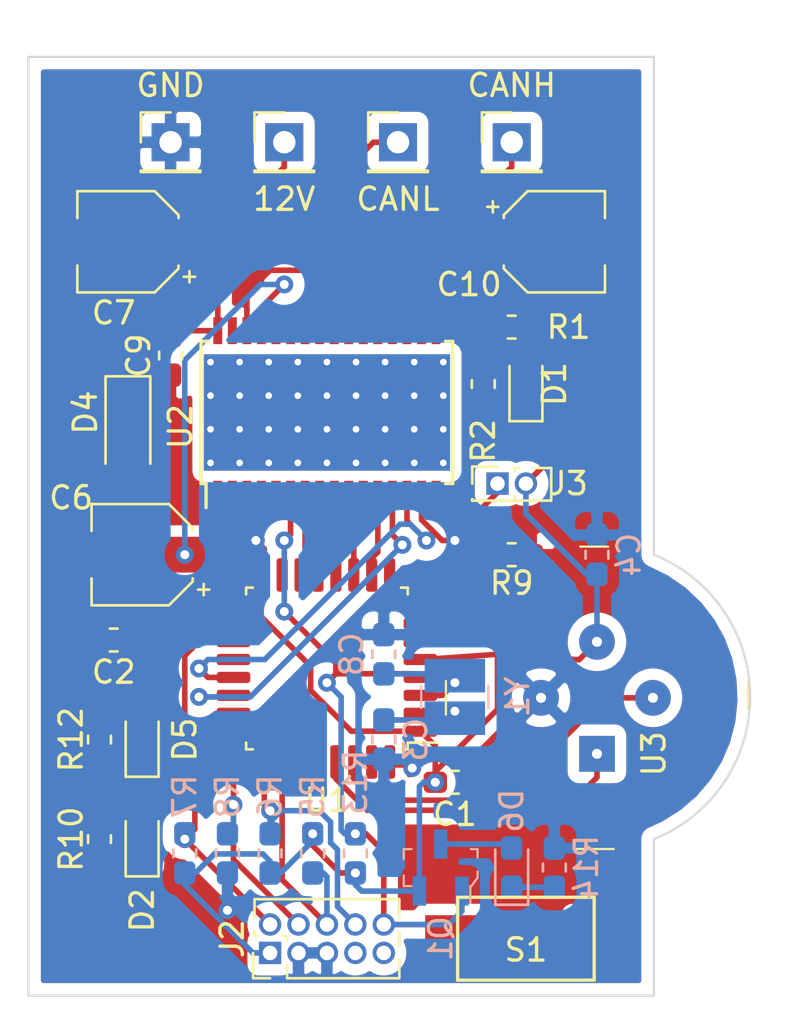
<source format=kicad_pcb>
(kicad_pcb (version 20171130) (host pcbnew "(5.1.5)-3")

  (general
    (thickness 1.6)
    (drawings 6)
    (tracks 256)
    (zones 0)
    (modules 37)
    (nets 56)
  )

  (page A4)
  (layers
    (0 F.Cu signal)
    (31 B.Cu signal)
    (32 B.Adhes user)
    (33 F.Adhes user)
    (34 B.Paste user)
    (35 F.Paste user)
    (36 B.SilkS user)
    (37 F.SilkS user)
    (38 B.Mask user)
    (39 F.Mask user)
    (40 Dwgs.User user)
    (41 Cmts.User user)
    (42 Eco1.User user)
    (43 Eco2.User user)
    (44 Edge.Cuts user)
    (45 Margin user)
    (46 B.CrtYd user hide)
    (47 F.CrtYd user hide)
    (48 B.Fab user hide)
    (49 F.Fab user hide)
  )

  (setup
    (last_trace_width 0.25)
    (trace_clearance 0.2)
    (zone_clearance 0.508)
    (zone_45_only no)
    (trace_min 0.2)
    (via_size 0.8)
    (via_drill 0.4)
    (via_min_size 0.4)
    (via_min_drill 0.3)
    (uvia_size 0.3)
    (uvia_drill 0.1)
    (uvias_allowed no)
    (uvia_min_size 0.2)
    (uvia_min_drill 0.1)
    (edge_width 0.1)
    (segment_width 0.2)
    (pcb_text_width 0.3)
    (pcb_text_size 1.5 1.5)
    (mod_edge_width 0.15)
    (mod_text_size 1 1)
    (mod_text_width 0.15)
    (pad_size 1.524 1.524)
    (pad_drill 0.762)
    (pad_to_mask_clearance 0)
    (aux_axis_origin 0 0)
    (visible_elements 7FFFFFFF)
    (pcbplotparams
      (layerselection 0x010fc_ffffffff)
      (usegerberextensions false)
      (usegerberattributes false)
      (usegerberadvancedattributes false)
      (creategerberjobfile false)
      (excludeedgelayer true)
      (linewidth 0.100000)
      (plotframeref false)
      (viasonmask false)
      (mode 1)
      (useauxorigin false)
      (hpglpennumber 1)
      (hpglpenspeed 20)
      (hpglpendiameter 15.000000)
      (psnegative false)
      (psa4output false)
      (plotreference true)
      (plotvalue true)
      (plotinvisibletext false)
      (padsonsilk false)
      (subtractmaskfromsilk false)
      (outputformat 1)
      (mirror false)
      (drillshape 1)
      (scaleselection 1)
      (outputdirectory ""))
  )

  (net 0 "")
  (net 1 +3V3)
  (net 2 GND)
  (net 3 +12V)
  (net 4 "Net-(C10-Pad1)")
  (net 5 "Net-(D1-Pad1)")
  (net 6 "Net-(D2-Pad1)")
  (net 7 "Net-(D5-Pad1)")
  (net 8 "Net-(D6-Pad1)")
  (net 9 "Net-(D6-Pad2)")
  (net 10 SWDIO)
  (net 11 SWDCLK)
  (net 12 SWO)
  (net 13 "Net-(J2-Pad7)")
  (net 14 TDI)
  (net 15 "Net-(J2-Pad9)")
  (net 16 RESET)
  (net 17 WD_OFF)
  (net 18 LIMP)
  (net 19 CANH)
  (net 20 CANL)
  (net 21 SCK)
  (net 22 MISO)
  (net 23 MOSI)
  (net 24 PA8)
  (net 25 CAN_RX)
  (net 26 CAN_TX)
  (net 27 I2C_SCL)
  (net 28 I2C_SDA)
  (net 29 "Net-(U1-Pad31)")
  (net 30 "Net-(U2-Pad1)")
  (net 31 "Net-(U2-Pad2)")
  (net 32 "Net-(U2-Pad3)")
  (net 33 "Net-(U2-Pad5)")
  (net 34 SBC_INTN)
  (net 35 "Net-(U2-Pad8)")
  (net 36 SCSN)
  (net 37 "Net-(U2-Pad18)")
  (net 38 "Net-(U2-Pad19)")
  (net 39 "Net-(U2-Pad24)")
  (net 40 "Net-(U2-Pad25)")
  (net 41 "Net-(U2-Pad26)")
  (net 42 "Net-(U2-Pad27)")
  (net 43 "Net-(U2-Pad28)")
  (net 44 "Net-(U2-Pad31)")
  (net 45 "Net-(U1-Pad6)")
  (net 46 "Net-(U1-Pad7)")
  (net 47 "Net-(U1-Pad8)")
  (net 48 "Net-(U1-Pad9)")
  (net 49 "Net-(U1-Pad15)")
  (net 50 "Net-(U1-Pad19)")
  (net 51 "Net-(U1-Pad20)")
  (net 52 "Net-(U1-Pad27)")
  (net 53 "Net-(U1-Pad28)")
  (net 54 RCC_OSC_IN)
  (net 55 RCC_OSC_OUT)

  (net_class Default "This is the default net class."
    (clearance 0.2)
    (trace_width 0.25)
    (via_dia 0.8)
    (via_drill 0.4)
    (uvia_dia 0.3)
    (uvia_drill 0.1)
    (add_net +12V)
    (add_net +3V3)
    (add_net CANH)
    (add_net CANL)
    (add_net CAN_RX)
    (add_net CAN_TX)
    (add_net GND)
    (add_net I2C_SCL)
    (add_net I2C_SDA)
    (add_net LIMP)
    (add_net MISO)
    (add_net MOSI)
    (add_net "Net-(C10-Pad1)")
    (add_net "Net-(D1-Pad1)")
    (add_net "Net-(D2-Pad1)")
    (add_net "Net-(D5-Pad1)")
    (add_net "Net-(D6-Pad1)")
    (add_net "Net-(D6-Pad2)")
    (add_net "Net-(J2-Pad7)")
    (add_net "Net-(J2-Pad9)")
    (add_net "Net-(U1-Pad15)")
    (add_net "Net-(U1-Pad19)")
    (add_net "Net-(U1-Pad20)")
    (add_net "Net-(U1-Pad27)")
    (add_net "Net-(U1-Pad28)")
    (add_net "Net-(U1-Pad31)")
    (add_net "Net-(U1-Pad6)")
    (add_net "Net-(U1-Pad7)")
    (add_net "Net-(U1-Pad8)")
    (add_net "Net-(U1-Pad9)")
    (add_net "Net-(U2-Pad1)")
    (add_net "Net-(U2-Pad18)")
    (add_net "Net-(U2-Pad19)")
    (add_net "Net-(U2-Pad2)")
    (add_net "Net-(U2-Pad24)")
    (add_net "Net-(U2-Pad25)")
    (add_net "Net-(U2-Pad26)")
    (add_net "Net-(U2-Pad27)")
    (add_net "Net-(U2-Pad28)")
    (add_net "Net-(U2-Pad3)")
    (add_net "Net-(U2-Pad31)")
    (add_net "Net-(U2-Pad5)")
    (add_net "Net-(U2-Pad8)")
    (add_net PA8)
    (add_net RCC_OSC_IN)
    (add_net RCC_OSC_OUT)
    (add_net RESET)
    (add_net SBC_INTN)
    (add_net SCK)
    (add_net SCSN)
    (add_net SWDCLK)
    (add_net SWDIO)
    (add_net SWO)
    (add_net TDI)
    (add_net WD_OFF)
  )

  (module Connector_PinHeader_2.54mm:PinHeader_1x01_P2.54mm_Vertical (layer F.Cu) (tedit 59FED5CC) (tstamp 5F76AE7F)
    (at 100.965 32.385)
    (descr "Through hole straight pin header, 1x01, 2.54mm pitch, single row")
    (tags "Through hole pin header THT 1x01 2.54mm single row")
    (path /5F7AA3A6)
    (fp_text reference CANL (at 0 2.54) (layer F.SilkS)
      (effects (font (size 1 1) (thickness 0.15)))
    )
    (fp_text value Conn_01x01_Male (at 0 3.2) (layer F.Fab)
      (effects (font (size 1 1) (thickness 0.15)))
    )
    (fp_text user %R (at 0.3 0) (layer F.Fab)
      (effects (font (size 1 1) (thickness 0.15)))
    )
    (fp_line (start 1.8 -1.8) (end -1.8 -1.8) (layer F.CrtYd) (width 0.05))
    (fp_line (start 1.8 1.8) (end 1.8 -1.8) (layer F.CrtYd) (width 0.05))
    (fp_line (start -1.8 1.8) (end 1.8 1.8) (layer F.CrtYd) (width 0.05))
    (fp_line (start -1.8 -1.8) (end -1.8 1.8) (layer F.CrtYd) (width 0.05))
    (fp_line (start -1.33 -1.33) (end 0 -1.33) (layer F.SilkS) (width 0.12))
    (fp_line (start -1.33 0) (end -1.33 -1.33) (layer F.SilkS) (width 0.12))
    (fp_line (start -1.33 1.27) (end 1.33 1.27) (layer F.SilkS) (width 0.12))
    (fp_line (start 1.33 1.27) (end 1.33 1.33) (layer F.SilkS) (width 0.12))
    (fp_line (start -1.33 1.27) (end -1.33 1.33) (layer F.SilkS) (width 0.12))
    (fp_line (start -1.33 1.33) (end 1.33 1.33) (layer F.SilkS) (width 0.12))
    (fp_line (start -1.27 -0.635) (end -0.635 -1.27) (layer F.Fab) (width 0.1))
    (fp_line (start -1.27 1.27) (end -1.27 -0.635) (layer F.Fab) (width 0.1))
    (fp_line (start 1.27 1.27) (end -1.27 1.27) (layer F.Fab) (width 0.1))
    (fp_line (start 1.27 -1.27) (end 1.27 1.27) (layer F.Fab) (width 0.1))
    (fp_line (start -0.635 -1.27) (end 1.27 -1.27) (layer F.Fab) (width 0.1))
    (pad 1 thru_hole rect (at 0 0) (size 1.7 1.7) (drill 1) (layers *.Cu *.Mask)
      (net 20 CANL))
    (model ${KISYS3DMOD}/Connector_PinHeader_2.54mm.3dshapes/PinHeader_1x01_P2.54mm_Vertical.wrl
      (at (xyz 0 0 0))
      (scale (xyz 1 1 1))
      (rotate (xyz 0 0 0))
    )
  )

  (module Connector_PinHeader_2.54mm:PinHeader_1x01_P2.54mm_Vertical (layer F.Cu) (tedit 59FED5CC) (tstamp 5F76AE6F)
    (at 106.045 32.385)
    (descr "Through hole straight pin header, 1x01, 2.54mm pitch, single row")
    (tags "Through hole pin header THT 1x01 2.54mm single row")
    (path /5F7AA1B8)
    (fp_text reference CANH (at 0 -2.54) (layer F.SilkS)
      (effects (font (size 1 1) (thickness 0.15)))
    )
    (fp_text value Conn_01x01_Male (at 0 3.2) (layer F.Fab)
      (effects (font (size 1 1) (thickness 0.15)))
    )
    (fp_text user %R (at 0.3 0) (layer F.Fab)
      (effects (font (size 1 1) (thickness 0.15)))
    )
    (fp_line (start 1.8 -1.8) (end -1.8 -1.8) (layer F.CrtYd) (width 0.05))
    (fp_line (start 1.8 1.8) (end 1.8 -1.8) (layer F.CrtYd) (width 0.05))
    (fp_line (start -1.8 1.8) (end 1.8 1.8) (layer F.CrtYd) (width 0.05))
    (fp_line (start -1.8 -1.8) (end -1.8 1.8) (layer F.CrtYd) (width 0.05))
    (fp_line (start -1.33 -1.33) (end 0 -1.33) (layer F.SilkS) (width 0.12))
    (fp_line (start -1.33 0) (end -1.33 -1.33) (layer F.SilkS) (width 0.12))
    (fp_line (start -1.33 1.27) (end 1.33 1.27) (layer F.SilkS) (width 0.12))
    (fp_line (start 1.33 1.27) (end 1.33 1.33) (layer F.SilkS) (width 0.12))
    (fp_line (start -1.33 1.27) (end -1.33 1.33) (layer F.SilkS) (width 0.12))
    (fp_line (start -1.33 1.33) (end 1.33 1.33) (layer F.SilkS) (width 0.12))
    (fp_line (start -1.27 -0.635) (end -0.635 -1.27) (layer F.Fab) (width 0.1))
    (fp_line (start -1.27 1.27) (end -1.27 -0.635) (layer F.Fab) (width 0.1))
    (fp_line (start 1.27 1.27) (end -1.27 1.27) (layer F.Fab) (width 0.1))
    (fp_line (start 1.27 -1.27) (end 1.27 1.27) (layer F.Fab) (width 0.1))
    (fp_line (start -0.635 -1.27) (end 1.27 -1.27) (layer F.Fab) (width 0.1))
    (pad 1 thru_hole rect (at 0 0) (size 1.7 1.7) (drill 1) (layers *.Cu *.Mask)
      (net 19 CANH))
    (model ${KISYS3DMOD}/Connector_PinHeader_2.54mm.3dshapes/PinHeader_1x01_P2.54mm_Vertical.wrl
      (at (xyz 0 0 0))
      (scale (xyz 1 1 1))
      (rotate (xyz 0 0 0))
    )
  )

  (module Connector_PinHeader_2.54mm:PinHeader_1x01_P2.54mm_Vertical (layer F.Cu) (tedit 59FED5CC) (tstamp 5F76AE5F)
    (at 90.805 32.385)
    (descr "Through hole straight pin header, 1x01, 2.54mm pitch, single row")
    (tags "Through hole pin header THT 1x01 2.54mm single row")
    (path /5F7A9EEE)
    (fp_text reference GND (at 0 -2.54) (layer F.SilkS)
      (effects (font (size 1 1) (thickness 0.15)))
    )
    (fp_text value Conn_01x01_Male (at 0 3.2) (layer F.Fab)
      (effects (font (size 1 1) (thickness 0.15)))
    )
    (fp_text user %R (at 0.3 0) (layer F.Fab)
      (effects (font (size 1 1) (thickness 0.15)))
    )
    (fp_line (start 1.8 -1.8) (end -1.8 -1.8) (layer F.CrtYd) (width 0.05))
    (fp_line (start 1.8 1.8) (end 1.8 -1.8) (layer F.CrtYd) (width 0.05))
    (fp_line (start -1.8 1.8) (end 1.8 1.8) (layer F.CrtYd) (width 0.05))
    (fp_line (start -1.8 -1.8) (end -1.8 1.8) (layer F.CrtYd) (width 0.05))
    (fp_line (start -1.33 -1.33) (end 0 -1.33) (layer F.SilkS) (width 0.12))
    (fp_line (start -1.33 0) (end -1.33 -1.33) (layer F.SilkS) (width 0.12))
    (fp_line (start -1.33 1.27) (end 1.33 1.27) (layer F.SilkS) (width 0.12))
    (fp_line (start 1.33 1.27) (end 1.33 1.33) (layer F.SilkS) (width 0.12))
    (fp_line (start -1.33 1.27) (end -1.33 1.33) (layer F.SilkS) (width 0.12))
    (fp_line (start -1.33 1.33) (end 1.33 1.33) (layer F.SilkS) (width 0.12))
    (fp_line (start -1.27 -0.635) (end -0.635 -1.27) (layer F.Fab) (width 0.1))
    (fp_line (start -1.27 1.27) (end -1.27 -0.635) (layer F.Fab) (width 0.1))
    (fp_line (start 1.27 1.27) (end -1.27 1.27) (layer F.Fab) (width 0.1))
    (fp_line (start 1.27 -1.27) (end 1.27 1.27) (layer F.Fab) (width 0.1))
    (fp_line (start -0.635 -1.27) (end 1.27 -1.27) (layer F.Fab) (width 0.1))
    (pad 1 thru_hole rect (at 0 0) (size 1.7 1.7) (drill 1) (layers *.Cu *.Mask)
      (net 2 GND))
    (model ${KISYS3DMOD}/Connector_PinHeader_2.54mm.3dshapes/PinHeader_1x01_P2.54mm_Vertical.wrl
      (at (xyz 0 0 0))
      (scale (xyz 1 1 1))
      (rotate (xyz 0 0 0))
    )
  )

  (module Connector_PinHeader_2.54mm:PinHeader_1x01_P2.54mm_Vertical (layer F.Cu) (tedit 59FED5CC) (tstamp 5F76ADD3)
    (at 95.885 32.385)
    (descr "Through hole straight pin header, 1x01, 2.54mm pitch, single row")
    (tags "Through hole pin header THT 1x01 2.54mm single row")
    (path /5F7A9BAD)
    (fp_text reference 12V (at 0 2.54) (layer F.SilkS)
      (effects (font (size 1 1) (thickness 0.15)))
    )
    (fp_text value Conn_01x01_Male (at 0 3.2) (layer F.Fab)
      (effects (font (size 1 1) (thickness 0.15)))
    )
    (fp_text user %R (at 0.3 0) (layer F.Fab)
      (effects (font (size 1 1) (thickness 0.15)))
    )
    (fp_line (start 1.8 -1.8) (end -1.8 -1.8) (layer F.CrtYd) (width 0.05))
    (fp_line (start 1.8 1.8) (end 1.8 -1.8) (layer F.CrtYd) (width 0.05))
    (fp_line (start -1.8 1.8) (end 1.8 1.8) (layer F.CrtYd) (width 0.05))
    (fp_line (start -1.8 -1.8) (end -1.8 1.8) (layer F.CrtYd) (width 0.05))
    (fp_line (start -1.33 -1.33) (end 0 -1.33) (layer F.SilkS) (width 0.12))
    (fp_line (start -1.33 0) (end -1.33 -1.33) (layer F.SilkS) (width 0.12))
    (fp_line (start -1.33 1.27) (end 1.33 1.27) (layer F.SilkS) (width 0.12))
    (fp_line (start 1.33 1.27) (end 1.33 1.33) (layer F.SilkS) (width 0.12))
    (fp_line (start -1.33 1.27) (end -1.33 1.33) (layer F.SilkS) (width 0.12))
    (fp_line (start -1.33 1.33) (end 1.33 1.33) (layer F.SilkS) (width 0.12))
    (fp_line (start -1.27 -0.635) (end -0.635 -1.27) (layer F.Fab) (width 0.1))
    (fp_line (start -1.27 1.27) (end -1.27 -0.635) (layer F.Fab) (width 0.1))
    (fp_line (start 1.27 1.27) (end -1.27 1.27) (layer F.Fab) (width 0.1))
    (fp_line (start 1.27 -1.27) (end 1.27 1.27) (layer F.Fab) (width 0.1))
    (fp_line (start -0.635 -1.27) (end 1.27 -1.27) (layer F.Fab) (width 0.1))
    (pad 1 thru_hole rect (at 0 0) (size 1.7 1.7) (drill 1) (layers *.Cu *.Mask)
      (net 3 +12V))
    (model ${KISYS3DMOD}/Connector_PinHeader_2.54mm.3dshapes/PinHeader_1x01_P2.54mm_Vertical.wrl
      (at (xyz 0 0 0))
      (scale (xyz 1 1 1))
      (rotate (xyz 0 0 0))
    )
  )

  (module digikey-footprints:TO-39-4 (layer F.Cu) (tedit 59C91BAC) (tstamp 5F7696BA)
    (at 109.855 59.69 90)
    (descr "file:///C:/Users/alex_wegscheid/Downloads/MLX90614-Datasheet-Melexis%20(2).pdf")
    (path /5F7C0D30)
    (fp_text reference U3 (at 0 2.54 90) (layer F.SilkS)
      (effects (font (size 1 1) (thickness 0.15)))
    )
    (fp_text value MLX90614ESF-BAA-000-TU (at 2.75 9 90) (layer F.Fab)
      (effects (font (size 1 1) (thickness 0.15)))
    )
    (fp_circle (center 2.5 0) (end -3.5 -5.25) (layer F.CrtYd) (width 0.05))
    (fp_line (start -4.25 -1) (end -4.25 0.75) (layer F.SilkS) (width 0.1))
    (fp_line (start 2 6.75) (end 3.25 6.75) (layer F.SilkS) (width 0.1))
    (fp_line (start 9.25 -0.75) (end 9.25 0.5) (layer F.SilkS) (width 0.1))
    (fp_line (start 1.75 -6.75) (end 3.25 -6.75) (layer F.SilkS) (width 0.1))
    (fp_text user %R (at 2.75 -4.5 90) (layer F.Fab)
      (effects (font (size 1 1) (thickness 0.15)))
    )
    (fp_line (start -3.5 -4.75) (end -2.75 -4.05) (layer F.Fab) (width 0.1))
    (fp_line (start -2.75 -5.5) (end -2.05 -4.8) (layer F.Fab) (width 0.1))
    (fp_line (start -3.5 -4.75) (end -2.75 -5.5) (layer F.Fab) (width 0.1))
    (fp_circle (center 2.5 0) (end 9.12 0) (layer F.Fab) (width 0.1))
    (pad 1 thru_hole rect (at 0 0 90) (size 1.6 1.6) (drill 0.45) (layers *.Cu *.Mask)
      (net 27 I2C_SCL))
    (pad 2 thru_hole circle (at 2.5 2.5 90) (size 1.6 1.6) (drill 0.45) (layers *.Cu *.Mask)
      (net 28 I2C_SDA))
    (pad 3 thru_hole circle (at 5 0 90) (size 1.6 1.6) (drill 0.45) (layers *.Cu *.Mask)
      (net 1 +3V3))
    (pad 4 thru_hole circle (at 2.5 -2.5 90) (size 1.6 1.6) (drill 0.45) (layers *.Cu *.Mask)
      (net 2 GND))
  )

  (module LED_SMD:LED_0603_1608Metric_Pad1.05x0.95mm_HandSolder (layer F.Cu) (tedit 5B4B45C9) (tstamp 5F769450)
    (at 106.68 43.18 90)
    (descr "LED SMD 0603 (1608 Metric), square (rectangular) end terminal, IPC_7351 nominal, (Body size source: http://www.tortai-tech.com/upload/download/2011102023233369053.pdf), generated with kicad-footprint-generator")
    (tags "LED handsolder")
    (path /5DA92F7E)
    (attr smd)
    (fp_text reference D1 (at 0 1.27 90) (layer F.SilkS)
      (effects (font (size 1 1) (thickness 0.15)))
    )
    (fp_text value LEDR (at 0 1.43 90) (layer F.Fab)
      (effects (font (size 1 1) (thickness 0.15)))
    )
    (fp_text user %R (at 0 0 90) (layer F.Fab)
      (effects (font (size 0.4 0.4) (thickness 0.06)))
    )
    (fp_line (start 1.65 0.73) (end -1.65 0.73) (layer F.CrtYd) (width 0.05))
    (fp_line (start 1.65 -0.73) (end 1.65 0.73) (layer F.CrtYd) (width 0.05))
    (fp_line (start -1.65 -0.73) (end 1.65 -0.73) (layer F.CrtYd) (width 0.05))
    (fp_line (start -1.65 0.73) (end -1.65 -0.73) (layer F.CrtYd) (width 0.05))
    (fp_line (start -1.66 0.735) (end 0.8 0.735) (layer F.SilkS) (width 0.12))
    (fp_line (start -1.66 -0.735) (end -1.66 0.735) (layer F.SilkS) (width 0.12))
    (fp_line (start 0.8 -0.735) (end -1.66 -0.735) (layer F.SilkS) (width 0.12))
    (fp_line (start 0.8 0.4) (end 0.8 -0.4) (layer F.Fab) (width 0.1))
    (fp_line (start -0.8 0.4) (end 0.8 0.4) (layer F.Fab) (width 0.1))
    (fp_line (start -0.8 -0.1) (end -0.8 0.4) (layer F.Fab) (width 0.1))
    (fp_line (start -0.5 -0.4) (end -0.8 -0.1) (layer F.Fab) (width 0.1))
    (fp_line (start 0.8 -0.4) (end -0.5 -0.4) (layer F.Fab) (width 0.1))
    (pad 2 smd roundrect (at 0.875 0 90) (size 1.05 0.95) (layers F.Cu F.Paste F.Mask) (roundrect_rratio 0.25)
      (net 1 +3V3))
    (pad 1 smd roundrect (at -0.875 0 90) (size 1.05 0.95) (layers F.Cu F.Paste F.Mask) (roundrect_rratio 0.25)
      (net 5 "Net-(D1-Pad1)"))
    (model ${KISYS3DMOD}/LED_SMD.3dshapes/LED_0603_1608Metric.wrl
      (at (xyz 0 0 0))
      (scale (xyz 1 1 1))
      (rotate (xyz 0 0 0))
    )
  )

  (module LED_SMD:LED_0603_1608Metric_Pad1.05x0.95mm_HandSolder (layer F.Cu) (tedit 5B4B45C9) (tstamp 5F769463)
    (at 89.535 63.5 90)
    (descr "LED SMD 0603 (1608 Metric), square (rectangular) end terminal, IPC_7351 nominal, (Body size source: http://www.tortai-tech.com/upload/download/2011102023233369053.pdf), generated with kicad-footprint-generator")
    (tags "LED handsolder")
    (path /5DBB81FA)
    (attr smd)
    (fp_text reference D2 (at -3.175 0 90) (layer F.SilkS)
      (effects (font (size 1 1) (thickness 0.15)))
    )
    (fp_text value LEDG (at 0 1.43 90) (layer F.Fab)
      (effects (font (size 1 1) (thickness 0.15)))
    )
    (fp_text user %R (at 0 0 90) (layer F.Fab)
      (effects (font (size 0.4 0.4) (thickness 0.06)))
    )
    (fp_line (start 1.65 0.73) (end -1.65 0.73) (layer F.CrtYd) (width 0.05))
    (fp_line (start 1.65 -0.73) (end 1.65 0.73) (layer F.CrtYd) (width 0.05))
    (fp_line (start -1.65 -0.73) (end 1.65 -0.73) (layer F.CrtYd) (width 0.05))
    (fp_line (start -1.65 0.73) (end -1.65 -0.73) (layer F.CrtYd) (width 0.05))
    (fp_line (start -1.66 0.735) (end 0.8 0.735) (layer F.SilkS) (width 0.12))
    (fp_line (start -1.66 -0.735) (end -1.66 0.735) (layer F.SilkS) (width 0.12))
    (fp_line (start 0.8 -0.735) (end -1.66 -0.735) (layer F.SilkS) (width 0.12))
    (fp_line (start 0.8 0.4) (end 0.8 -0.4) (layer F.Fab) (width 0.1))
    (fp_line (start -0.8 0.4) (end 0.8 0.4) (layer F.Fab) (width 0.1))
    (fp_line (start -0.8 -0.1) (end -0.8 0.4) (layer F.Fab) (width 0.1))
    (fp_line (start -0.5 -0.4) (end -0.8 -0.1) (layer F.Fab) (width 0.1))
    (fp_line (start 0.8 -0.4) (end -0.5 -0.4) (layer F.Fab) (width 0.1))
    (pad 2 smd roundrect (at 0.875 0 90) (size 1.05 0.95) (layers F.Cu F.Paste F.Mask) (roundrect_rratio 0.25)
      (net 24 PA8))
    (pad 1 smd roundrect (at -0.875 0 90) (size 1.05 0.95) (layers F.Cu F.Paste F.Mask) (roundrect_rratio 0.25)
      (net 6 "Net-(D2-Pad1)"))
    (model ${KISYS3DMOD}/LED_SMD.3dshapes/LED_0603_1608Metric.wrl
      (at (xyz 0 0 0))
      (scale (xyz 1 1 1))
      (rotate (xyz 0 0 0))
    )
  )

  (module LED_SMD:LED_0603_1608Metric_Pad1.05x0.95mm_HandSolder (layer F.Cu) (tedit 5B4B45C9) (tstamp 5F76948F)
    (at 89.535 59.055 90)
    (descr "LED SMD 0603 (1608 Metric), square (rectangular) end terminal, IPC_7351 nominal, (Body size source: http://www.tortai-tech.com/upload/download/2011102023233369053.pdf), generated with kicad-footprint-generator")
    (tags "LED handsolder")
    (path /5DBF4E1D)
    (attr smd)
    (fp_text reference D5 (at 0 1.905 90) (layer F.SilkS)
      (effects (font (size 1 1) (thickness 0.15)))
    )
    (fp_text value LEDG (at 0 1.43 90) (layer F.Fab)
      (effects (font (size 1 1) (thickness 0.15)))
    )
    (fp_text user %R (at 0 0 90) (layer F.Fab)
      (effects (font (size 0.4 0.4) (thickness 0.06)))
    )
    (fp_line (start 1.65 0.73) (end -1.65 0.73) (layer F.CrtYd) (width 0.05))
    (fp_line (start 1.65 -0.73) (end 1.65 0.73) (layer F.CrtYd) (width 0.05))
    (fp_line (start -1.65 -0.73) (end 1.65 -0.73) (layer F.CrtYd) (width 0.05))
    (fp_line (start -1.65 0.73) (end -1.65 -0.73) (layer F.CrtYd) (width 0.05))
    (fp_line (start -1.66 0.735) (end 0.8 0.735) (layer F.SilkS) (width 0.12))
    (fp_line (start -1.66 -0.735) (end -1.66 0.735) (layer F.SilkS) (width 0.12))
    (fp_line (start 0.8 -0.735) (end -1.66 -0.735) (layer F.SilkS) (width 0.12))
    (fp_line (start 0.8 0.4) (end 0.8 -0.4) (layer F.Fab) (width 0.1))
    (fp_line (start -0.8 0.4) (end 0.8 0.4) (layer F.Fab) (width 0.1))
    (fp_line (start -0.8 -0.1) (end -0.8 0.4) (layer F.Fab) (width 0.1))
    (fp_line (start -0.5 -0.4) (end -0.8 -0.1) (layer F.Fab) (width 0.1))
    (fp_line (start 0.8 -0.4) (end -0.5 -0.4) (layer F.Fab) (width 0.1))
    (pad 2 smd roundrect (at 0.875 0 90) (size 1.05 0.95) (layers F.Cu F.Paste F.Mask) (roundrect_rratio 0.25)
      (net 1 +3V3))
    (pad 1 smd roundrect (at -0.875 0 90) (size 1.05 0.95) (layers F.Cu F.Paste F.Mask) (roundrect_rratio 0.25)
      (net 7 "Net-(D5-Pad1)"))
    (model ${KISYS3DMOD}/LED_SMD.3dshapes/LED_0603_1608Metric.wrl
      (at (xyz 0 0 0))
      (scale (xyz 1 1 1))
      (rotate (xyz 0 0 0))
    )
  )

  (module LED_SMD:LED_0603_1608Metric_Pad1.05x0.95mm_HandSolder (layer B.Cu) (tedit 5B4B45C9) (tstamp 5F7694A2)
    (at 106.045 64.77 90)
    (descr "LED SMD 0603 (1608 Metric), square (rectangular) end terminal, IPC_7351 nominal, (Body size source: http://www.tortai-tech.com/upload/download/2011102023233369053.pdf), generated with kicad-footprint-generator")
    (tags "LED handsolder")
    (path /5E0323CB)
    (attr smd)
    (fp_text reference D6 (at 2.54 0 90) (layer B.SilkS)
      (effects (font (size 1 1) (thickness 0.15)) (justify mirror))
    )
    (fp_text value LEDR (at 0 -1.43 90) (layer B.Fab)
      (effects (font (size 1 1) (thickness 0.15)) (justify mirror))
    )
    (fp_text user %R (at 0 0 90) (layer B.Fab)
      (effects (font (size 0.4 0.4) (thickness 0.06)) (justify mirror))
    )
    (fp_line (start 1.65 -0.73) (end -1.65 -0.73) (layer B.CrtYd) (width 0.05))
    (fp_line (start 1.65 0.73) (end 1.65 -0.73) (layer B.CrtYd) (width 0.05))
    (fp_line (start -1.65 0.73) (end 1.65 0.73) (layer B.CrtYd) (width 0.05))
    (fp_line (start -1.65 -0.73) (end -1.65 0.73) (layer B.CrtYd) (width 0.05))
    (fp_line (start -1.66 -0.735) (end 0.8 -0.735) (layer B.SilkS) (width 0.12))
    (fp_line (start -1.66 0.735) (end -1.66 -0.735) (layer B.SilkS) (width 0.12))
    (fp_line (start 0.8 0.735) (end -1.66 0.735) (layer B.SilkS) (width 0.12))
    (fp_line (start 0.8 -0.4) (end 0.8 0.4) (layer B.Fab) (width 0.1))
    (fp_line (start -0.8 -0.4) (end 0.8 -0.4) (layer B.Fab) (width 0.1))
    (fp_line (start -0.8 0.1) (end -0.8 -0.4) (layer B.Fab) (width 0.1))
    (fp_line (start -0.5 0.4) (end -0.8 0.1) (layer B.Fab) (width 0.1))
    (fp_line (start 0.8 0.4) (end -0.5 0.4) (layer B.Fab) (width 0.1))
    (pad 2 smd roundrect (at 0.875 0 90) (size 1.05 0.95) (layers B.Cu B.Paste B.Mask) (roundrect_rratio 0.25)
      (net 9 "Net-(D6-Pad2)"))
    (pad 1 smd roundrect (at -0.875 0 90) (size 1.05 0.95) (layers B.Cu B.Paste B.Mask) (roundrect_rratio 0.25)
      (net 8 "Net-(D6-Pad1)"))
    (model ${KISYS3DMOD}/LED_SMD.3dshapes/LED_0603_1608Metric.wrl
      (at (xyz 0 0 0))
      (scale (xyz 1 1 1))
      (rotate (xyz 0 0 0))
    )
  )

  (module digikey-footprints:SMD-2_3.2x2.5mm (layer B.Cu) (tedit 5D28A47C) (tstamp 5F7CC7D4)
    (at 103.505 57.15 90)
    (descr http://www.ndk.com/images/products/catalog/c_NX3225GD-STD-CRA-3_e.pdf)
    (path /5F7D08C2)
    (attr smd)
    (fp_text reference Y1 (at 0 2.8 270) (layer B.SilkS)
      (effects (font (size 1 1) (thickness 0.15)) (justify mirror))
    )
    (fp_text value 8Mhz (at 0 -2.8 270) (layer B.Fab)
      (effects (font (size 1 1) (thickness 0.15)) (justify mirror))
    )
    (fp_line (start -1.6 1.35) (end 1.6 1.35) (layer B.Fab) (width 0.1))
    (fp_line (start 1.6 1.35) (end 1.6 -1.35) (layer B.Fab) (width 0.1))
    (fp_line (start -1.6 -1.35) (end 1.6 -1.35) (layer B.Fab) (width 0.1))
    (fp_line (start -1.6 1.35) (end -1.6 -1.35) (layer B.Fab) (width 0.1))
    (fp_line (start 0 1.5) (end -0.5 1.5) (layer B.SilkS) (width 0.1))
    (fp_line (start 0 1.5) (end 0.5 1.5) (layer B.SilkS) (width 0.1))
    (fp_line (start 0 -1.5) (end 0.5 -1.5) (layer B.SilkS) (width 0.1))
    (fp_line (start -0.5 -1.5) (end 0 -1.5) (layer B.SilkS) (width 0.1))
    (fp_line (start 1.95 1.6) (end -1.95 1.6) (layer B.CrtYd) (width 0.05))
    (fp_line (start 1.95 1.6) (end 1.95 -1.6) (layer B.CrtYd) (width 0.05))
    (fp_line (start 1.95 -1.6) (end -1.95 -1.6) (layer B.CrtYd) (width 0.05))
    (fp_line (start -1.95 1.6) (end -1.95 -1.6) (layer B.CrtYd) (width 0.05))
    (fp_text user %R (at 0 0 270) (layer B.Fab)
      (effects (font (size 1 1) (thickness 0.15)) (justify mirror))
    )
    (pad 1 smd rect (at -0.95 0 90) (size 1.5 2.7) (layers B.Cu B.Paste B.Mask)
      (net 54 RCC_OSC_IN))
    (pad 2 smd rect (at 0.95 0 90) (size 1.5 2.7) (layers B.Cu B.Paste B.Mask)
      (net 55 RCC_OSC_OUT))
  )

  (module Capacitor_SMD:C_0603_1608Metric_Pad1.05x0.95mm_HandSolder (layer F.Cu) (tedit 5B301BBE) (tstamp 5F769381)
    (at 103.505 60.96 180)
    (descr "Capacitor SMD 0603 (1608 Metric), square (rectangular) end terminal, IPC_7351 nominal with elongated pad for handsoldering. (Body size source: http://www.tortai-tech.com/upload/download/2011102023233369053.pdf), generated with kicad-footprint-generator")
    (tags "capacitor handsolder")
    (path /5DA1A32C)
    (attr smd)
    (fp_text reference C1 (at 0 -1.43) (layer F.SilkS)
      (effects (font (size 1 1) (thickness 0.15)))
    )
    (fp_text value 100n (at 0 1.43) (layer F.Fab)
      (effects (font (size 1 1) (thickness 0.15)))
    )
    (fp_text user %R (at 0 0) (layer F.Fab)
      (effects (font (size 0.4 0.4) (thickness 0.06)))
    )
    (fp_line (start 1.65 0.73) (end -1.65 0.73) (layer F.CrtYd) (width 0.05))
    (fp_line (start 1.65 -0.73) (end 1.65 0.73) (layer F.CrtYd) (width 0.05))
    (fp_line (start -1.65 -0.73) (end 1.65 -0.73) (layer F.CrtYd) (width 0.05))
    (fp_line (start -1.65 0.73) (end -1.65 -0.73) (layer F.CrtYd) (width 0.05))
    (fp_line (start -0.171267 0.51) (end 0.171267 0.51) (layer F.SilkS) (width 0.12))
    (fp_line (start -0.171267 -0.51) (end 0.171267 -0.51) (layer F.SilkS) (width 0.12))
    (fp_line (start 0.8 0.4) (end -0.8 0.4) (layer F.Fab) (width 0.1))
    (fp_line (start 0.8 -0.4) (end 0.8 0.4) (layer F.Fab) (width 0.1))
    (fp_line (start -0.8 -0.4) (end 0.8 -0.4) (layer F.Fab) (width 0.1))
    (fp_line (start -0.8 0.4) (end -0.8 -0.4) (layer F.Fab) (width 0.1))
    (pad 2 smd roundrect (at 0.875 0 180) (size 1.05 0.95) (layers F.Cu F.Paste F.Mask) (roundrect_rratio 0.25)
      (net 1 +3V3))
    (pad 1 smd roundrect (at -0.875 0 180) (size 1.05 0.95) (layers F.Cu F.Paste F.Mask) (roundrect_rratio 0.25)
      (net 2 GND))
    (model ${KISYS3DMOD}/Capacitor_SMD.3dshapes/C_0603_1608Metric.wrl
      (at (xyz 0 0 0))
      (scale (xyz 1 1 1))
      (rotate (xyz 0 0 0))
    )
  )

  (module Connector_PinHeader_1.27mm:PinHeader_2x05_P1.27mm_Vertical (layer F.Cu) (tedit 59FED6E3) (tstamp 5F7694D7)
    (at 95.25 68.58 90)
    (descr "Through hole straight pin header, 2x05, 1.27mm pitch, double rows")
    (tags "Through hole pin header THT 2x05 1.27mm double row")
    (path /5DBBDE0A)
    (fp_text reference J2 (at 0.635 -1.695 90) (layer F.SilkS)
      (effects (font (size 1 1) (thickness 0.15)))
    )
    (fp_text value SWD (at 0.635 6.775 90) (layer F.Fab)
      (effects (font (size 1 1) (thickness 0.15)))
    )
    (fp_line (start -0.2175 -0.635) (end 2.34 -0.635) (layer F.Fab) (width 0.1))
    (fp_line (start 2.34 -0.635) (end 2.34 5.715) (layer F.Fab) (width 0.1))
    (fp_line (start 2.34 5.715) (end -1.07 5.715) (layer F.Fab) (width 0.1))
    (fp_line (start -1.07 5.715) (end -1.07 0.2175) (layer F.Fab) (width 0.1))
    (fp_line (start -1.07 0.2175) (end -0.2175 -0.635) (layer F.Fab) (width 0.1))
    (fp_line (start -1.13 5.775) (end -0.30753 5.775) (layer F.SilkS) (width 0.12))
    (fp_line (start 1.57753 5.775) (end 2.4 5.775) (layer F.SilkS) (width 0.12))
    (fp_line (start 0.30753 5.775) (end 0.96247 5.775) (layer F.SilkS) (width 0.12))
    (fp_line (start -1.13 0.76) (end -1.13 5.775) (layer F.SilkS) (width 0.12))
    (fp_line (start 2.4 -0.695) (end 2.4 5.775) (layer F.SilkS) (width 0.12))
    (fp_line (start -1.13 0.76) (end -0.563471 0.76) (layer F.SilkS) (width 0.12))
    (fp_line (start 0.563471 0.76) (end 0.706529 0.76) (layer F.SilkS) (width 0.12))
    (fp_line (start 0.76 0.706529) (end 0.76 0.563471) (layer F.SilkS) (width 0.12))
    (fp_line (start 0.76 -0.563471) (end 0.76 -0.695) (layer F.SilkS) (width 0.12))
    (fp_line (start 0.76 -0.695) (end 0.96247 -0.695) (layer F.SilkS) (width 0.12))
    (fp_line (start 1.57753 -0.695) (end 2.4 -0.695) (layer F.SilkS) (width 0.12))
    (fp_line (start -1.13 0) (end -1.13 -0.76) (layer F.SilkS) (width 0.12))
    (fp_line (start -1.13 -0.76) (end 0 -0.76) (layer F.SilkS) (width 0.12))
    (fp_line (start -1.6 -1.15) (end -1.6 6.25) (layer F.CrtYd) (width 0.05))
    (fp_line (start -1.6 6.25) (end 2.85 6.25) (layer F.CrtYd) (width 0.05))
    (fp_line (start 2.85 6.25) (end 2.85 -1.15) (layer F.CrtYd) (width 0.05))
    (fp_line (start 2.85 -1.15) (end -1.6 -1.15) (layer F.CrtYd) (width 0.05))
    (fp_text user %R (at 0.635 2.54) (layer F.Fab)
      (effects (font (size 1 1) (thickness 0.15)))
    )
    (pad 1 thru_hole rect (at 0 0 90) (size 1 1) (drill 0.65) (layers *.Cu *.Mask)
      (net 1 +3V3))
    (pad 2 thru_hole oval (at 1.27 0 90) (size 1 1) (drill 0.65) (layers *.Cu *.Mask)
      (net 10 SWDIO))
    (pad 3 thru_hole oval (at 0 1.27 90) (size 1 1) (drill 0.65) (layers *.Cu *.Mask)
      (net 2 GND))
    (pad 4 thru_hole oval (at 1.27 1.27 90) (size 1 1) (drill 0.65) (layers *.Cu *.Mask)
      (net 11 SWDCLK))
    (pad 5 thru_hole oval (at 0 2.54 90) (size 1 1) (drill 0.65) (layers *.Cu *.Mask)
      (net 2 GND))
    (pad 6 thru_hole oval (at 1.27 2.54 90) (size 1 1) (drill 0.65) (layers *.Cu *.Mask)
      (net 12 SWO))
    (pad 7 thru_hole oval (at 0 3.81 90) (size 1 1) (drill 0.65) (layers *.Cu *.Mask)
      (net 13 "Net-(J2-Pad7)"))
    (pad 8 thru_hole oval (at 1.27 3.81 90) (size 1 1) (drill 0.65) (layers *.Cu *.Mask)
      (net 14 TDI))
    (pad 9 thru_hole oval (at 0 5.08 90) (size 1 1) (drill 0.65) (layers *.Cu *.Mask)
      (net 15 "Net-(J2-Pad9)"))
    (pad 10 thru_hole oval (at 1.27 5.08 90) (size 1 1) (drill 0.65) (layers *.Cu *.Mask)
      (net 16 RESET))
    (model ${KISYS3DMOD}/Connector_PinHeader_1.27mm.3dshapes/PinHeader_2x05_P1.27mm_Vertical.wrl
      (at (xyz 0 0 0))
      (scale (xyz 1 1 1))
      (rotate (xyz 0 0 0))
    )
  )

  (module Capacitor_SMD:C_0603_1608Metric_Pad1.05x0.95mm_HandSolder (layer F.Cu) (tedit 5B301BBE) (tstamp 5F769392)
    (at 88.265 54.61 180)
    (descr "Capacitor SMD 0603 (1608 Metric), square (rectangular) end terminal, IPC_7351 nominal with elongated pad for handsoldering. (Body size source: http://www.tortai-tech.com/upload/download/2011102023233369053.pdf), generated with kicad-footprint-generator")
    (tags "capacitor handsolder")
    (path /5F77EB75)
    (attr smd)
    (fp_text reference C2 (at 0 -1.43) (layer F.SilkS)
      (effects (font (size 1 1) (thickness 0.15)))
    )
    (fp_text value 100n (at 0 1.43) (layer F.Fab)
      (effects (font (size 1 1) (thickness 0.15)))
    )
    (fp_line (start -0.8 0.4) (end -0.8 -0.4) (layer F.Fab) (width 0.1))
    (fp_line (start -0.8 -0.4) (end 0.8 -0.4) (layer F.Fab) (width 0.1))
    (fp_line (start 0.8 -0.4) (end 0.8 0.4) (layer F.Fab) (width 0.1))
    (fp_line (start 0.8 0.4) (end -0.8 0.4) (layer F.Fab) (width 0.1))
    (fp_line (start -0.171267 -0.51) (end 0.171267 -0.51) (layer F.SilkS) (width 0.12))
    (fp_line (start -0.171267 0.51) (end 0.171267 0.51) (layer F.SilkS) (width 0.12))
    (fp_line (start -1.65 0.73) (end -1.65 -0.73) (layer F.CrtYd) (width 0.05))
    (fp_line (start -1.65 -0.73) (end 1.65 -0.73) (layer F.CrtYd) (width 0.05))
    (fp_line (start 1.65 -0.73) (end 1.65 0.73) (layer F.CrtYd) (width 0.05))
    (fp_line (start 1.65 0.73) (end -1.65 0.73) (layer F.CrtYd) (width 0.05))
    (fp_text user %R (at 0 0) (layer F.Fab)
      (effects (font (size 0.4 0.4) (thickness 0.06)))
    )
    (pad 1 smd roundrect (at -0.875 0 180) (size 1.05 0.95) (layers F.Cu F.Paste F.Mask) (roundrect_rratio 0.25)
      (net 1 +3V3))
    (pad 2 smd roundrect (at 0.875 0 180) (size 1.05 0.95) (layers F.Cu F.Paste F.Mask) (roundrect_rratio 0.25)
      (net 2 GND))
    (model ${KISYS3DMOD}/Capacitor_SMD.3dshapes/C_0603_1608Metric.wrl
      (at (xyz 0 0 0))
      (scale (xyz 1 1 1))
      (rotate (xyz 0 0 0))
    )
  )

  (module Capacitor_SMD:C_0603_1608Metric_Pad1.05x0.95mm_HandSolder (layer B.Cu) (tedit 5B301BBE) (tstamp 5F7693A3)
    (at 109.855 50.8 90)
    (descr "Capacitor SMD 0603 (1608 Metric), square (rectangular) end terminal, IPC_7351 nominal with elongated pad for handsoldering. (Body size source: http://www.tortai-tech.com/upload/download/2011102023233369053.pdf), generated with kicad-footprint-generator")
    (tags "capacitor handsolder")
    (path /5DA1978E)
    (attr smd)
    (fp_text reference C4 (at 0 1.43 270) (layer B.SilkS)
      (effects (font (size 1 1) (thickness 0.15)) (justify mirror))
    )
    (fp_text value 100n (at 0 -1.43 270) (layer B.Fab)
      (effects (font (size 1 1) (thickness 0.15)) (justify mirror))
    )
    (fp_line (start -0.8 -0.4) (end -0.8 0.4) (layer B.Fab) (width 0.1))
    (fp_line (start -0.8 0.4) (end 0.8 0.4) (layer B.Fab) (width 0.1))
    (fp_line (start 0.8 0.4) (end 0.8 -0.4) (layer B.Fab) (width 0.1))
    (fp_line (start 0.8 -0.4) (end -0.8 -0.4) (layer B.Fab) (width 0.1))
    (fp_line (start -0.171267 0.51) (end 0.171267 0.51) (layer B.SilkS) (width 0.12))
    (fp_line (start -0.171267 -0.51) (end 0.171267 -0.51) (layer B.SilkS) (width 0.12))
    (fp_line (start -1.65 -0.73) (end -1.65 0.73) (layer B.CrtYd) (width 0.05))
    (fp_line (start -1.65 0.73) (end 1.65 0.73) (layer B.CrtYd) (width 0.05))
    (fp_line (start 1.65 0.73) (end 1.65 -0.73) (layer B.CrtYd) (width 0.05))
    (fp_line (start 1.65 -0.73) (end -1.65 -0.73) (layer B.CrtYd) (width 0.05))
    (fp_text user %R (at 0 0 270) (layer B.Fab)
      (effects (font (size 0.4 0.4) (thickness 0.06)) (justify mirror))
    )
    (pad 1 smd roundrect (at -0.875 0 90) (size 1.05 0.95) (layers B.Cu B.Paste B.Mask) (roundrect_rratio 0.25)
      (net 1 +3V3))
    (pad 2 smd roundrect (at 0.875 0 90) (size 1.05 0.95) (layers B.Cu B.Paste B.Mask) (roundrect_rratio 0.25)
      (net 2 GND))
    (model ${KISYS3DMOD}/Capacitor_SMD.3dshapes/C_0603_1608Metric.wrl
      (at (xyz 0 0 0))
      (scale (xyz 1 1 1))
      (rotate (xyz 0 0 0))
    )
  )

  (module Capacitor_SMD:CP_Elec_4x5.4 (layer F.Cu) (tedit 5BCA39CF) (tstamp 5F7693DC)
    (at 89.535 50.8 180)
    (descr "SMD capacitor, aluminum electrolytic, Panasonic A5 / Nichicon, 4.0x5.4mm")
    (tags "capacitor electrolytic")
    (path /5DA064E3)
    (attr smd)
    (fp_text reference C6 (at 3.175 2.54) (layer F.SilkS)
      (effects (font (size 1 1) (thickness 0.15)))
    )
    (fp_text value 10u (at 0 3.2) (layer F.Fab)
      (effects (font (size 1 1) (thickness 0.15)))
    )
    (fp_circle (center 0 0) (end 2 0) (layer F.Fab) (width 0.1))
    (fp_line (start 2.15 -2.15) (end 2.15 2.15) (layer F.Fab) (width 0.1))
    (fp_line (start -1.15 -2.15) (end 2.15 -2.15) (layer F.Fab) (width 0.1))
    (fp_line (start -1.15 2.15) (end 2.15 2.15) (layer F.Fab) (width 0.1))
    (fp_line (start -2.15 -1.15) (end -2.15 1.15) (layer F.Fab) (width 0.1))
    (fp_line (start -2.15 -1.15) (end -1.15 -2.15) (layer F.Fab) (width 0.1))
    (fp_line (start -2.15 1.15) (end -1.15 2.15) (layer F.Fab) (width 0.1))
    (fp_line (start -1.574773 -1) (end -1.174773 -1) (layer F.Fab) (width 0.1))
    (fp_line (start -1.374773 -1.2) (end -1.374773 -0.8) (layer F.Fab) (width 0.1))
    (fp_line (start 2.26 2.26) (end 2.26 1.06) (layer F.SilkS) (width 0.12))
    (fp_line (start 2.26 -2.26) (end 2.26 -1.06) (layer F.SilkS) (width 0.12))
    (fp_line (start -1.195563 -2.26) (end 2.26 -2.26) (layer F.SilkS) (width 0.12))
    (fp_line (start -1.195563 2.26) (end 2.26 2.26) (layer F.SilkS) (width 0.12))
    (fp_line (start -2.26 1.195563) (end -2.26 1.06) (layer F.SilkS) (width 0.12))
    (fp_line (start -2.26 -1.195563) (end -2.26 -1.06) (layer F.SilkS) (width 0.12))
    (fp_line (start -2.26 -1.195563) (end -1.195563 -2.26) (layer F.SilkS) (width 0.12))
    (fp_line (start -2.26 1.195563) (end -1.195563 2.26) (layer F.SilkS) (width 0.12))
    (fp_line (start -3 -1.56) (end -2.5 -1.56) (layer F.SilkS) (width 0.12))
    (fp_line (start -2.75 -1.81) (end -2.75 -1.31) (layer F.SilkS) (width 0.12))
    (fp_line (start 2.4 -2.4) (end 2.4 -1.05) (layer F.CrtYd) (width 0.05))
    (fp_line (start 2.4 -1.05) (end 3.35 -1.05) (layer F.CrtYd) (width 0.05))
    (fp_line (start 3.35 -1.05) (end 3.35 1.05) (layer F.CrtYd) (width 0.05))
    (fp_line (start 3.35 1.05) (end 2.4 1.05) (layer F.CrtYd) (width 0.05))
    (fp_line (start 2.4 1.05) (end 2.4 2.4) (layer F.CrtYd) (width 0.05))
    (fp_line (start -1.25 2.4) (end 2.4 2.4) (layer F.CrtYd) (width 0.05))
    (fp_line (start -1.25 -2.4) (end 2.4 -2.4) (layer F.CrtYd) (width 0.05))
    (fp_line (start -2.4 1.25) (end -1.25 2.4) (layer F.CrtYd) (width 0.05))
    (fp_line (start -2.4 -1.25) (end -1.25 -2.4) (layer F.CrtYd) (width 0.05))
    (fp_line (start -2.4 -1.25) (end -2.4 -1.05) (layer F.CrtYd) (width 0.05))
    (fp_line (start -2.4 1.05) (end -2.4 1.25) (layer F.CrtYd) (width 0.05))
    (fp_line (start -2.4 -1.05) (end -3.35 -1.05) (layer F.CrtYd) (width 0.05))
    (fp_line (start -3.35 -1.05) (end -3.35 1.05) (layer F.CrtYd) (width 0.05))
    (fp_line (start -3.35 1.05) (end -2.4 1.05) (layer F.CrtYd) (width 0.05))
    (fp_text user %R (at 0 0) (layer F.Fab)
      (effects (font (size 0.8 0.8) (thickness 0.12)))
    )
    (pad 1 smd roundrect (at -1.8 0 180) (size 2.6 1.6) (layers F.Cu F.Paste F.Mask) (roundrect_rratio 0.15625)
      (net 1 +3V3))
    (pad 2 smd roundrect (at 1.8 0 180) (size 2.6 1.6) (layers F.Cu F.Paste F.Mask) (roundrect_rratio 0.15625)
      (net 2 GND))
    (model ${KISYS3DMOD}/Capacitor_SMD.3dshapes/CP_Elec_4x5.4.wrl
      (at (xyz 0 0 0))
      (scale (xyz 1 1 1))
      (rotate (xyz 0 0 0))
    )
  )

  (module Capacitor_SMD:CP_Elec_4x5.4 (layer F.Cu) (tedit 5BCA39CF) (tstamp 5F769404)
    (at 88.9 36.83 180)
    (descr "SMD capacitor, aluminum electrolytic, Panasonic A5 / Nichicon, 4.0x5.4mm")
    (tags "capacitor electrolytic")
    (path /5DAE30C3)
    (attr smd)
    (fp_text reference C7 (at 0.635 -3.175) (layer F.SilkS)
      (effects (font (size 1 1) (thickness 0.15)))
    )
    (fp_text value 10u (at 0 3.2) (layer F.Fab)
      (effects (font (size 1 1) (thickness 0.15)))
    )
    (fp_circle (center 0 0) (end 2 0) (layer F.Fab) (width 0.1))
    (fp_line (start 2.15 -2.15) (end 2.15 2.15) (layer F.Fab) (width 0.1))
    (fp_line (start -1.15 -2.15) (end 2.15 -2.15) (layer F.Fab) (width 0.1))
    (fp_line (start -1.15 2.15) (end 2.15 2.15) (layer F.Fab) (width 0.1))
    (fp_line (start -2.15 -1.15) (end -2.15 1.15) (layer F.Fab) (width 0.1))
    (fp_line (start -2.15 -1.15) (end -1.15 -2.15) (layer F.Fab) (width 0.1))
    (fp_line (start -2.15 1.15) (end -1.15 2.15) (layer F.Fab) (width 0.1))
    (fp_line (start -1.574773 -1) (end -1.174773 -1) (layer F.Fab) (width 0.1))
    (fp_line (start -1.374773 -1.2) (end -1.374773 -0.8) (layer F.Fab) (width 0.1))
    (fp_line (start 2.26 2.26) (end 2.26 1.06) (layer F.SilkS) (width 0.12))
    (fp_line (start 2.26 -2.26) (end 2.26 -1.06) (layer F.SilkS) (width 0.12))
    (fp_line (start -1.195563 -2.26) (end 2.26 -2.26) (layer F.SilkS) (width 0.12))
    (fp_line (start -1.195563 2.26) (end 2.26 2.26) (layer F.SilkS) (width 0.12))
    (fp_line (start -2.26 1.195563) (end -2.26 1.06) (layer F.SilkS) (width 0.12))
    (fp_line (start -2.26 -1.195563) (end -2.26 -1.06) (layer F.SilkS) (width 0.12))
    (fp_line (start -2.26 -1.195563) (end -1.195563 -2.26) (layer F.SilkS) (width 0.12))
    (fp_line (start -2.26 1.195563) (end -1.195563 2.26) (layer F.SilkS) (width 0.12))
    (fp_line (start -3 -1.56) (end -2.5 -1.56) (layer F.SilkS) (width 0.12))
    (fp_line (start -2.75 -1.81) (end -2.75 -1.31) (layer F.SilkS) (width 0.12))
    (fp_line (start 2.4 -2.4) (end 2.4 -1.05) (layer F.CrtYd) (width 0.05))
    (fp_line (start 2.4 -1.05) (end 3.35 -1.05) (layer F.CrtYd) (width 0.05))
    (fp_line (start 3.35 -1.05) (end 3.35 1.05) (layer F.CrtYd) (width 0.05))
    (fp_line (start 3.35 1.05) (end 2.4 1.05) (layer F.CrtYd) (width 0.05))
    (fp_line (start 2.4 1.05) (end 2.4 2.4) (layer F.CrtYd) (width 0.05))
    (fp_line (start -1.25 2.4) (end 2.4 2.4) (layer F.CrtYd) (width 0.05))
    (fp_line (start -1.25 -2.4) (end 2.4 -2.4) (layer F.CrtYd) (width 0.05))
    (fp_line (start -2.4 1.25) (end -1.25 2.4) (layer F.CrtYd) (width 0.05))
    (fp_line (start -2.4 -1.25) (end -1.25 -2.4) (layer F.CrtYd) (width 0.05))
    (fp_line (start -2.4 -1.25) (end -2.4 -1.05) (layer F.CrtYd) (width 0.05))
    (fp_line (start -2.4 1.05) (end -2.4 1.25) (layer F.CrtYd) (width 0.05))
    (fp_line (start -2.4 -1.05) (end -3.35 -1.05) (layer F.CrtYd) (width 0.05))
    (fp_line (start -3.35 -1.05) (end -3.35 1.05) (layer F.CrtYd) (width 0.05))
    (fp_line (start -3.35 1.05) (end -2.4 1.05) (layer F.CrtYd) (width 0.05))
    (fp_text user %R (at 0 0) (layer F.Fab)
      (effects (font (size 0.8 0.8) (thickness 0.12)))
    )
    (pad 1 smd roundrect (at -1.8 0 180) (size 2.6 1.6) (layers F.Cu F.Paste F.Mask) (roundrect_rratio 0.15625)
      (net 3 +12V))
    (pad 2 smd roundrect (at 1.8 0 180) (size 2.6 1.6) (layers F.Cu F.Paste F.Mask) (roundrect_rratio 0.15625)
      (net 2 GND))
    (model ${KISYS3DMOD}/Capacitor_SMD.3dshapes/CP_Elec_4x5.4.wrl
      (at (xyz 0 0 0))
      (scale (xyz 1 1 1))
      (rotate (xyz 0 0 0))
    )
  )

  (module Capacitor_SMD:C_0603_1608Metric_Pad1.05x0.95mm_HandSolder (layer F.Cu) (tedit 5B301BBE) (tstamp 5F769415)
    (at 90.805 41.91 90)
    (descr "Capacitor SMD 0603 (1608 Metric), square (rectangular) end terminal, IPC_7351 nominal with elongated pad for handsoldering. (Body size source: http://www.tortai-tech.com/upload/download/2011102023233369053.pdf), generated with kicad-footprint-generator")
    (tags "capacitor handsolder")
    (path /5DA27F03)
    (attr smd)
    (fp_text reference C9 (at 0 -1.43 90) (layer F.SilkS)
      (effects (font (size 1 1) (thickness 0.15)))
    )
    (fp_text value 100n (at 0 1.43 90) (layer F.Fab)
      (effects (font (size 1 1) (thickness 0.15)))
    )
    (fp_text user %R (at 0 0 90) (layer F.Fab)
      (effects (font (size 0.4 0.4) (thickness 0.06)))
    )
    (fp_line (start 1.65 0.73) (end -1.65 0.73) (layer F.CrtYd) (width 0.05))
    (fp_line (start 1.65 -0.73) (end 1.65 0.73) (layer F.CrtYd) (width 0.05))
    (fp_line (start -1.65 -0.73) (end 1.65 -0.73) (layer F.CrtYd) (width 0.05))
    (fp_line (start -1.65 0.73) (end -1.65 -0.73) (layer F.CrtYd) (width 0.05))
    (fp_line (start -0.171267 0.51) (end 0.171267 0.51) (layer F.SilkS) (width 0.12))
    (fp_line (start -0.171267 -0.51) (end 0.171267 -0.51) (layer F.SilkS) (width 0.12))
    (fp_line (start 0.8 0.4) (end -0.8 0.4) (layer F.Fab) (width 0.1))
    (fp_line (start 0.8 -0.4) (end 0.8 0.4) (layer F.Fab) (width 0.1))
    (fp_line (start -0.8 -0.4) (end 0.8 -0.4) (layer F.Fab) (width 0.1))
    (fp_line (start -0.8 0.4) (end -0.8 -0.4) (layer F.Fab) (width 0.1))
    (pad 2 smd roundrect (at 0.875 0 90) (size 1.05 0.95) (layers F.Cu F.Paste F.Mask) (roundrect_rratio 0.25)
      (net 3 +12V))
    (pad 1 smd roundrect (at -0.875 0 90) (size 1.05 0.95) (layers F.Cu F.Paste F.Mask) (roundrect_rratio 0.25)
      (net 2 GND))
    (model ${KISYS3DMOD}/Capacitor_SMD.3dshapes/C_0603_1608Metric.wrl
      (at (xyz 0 0 0))
      (scale (xyz 1 1 1))
      (rotate (xyz 0 0 0))
    )
  )

  (module Capacitor_SMD:CP_Elec_4x5.4 (layer F.Cu) (tedit 5BCA39CF) (tstamp 5F76943D)
    (at 107.95 36.83)
    (descr "SMD capacitor, aluminum electrolytic, Panasonic A5 / Nichicon, 4.0x5.4mm")
    (tags "capacitor electrolytic")
    (path /5DAE9FC7)
    (attr smd)
    (fp_text reference C10 (at -3.81 1.905) (layer F.SilkS)
      (effects (font (size 1 1) (thickness 0.15)))
    )
    (fp_text value 10u (at 0 3.2) (layer F.Fab)
      (effects (font (size 1 1) (thickness 0.15)))
    )
    (fp_text user %R (at 0 0) (layer F.Fab)
      (effects (font (size 0.8 0.8) (thickness 0.12)))
    )
    (fp_line (start -3.35 1.05) (end -2.4 1.05) (layer F.CrtYd) (width 0.05))
    (fp_line (start -3.35 -1.05) (end -3.35 1.05) (layer F.CrtYd) (width 0.05))
    (fp_line (start -2.4 -1.05) (end -3.35 -1.05) (layer F.CrtYd) (width 0.05))
    (fp_line (start -2.4 1.05) (end -2.4 1.25) (layer F.CrtYd) (width 0.05))
    (fp_line (start -2.4 -1.25) (end -2.4 -1.05) (layer F.CrtYd) (width 0.05))
    (fp_line (start -2.4 -1.25) (end -1.25 -2.4) (layer F.CrtYd) (width 0.05))
    (fp_line (start -2.4 1.25) (end -1.25 2.4) (layer F.CrtYd) (width 0.05))
    (fp_line (start -1.25 -2.4) (end 2.4 -2.4) (layer F.CrtYd) (width 0.05))
    (fp_line (start -1.25 2.4) (end 2.4 2.4) (layer F.CrtYd) (width 0.05))
    (fp_line (start 2.4 1.05) (end 2.4 2.4) (layer F.CrtYd) (width 0.05))
    (fp_line (start 3.35 1.05) (end 2.4 1.05) (layer F.CrtYd) (width 0.05))
    (fp_line (start 3.35 -1.05) (end 3.35 1.05) (layer F.CrtYd) (width 0.05))
    (fp_line (start 2.4 -1.05) (end 3.35 -1.05) (layer F.CrtYd) (width 0.05))
    (fp_line (start 2.4 -2.4) (end 2.4 -1.05) (layer F.CrtYd) (width 0.05))
    (fp_line (start -2.75 -1.81) (end -2.75 -1.31) (layer F.SilkS) (width 0.12))
    (fp_line (start -3 -1.56) (end -2.5 -1.56) (layer F.SilkS) (width 0.12))
    (fp_line (start -2.26 1.195563) (end -1.195563 2.26) (layer F.SilkS) (width 0.12))
    (fp_line (start -2.26 -1.195563) (end -1.195563 -2.26) (layer F.SilkS) (width 0.12))
    (fp_line (start -2.26 -1.195563) (end -2.26 -1.06) (layer F.SilkS) (width 0.12))
    (fp_line (start -2.26 1.195563) (end -2.26 1.06) (layer F.SilkS) (width 0.12))
    (fp_line (start -1.195563 2.26) (end 2.26 2.26) (layer F.SilkS) (width 0.12))
    (fp_line (start -1.195563 -2.26) (end 2.26 -2.26) (layer F.SilkS) (width 0.12))
    (fp_line (start 2.26 -2.26) (end 2.26 -1.06) (layer F.SilkS) (width 0.12))
    (fp_line (start 2.26 2.26) (end 2.26 1.06) (layer F.SilkS) (width 0.12))
    (fp_line (start -1.374773 -1.2) (end -1.374773 -0.8) (layer F.Fab) (width 0.1))
    (fp_line (start -1.574773 -1) (end -1.174773 -1) (layer F.Fab) (width 0.1))
    (fp_line (start -2.15 1.15) (end -1.15 2.15) (layer F.Fab) (width 0.1))
    (fp_line (start -2.15 -1.15) (end -1.15 -2.15) (layer F.Fab) (width 0.1))
    (fp_line (start -2.15 -1.15) (end -2.15 1.15) (layer F.Fab) (width 0.1))
    (fp_line (start -1.15 2.15) (end 2.15 2.15) (layer F.Fab) (width 0.1))
    (fp_line (start -1.15 -2.15) (end 2.15 -2.15) (layer F.Fab) (width 0.1))
    (fp_line (start 2.15 -2.15) (end 2.15 2.15) (layer F.Fab) (width 0.1))
    (fp_circle (center 0 0) (end 2 0) (layer F.Fab) (width 0.1))
    (pad 2 smd roundrect (at 1.8 0) (size 2.6 1.6) (layers F.Cu F.Paste F.Mask) (roundrect_rratio 0.15625)
      (net 2 GND))
    (pad 1 smd roundrect (at -1.8 0) (size 2.6 1.6) (layers F.Cu F.Paste F.Mask) (roundrect_rratio 0.15625)
      (net 4 "Net-(C10-Pad1)"))
    (model ${KISYS3DMOD}/Capacitor_SMD.3dshapes/CP_Elec_4x5.4.wrl
      (at (xyz 0 0 0))
      (scale (xyz 1 1 1))
      (rotate (xyz 0 0 0))
    )
  )

  (module Diode_SMD:D_SOD-123 (layer F.Cu) (tedit 58645DC7) (tstamp 5F76947C)
    (at 88.9 45.085 270)
    (descr SOD-123)
    (tags SOD-123)
    (path /5DC322C4)
    (attr smd)
    (fp_text reference D4 (at -0.635 1.905 90) (layer F.SilkS)
      (effects (font (size 1 1) (thickness 0.15)))
    )
    (fp_text value 30v (at 0 2.1 90) (layer F.Fab)
      (effects (font (size 1 1) (thickness 0.15)))
    )
    (fp_text user %R (at 0 -2 90) (layer F.Fab)
      (effects (font (size 1 1) (thickness 0.15)))
    )
    (fp_line (start -2.25 -1) (end -2.25 1) (layer F.SilkS) (width 0.12))
    (fp_line (start 0.25 0) (end 0.75 0) (layer F.Fab) (width 0.1))
    (fp_line (start 0.25 0.4) (end -0.35 0) (layer F.Fab) (width 0.1))
    (fp_line (start 0.25 -0.4) (end 0.25 0.4) (layer F.Fab) (width 0.1))
    (fp_line (start -0.35 0) (end 0.25 -0.4) (layer F.Fab) (width 0.1))
    (fp_line (start -0.35 0) (end -0.35 0.55) (layer F.Fab) (width 0.1))
    (fp_line (start -0.35 0) (end -0.35 -0.55) (layer F.Fab) (width 0.1))
    (fp_line (start -0.75 0) (end -0.35 0) (layer F.Fab) (width 0.1))
    (fp_line (start -1.4 0.9) (end -1.4 -0.9) (layer F.Fab) (width 0.1))
    (fp_line (start 1.4 0.9) (end -1.4 0.9) (layer F.Fab) (width 0.1))
    (fp_line (start 1.4 -0.9) (end 1.4 0.9) (layer F.Fab) (width 0.1))
    (fp_line (start -1.4 -0.9) (end 1.4 -0.9) (layer F.Fab) (width 0.1))
    (fp_line (start -2.35 -1.15) (end 2.35 -1.15) (layer F.CrtYd) (width 0.05))
    (fp_line (start 2.35 -1.15) (end 2.35 1.15) (layer F.CrtYd) (width 0.05))
    (fp_line (start 2.35 1.15) (end -2.35 1.15) (layer F.CrtYd) (width 0.05))
    (fp_line (start -2.35 -1.15) (end -2.35 1.15) (layer F.CrtYd) (width 0.05))
    (fp_line (start -2.25 1) (end 1.65 1) (layer F.SilkS) (width 0.12))
    (fp_line (start -2.25 -1) (end 1.65 -1) (layer F.SilkS) (width 0.12))
    (pad 1 smd rect (at -1.65 0 270) (size 0.9 1.2) (layers F.Cu F.Paste F.Mask)
      (net 3 +12V))
    (pad 2 smd rect (at 1.65 0 270) (size 0.9 1.2) (layers F.Cu F.Paste F.Mask)
      (net 2 GND))
    (model ${KISYS3DMOD}/Diode_SMD.3dshapes/D_SOD-123.wrl
      (at (xyz 0 0 0))
      (scale (xyz 1 1 1))
      (rotate (xyz 0 0 0))
    )
  )

  (module Connector_PinHeader_1.27mm:PinHeader_2x01_P1.27mm_Vertical (layer F.Cu) (tedit 59FED6E3) (tstamp 5F7694F2)
    (at 105.41 47.625)
    (descr "Through hole straight pin header, 2x01, 1.27mm pitch, double rows")
    (tags "Through hole pin header THT 2x01 1.27mm double row")
    (path /5DA7FA06)
    (fp_text reference J3 (at 3.175 0) (layer F.SilkS)
      (effects (font (size 1 1) (thickness 0.15)))
    )
    (fp_text value WD_Disable (at 0.635 1.695) (layer F.Fab)
      (effects (font (size 1 1) (thickness 0.15)))
    )
    (fp_line (start -0.2175 -0.635) (end 2.34 -0.635) (layer F.Fab) (width 0.1))
    (fp_line (start 2.34 -0.635) (end 2.34 0.635) (layer F.Fab) (width 0.1))
    (fp_line (start 2.34 0.635) (end -1.07 0.635) (layer F.Fab) (width 0.1))
    (fp_line (start -1.07 0.635) (end -1.07 0.2175) (layer F.Fab) (width 0.1))
    (fp_line (start -1.07 0.2175) (end -0.2175 -0.635) (layer F.Fab) (width 0.1))
    (fp_line (start -1.13 0.76) (end 2.4 0.76) (layer F.SilkS) (width 0.12))
    (fp_line (start -1.13 0.76) (end -1.13 0.695) (layer F.SilkS) (width 0.12))
    (fp_line (start 2.4 -0.695) (end 2.4 0.695) (layer F.SilkS) (width 0.12))
    (fp_line (start -1.13 0.76) (end -0.563471 0.76) (layer F.SilkS) (width 0.12))
    (fp_line (start 0.563471 0.76) (end 0.706529 0.76) (layer F.SilkS) (width 0.12))
    (fp_line (start 0.76 0.706529) (end 0.76 0.563471) (layer F.SilkS) (width 0.12))
    (fp_line (start 0.76 -0.563471) (end 0.76 -0.695) (layer F.SilkS) (width 0.12))
    (fp_line (start 0.76 -0.695) (end 0.96247 -0.695) (layer F.SilkS) (width 0.12))
    (fp_line (start 1.57753 -0.695) (end 2.4 -0.695) (layer F.SilkS) (width 0.12))
    (fp_line (start -1.13 0) (end -1.13 -0.76) (layer F.SilkS) (width 0.12))
    (fp_line (start -1.13 -0.76) (end 0 -0.76) (layer F.SilkS) (width 0.12))
    (fp_line (start -1.6 -1.15) (end -1.6 1.15) (layer F.CrtYd) (width 0.05))
    (fp_line (start -1.6 1.15) (end 2.85 1.15) (layer F.CrtYd) (width 0.05))
    (fp_line (start 2.85 1.15) (end 2.85 -1.15) (layer F.CrtYd) (width 0.05))
    (fp_line (start 2.85 -1.15) (end -1.6 -1.15) (layer F.CrtYd) (width 0.05))
    (fp_text user %R (at 0.635 0 90) (layer F.Fab)
      (effects (font (size 1 1) (thickness 0.15)))
    )
    (pad 1 thru_hole rect (at 0 0) (size 1 1) (drill 0.65) (layers *.Cu *.Mask)
      (net 17 WD_OFF))
    (pad 2 thru_hole oval (at 1.27 0) (size 1 1) (drill 0.65) (layers *.Cu *.Mask)
      (net 1 +3V3))
    (model ${KISYS3DMOD}/Connector_PinHeader_1.27mm.3dshapes/PinHeader_2x01_P1.27mm_Vertical.wrl
      (at (xyz 0 0 0))
      (scale (xyz 1 1 1))
      (rotate (xyz 0 0 0))
    )
  )

  (module digikey-footprints:SOT-23-3 (layer B.Cu) (tedit 5D28A5E3) (tstamp 5F76950E)
    (at 102.87 64.77 90)
    (path /5E025F18)
    (attr smd)
    (fp_text reference Q1 (at -3.175 0 90) (layer B.SilkS)
      (effects (font (size 1 1) (thickness 0.15)) (justify mirror))
    )
    (fp_text value BSS84 (at 0.025 -3.25 90) (layer B.Fab)
      (effects (font (size 1 1) (thickness 0.15)) (justify mirror))
    )
    (fp_line (start -1.825 1.95) (end 1.825 1.95) (layer B.CrtYd) (width 0.05))
    (fp_line (start -1.825 1.95) (end -1.825 -1.95) (layer B.CrtYd) (width 0.05))
    (fp_line (start 1.825 -1.95) (end -1.825 -1.95) (layer B.CrtYd) (width 0.05))
    (fp_line (start 1.825 1.95) (end 1.825 -1.95) (layer B.CrtYd) (width 0.05))
    (fp_line (start -0.175 1.65) (end -0.45 1.65) (layer B.SilkS) (width 0.1))
    (fp_line (start -0.45 1.65) (end -0.825 1.375) (layer B.SilkS) (width 0.1))
    (fp_line (start -0.825 1.375) (end -0.825 1.325) (layer B.SilkS) (width 0.1))
    (fp_line (start -0.825 1.325) (end -1.6 1.325) (layer B.SilkS) (width 0.1))
    (fp_line (start -0.7 1.325) (end -0.7 -1.525) (layer B.Fab) (width 0.1))
    (fp_line (start -0.425 1.525) (end 0.7 1.525) (layer B.Fab) (width 0.1))
    (fp_line (start -0.425 1.525) (end -0.7 1.325) (layer B.Fab) (width 0.1))
    (fp_line (start -0.35 -1.65) (end -0.825 -1.65) (layer B.SilkS) (width 0.1))
    (fp_line (start -0.825 -1.65) (end -0.825 -1.3) (layer B.SilkS) (width 0.1))
    (fp_line (start 0.825 -1.425) (end 0.825 -1.3) (layer B.SilkS) (width 0.1))
    (fp_line (start 0.825 -1.35) (end 0.825 -1.65) (layer B.SilkS) (width 0.1))
    (fp_line (start 0.825 -1.65) (end 0.375 -1.65) (layer B.SilkS) (width 0.1))
    (fp_line (start 0.45 1.65) (end 0.825 1.65) (layer B.SilkS) (width 0.1))
    (fp_line (start 0.825 1.65) (end 0.825 1.35) (layer B.SilkS) (width 0.1))
    (fp_text user %R (at -0.125 -0.15 90) (layer B.Fab)
      (effects (font (size 0.25 0.25) (thickness 0.05)) (justify mirror))
    )
    (fp_line (start -0.7 -1.52) (end 0.7 -1.52) (layer B.Fab) (width 0.1))
    (fp_line (start 0.7 -1.52) (end 0.7 1.52) (layer B.Fab) (width 0.1))
    (pad 3 smd rect (at 1.05 0 90) (size 1.3 0.6) (layers B.Cu B.Paste B.Mask)
      (net 9 "Net-(D6-Pad2)") (solder_mask_margin 0.07))
    (pad 2 smd rect (at -1.05 -0.95 90) (size 1.3 0.6) (layers B.Cu B.Paste B.Mask)
      (net 1 +3V3) (solder_mask_margin 0.07))
    (pad 1 smd rect (at -1.05 0.95 90) (size 1.3 0.6) (layers B.Cu B.Paste B.Mask)
      (net 16 RESET) (solder_mask_margin 0.07))
  )

  (module Resistor_SMD:R_0603_1608Metric_Pad1.05x0.95mm_HandSolder (layer F.Cu) (tedit 5B301BBD) (tstamp 5F76951F)
    (at 106.045 40.64 180)
    (descr "Resistor SMD 0603 (1608 Metric), square (rectangular) end terminal, IPC_7351 nominal with elongated pad for handsoldering. (Body size source: http://www.tortai-tech.com/upload/download/2011102023233369053.pdf), generated with kicad-footprint-generator")
    (tags "resistor handsolder")
    (path /5DA89805)
    (attr smd)
    (fp_text reference R1 (at -2.54 0) (layer F.SilkS)
      (effects (font (size 1 1) (thickness 0.15)))
    )
    (fp_text value 10k (at 0 1.43) (layer F.Fab)
      (effects (font (size 1 1) (thickness 0.15)))
    )
    (fp_line (start -0.8 0.4) (end -0.8 -0.4) (layer F.Fab) (width 0.1))
    (fp_line (start -0.8 -0.4) (end 0.8 -0.4) (layer F.Fab) (width 0.1))
    (fp_line (start 0.8 -0.4) (end 0.8 0.4) (layer F.Fab) (width 0.1))
    (fp_line (start 0.8 0.4) (end -0.8 0.4) (layer F.Fab) (width 0.1))
    (fp_line (start -0.171267 -0.51) (end 0.171267 -0.51) (layer F.SilkS) (width 0.12))
    (fp_line (start -0.171267 0.51) (end 0.171267 0.51) (layer F.SilkS) (width 0.12))
    (fp_line (start -1.65 0.73) (end -1.65 -0.73) (layer F.CrtYd) (width 0.05))
    (fp_line (start -1.65 -0.73) (end 1.65 -0.73) (layer F.CrtYd) (width 0.05))
    (fp_line (start 1.65 -0.73) (end 1.65 0.73) (layer F.CrtYd) (width 0.05))
    (fp_line (start 1.65 0.73) (end -1.65 0.73) (layer F.CrtYd) (width 0.05))
    (fp_text user %R (at 0 0) (layer F.Fab)
      (effects (font (size 0.4 0.4) (thickness 0.06)))
    )
    (pad 1 smd roundrect (at -0.875 0 180) (size 1.05 0.95) (layers F.Cu F.Paste F.Mask) (roundrect_rratio 0.25)
      (net 1 +3V3))
    (pad 2 smd roundrect (at 0.875 0 180) (size 1.05 0.95) (layers F.Cu F.Paste F.Mask) (roundrect_rratio 0.25)
      (net 18 LIMP))
    (model ${KISYS3DMOD}/Resistor_SMD.3dshapes/R_0603_1608Metric.wrl
      (at (xyz 0 0 0))
      (scale (xyz 1 1 1))
      (rotate (xyz 0 0 0))
    )
  )

  (module Resistor_SMD:R_0603_1608Metric_Pad1.05x0.95mm_HandSolder (layer F.Cu) (tedit 5B301BBD) (tstamp 5F769530)
    (at 104.775 43.18 90)
    (descr "Resistor SMD 0603 (1608 Metric), square (rectangular) end terminal, IPC_7351 nominal with elongated pad for handsoldering. (Body size source: http://www.tortai-tech.com/upload/download/2011102023233369053.pdf), generated with kicad-footprint-generator")
    (tags "resistor handsolder")
    (path /5DA94589)
    (attr smd)
    (fp_text reference R2 (at -2.54 0 90) (layer F.SilkS)
      (effects (font (size 1 1) (thickness 0.15)))
    )
    (fp_text value 220 (at 0 1.43 90) (layer F.Fab)
      (effects (font (size 1 1) (thickness 0.15)))
    )
    (fp_line (start -0.8 0.4) (end -0.8 -0.4) (layer F.Fab) (width 0.1))
    (fp_line (start -0.8 -0.4) (end 0.8 -0.4) (layer F.Fab) (width 0.1))
    (fp_line (start 0.8 -0.4) (end 0.8 0.4) (layer F.Fab) (width 0.1))
    (fp_line (start 0.8 0.4) (end -0.8 0.4) (layer F.Fab) (width 0.1))
    (fp_line (start -0.171267 -0.51) (end 0.171267 -0.51) (layer F.SilkS) (width 0.12))
    (fp_line (start -0.171267 0.51) (end 0.171267 0.51) (layer F.SilkS) (width 0.12))
    (fp_line (start -1.65 0.73) (end -1.65 -0.73) (layer F.CrtYd) (width 0.05))
    (fp_line (start -1.65 -0.73) (end 1.65 -0.73) (layer F.CrtYd) (width 0.05))
    (fp_line (start 1.65 -0.73) (end 1.65 0.73) (layer F.CrtYd) (width 0.05))
    (fp_line (start 1.65 0.73) (end -1.65 0.73) (layer F.CrtYd) (width 0.05))
    (fp_text user %R (at 0 0 90) (layer F.Fab)
      (effects (font (size 0.4 0.4) (thickness 0.06)))
    )
    (pad 1 smd roundrect (at -0.875 0 90) (size 1.05 0.95) (layers F.Cu F.Paste F.Mask) (roundrect_rratio 0.25)
      (net 5 "Net-(D1-Pad1)"))
    (pad 2 smd roundrect (at 0.875 0 90) (size 1.05 0.95) (layers F.Cu F.Paste F.Mask) (roundrect_rratio 0.25)
      (net 18 LIMP))
    (model ${KISYS3DMOD}/Resistor_SMD.3dshapes/R_0603_1608Metric.wrl
      (at (xyz 0 0 0))
      (scale (xyz 1 1 1))
      (rotate (xyz 0 0 0))
    )
  )

  (module Resistor_SMD:R_0603_1608Metric_Pad1.05x0.95mm_HandSolder (layer B.Cu) (tedit 5B301BBD) (tstamp 5F769563)
    (at 95.25 64.135 90)
    (descr "Resistor SMD 0603 (1608 Metric), square (rectangular) end terminal, IPC_7351 nominal with elongated pad for handsoldering. (Body size source: http://www.tortai-tech.com/upload/download/2011102023233369053.pdf), generated with kicad-footprint-generator")
    (tags "resistor handsolder")
    (path /5DA4ED53)
    (attr smd)
    (fp_text reference R5 (at 2.54 1.905 90) (layer B.SilkS)
      (effects (font (size 1 1) (thickness 0.15)) (justify mirror))
    )
    (fp_text value 10k (at 0 -1.43 90) (layer B.Fab)
      (effects (font (size 1 1) (thickness 0.15)) (justify mirror))
    )
    (fp_line (start -0.8 -0.4) (end -0.8 0.4) (layer B.Fab) (width 0.1))
    (fp_line (start -0.8 0.4) (end 0.8 0.4) (layer B.Fab) (width 0.1))
    (fp_line (start 0.8 0.4) (end 0.8 -0.4) (layer B.Fab) (width 0.1))
    (fp_line (start 0.8 -0.4) (end -0.8 -0.4) (layer B.Fab) (width 0.1))
    (fp_line (start -0.171267 0.51) (end 0.171267 0.51) (layer B.SilkS) (width 0.12))
    (fp_line (start -0.171267 -0.51) (end 0.171267 -0.51) (layer B.SilkS) (width 0.12))
    (fp_line (start -1.65 -0.73) (end -1.65 0.73) (layer B.CrtYd) (width 0.05))
    (fp_line (start -1.65 0.73) (end 1.65 0.73) (layer B.CrtYd) (width 0.05))
    (fp_line (start 1.65 0.73) (end 1.65 -0.73) (layer B.CrtYd) (width 0.05))
    (fp_line (start 1.65 -0.73) (end -1.65 -0.73) (layer B.CrtYd) (width 0.05))
    (fp_text user %R (at 0 0 90) (layer B.Fab)
      (effects (font (size 0.4 0.4) (thickness 0.06)) (justify mirror))
    )
    (pad 1 smd roundrect (at -0.875 0 90) (size 1.05 0.95) (layers B.Cu B.Paste B.Mask) (roundrect_rratio 0.25)
      (net 1 +3V3))
    (pad 2 smd roundrect (at 0.875 0 90) (size 1.05 0.95) (layers B.Cu B.Paste B.Mask) (roundrect_rratio 0.25)
      (net 14 TDI))
    (model ${KISYS3DMOD}/Resistor_SMD.3dshapes/R_0603_1608Metric.wrl
      (at (xyz 0 0 0))
      (scale (xyz 1 1 1))
      (rotate (xyz 0 0 0))
    )
  )

  (module Resistor_SMD:R_0603_1608Metric_Pad1.05x0.95mm_HandSolder (layer B.Cu) (tedit 5B301BBD) (tstamp 5F769574)
    (at 97.155 64.135 270)
    (descr "Resistor SMD 0603 (1608 Metric), square (rectangular) end terminal, IPC_7351 nominal with elongated pad for handsoldering. (Body size source: http://www.tortai-tech.com/upload/download/2011102023233369053.pdf), generated with kicad-footprint-generator")
    (tags "resistor handsolder")
    (path /5DA4DFED)
    (attr smd)
    (fp_text reference R6 (at -2.54 1.905 90) (layer B.SilkS)
      (effects (font (size 1 1) (thickness 0.15)) (justify mirror))
    )
    (fp_text value 10k (at 0 -1.43 90) (layer B.Fab)
      (effects (font (size 1 1) (thickness 0.15)) (justify mirror))
    )
    (fp_text user %R (at 0 0 90) (layer B.Fab)
      (effects (font (size 0.4 0.4) (thickness 0.06)) (justify mirror))
    )
    (fp_line (start 1.65 -0.73) (end -1.65 -0.73) (layer B.CrtYd) (width 0.05))
    (fp_line (start 1.65 0.73) (end 1.65 -0.73) (layer B.CrtYd) (width 0.05))
    (fp_line (start -1.65 0.73) (end 1.65 0.73) (layer B.CrtYd) (width 0.05))
    (fp_line (start -1.65 -0.73) (end -1.65 0.73) (layer B.CrtYd) (width 0.05))
    (fp_line (start -0.171267 -0.51) (end 0.171267 -0.51) (layer B.SilkS) (width 0.12))
    (fp_line (start -0.171267 0.51) (end 0.171267 0.51) (layer B.SilkS) (width 0.12))
    (fp_line (start 0.8 -0.4) (end -0.8 -0.4) (layer B.Fab) (width 0.1))
    (fp_line (start 0.8 0.4) (end 0.8 -0.4) (layer B.Fab) (width 0.1))
    (fp_line (start -0.8 0.4) (end 0.8 0.4) (layer B.Fab) (width 0.1))
    (fp_line (start -0.8 -0.4) (end -0.8 0.4) (layer B.Fab) (width 0.1))
    (pad 2 smd roundrect (at 0.875 0 270) (size 1.05 0.95) (layers B.Cu B.Paste B.Mask) (roundrect_rratio 0.25)
      (net 12 SWO))
    (pad 1 smd roundrect (at -0.875 0 270) (size 1.05 0.95) (layers B.Cu B.Paste B.Mask) (roundrect_rratio 0.25)
      (net 1 +3V3))
    (model ${KISYS3DMOD}/Resistor_SMD.3dshapes/R_0603_1608Metric.wrl
      (at (xyz 0 0 0))
      (scale (xyz 1 1 1))
      (rotate (xyz 0 0 0))
    )
  )

  (module Resistor_SMD:R_0603_1608Metric_Pad1.05x0.95mm_HandSolder (layer B.Cu) (tedit 5B301BBD) (tstamp 5F769585)
    (at 91.44 64.135 90)
    (descr "Resistor SMD 0603 (1608 Metric), square (rectangular) end terminal, IPC_7351 nominal with elongated pad for handsoldering. (Body size source: http://www.tortai-tech.com/upload/download/2011102023233369053.pdf), generated with kicad-footprint-generator")
    (tags "resistor handsolder")
    (path /5DA202CA)
    (attr smd)
    (fp_text reference R7 (at 2.54 0 90) (layer B.SilkS)
      (effects (font (size 1 1) (thickness 0.15)) (justify mirror))
    )
    (fp_text value 10k (at 0 -1.43 90) (layer B.Fab)
      (effects (font (size 1 1) (thickness 0.15)) (justify mirror))
    )
    (fp_text user %R (at 0 0 90) (layer B.Fab)
      (effects (font (size 0.4 0.4) (thickness 0.06)) (justify mirror))
    )
    (fp_line (start 1.65 -0.73) (end -1.65 -0.73) (layer B.CrtYd) (width 0.05))
    (fp_line (start 1.65 0.73) (end 1.65 -0.73) (layer B.CrtYd) (width 0.05))
    (fp_line (start -1.65 0.73) (end 1.65 0.73) (layer B.CrtYd) (width 0.05))
    (fp_line (start -1.65 -0.73) (end -1.65 0.73) (layer B.CrtYd) (width 0.05))
    (fp_line (start -0.171267 -0.51) (end 0.171267 -0.51) (layer B.SilkS) (width 0.12))
    (fp_line (start -0.171267 0.51) (end 0.171267 0.51) (layer B.SilkS) (width 0.12))
    (fp_line (start 0.8 -0.4) (end -0.8 -0.4) (layer B.Fab) (width 0.1))
    (fp_line (start 0.8 0.4) (end 0.8 -0.4) (layer B.Fab) (width 0.1))
    (fp_line (start -0.8 0.4) (end 0.8 0.4) (layer B.Fab) (width 0.1))
    (fp_line (start -0.8 -0.4) (end -0.8 0.4) (layer B.Fab) (width 0.1))
    (pad 2 smd roundrect (at 0.875 0 90) (size 1.05 0.95) (layers B.Cu B.Paste B.Mask) (roundrect_rratio 0.25)
      (net 10 SWDIO))
    (pad 1 smd roundrect (at -0.875 0 90) (size 1.05 0.95) (layers B.Cu B.Paste B.Mask) (roundrect_rratio 0.25)
      (net 1 +3V3))
    (model ${KISYS3DMOD}/Resistor_SMD.3dshapes/R_0603_1608Metric.wrl
      (at (xyz 0 0 0))
      (scale (xyz 1 1 1))
      (rotate (xyz 0 0 0))
    )
  )

  (module Resistor_SMD:R_0603_1608Metric_Pad1.05x0.95mm_HandSolder (layer B.Cu) (tedit 5B301BBD) (tstamp 5F769596)
    (at 93.345 64.135 270)
    (descr "Resistor SMD 0603 (1608 Metric), square (rectangular) end terminal, IPC_7351 nominal with elongated pad for handsoldering. (Body size source: http://www.tortai-tech.com/upload/download/2011102023233369053.pdf), generated with kicad-footprint-generator")
    (tags "resistor handsolder")
    (path /5DA1DE76)
    (attr smd)
    (fp_text reference R8 (at -2.54 0 90) (layer B.SilkS)
      (effects (font (size 1 1) (thickness 0.15)) (justify mirror))
    )
    (fp_text value 10k (at 0 -1.43 90) (layer B.Fab)
      (effects (font (size 1 1) (thickness 0.15)) (justify mirror))
    )
    (fp_line (start -0.8 -0.4) (end -0.8 0.4) (layer B.Fab) (width 0.1))
    (fp_line (start -0.8 0.4) (end 0.8 0.4) (layer B.Fab) (width 0.1))
    (fp_line (start 0.8 0.4) (end 0.8 -0.4) (layer B.Fab) (width 0.1))
    (fp_line (start 0.8 -0.4) (end -0.8 -0.4) (layer B.Fab) (width 0.1))
    (fp_line (start -0.171267 0.51) (end 0.171267 0.51) (layer B.SilkS) (width 0.12))
    (fp_line (start -0.171267 -0.51) (end 0.171267 -0.51) (layer B.SilkS) (width 0.12))
    (fp_line (start -1.65 -0.73) (end -1.65 0.73) (layer B.CrtYd) (width 0.05))
    (fp_line (start -1.65 0.73) (end 1.65 0.73) (layer B.CrtYd) (width 0.05))
    (fp_line (start 1.65 0.73) (end 1.65 -0.73) (layer B.CrtYd) (width 0.05))
    (fp_line (start 1.65 -0.73) (end -1.65 -0.73) (layer B.CrtYd) (width 0.05))
    (fp_text user %R (at 0 0 90) (layer B.Fab)
      (effects (font (size 0.4 0.4) (thickness 0.06)) (justify mirror))
    )
    (pad 1 smd roundrect (at -0.875 0 270) (size 1.05 0.95) (layers B.Cu B.Paste B.Mask) (roundrect_rratio 0.25)
      (net 11 SWDCLK))
    (pad 2 smd roundrect (at 0.875 0 270) (size 1.05 0.95) (layers B.Cu B.Paste B.Mask) (roundrect_rratio 0.25)
      (net 2 GND))
    (model ${KISYS3DMOD}/Resistor_SMD.3dshapes/R_0603_1608Metric.wrl
      (at (xyz 0 0 0))
      (scale (xyz 1 1 1))
      (rotate (xyz 0 0 0))
    )
  )

  (module Resistor_SMD:R_0603_1608Metric_Pad1.05x0.95mm_HandSolder (layer F.Cu) (tedit 5B301BBD) (tstamp 5F7695A7)
    (at 106.045 50.8)
    (descr "Resistor SMD 0603 (1608 Metric), square (rectangular) end terminal, IPC_7351 nominal with elongated pad for handsoldering. (Body size source: http://www.tortai-tech.com/upload/download/2011102023233369053.pdf), generated with kicad-footprint-generator")
    (tags "resistor handsolder")
    (path /5DC2DF84)
    (attr smd)
    (fp_text reference R9 (at 0 1.27) (layer F.SilkS)
      (effects (font (size 1 1) (thickness 0.15)))
    )
    (fp_text value 1.3k (at 0 1.43) (layer F.Fab)
      (effects (font (size 1 1) (thickness 0.15)))
    )
    (fp_text user %R (at 0 0) (layer F.Fab)
      (effects (font (size 0.4 0.4) (thickness 0.06)))
    )
    (fp_line (start 1.65 0.73) (end -1.65 0.73) (layer F.CrtYd) (width 0.05))
    (fp_line (start 1.65 -0.73) (end 1.65 0.73) (layer F.CrtYd) (width 0.05))
    (fp_line (start -1.65 -0.73) (end 1.65 -0.73) (layer F.CrtYd) (width 0.05))
    (fp_line (start -1.65 0.73) (end -1.65 -0.73) (layer F.CrtYd) (width 0.05))
    (fp_line (start -0.171267 0.51) (end 0.171267 0.51) (layer F.SilkS) (width 0.12))
    (fp_line (start -0.171267 -0.51) (end 0.171267 -0.51) (layer F.SilkS) (width 0.12))
    (fp_line (start 0.8 0.4) (end -0.8 0.4) (layer F.Fab) (width 0.1))
    (fp_line (start 0.8 -0.4) (end 0.8 0.4) (layer F.Fab) (width 0.1))
    (fp_line (start -0.8 -0.4) (end 0.8 -0.4) (layer F.Fab) (width 0.1))
    (fp_line (start -0.8 0.4) (end -0.8 -0.4) (layer F.Fab) (width 0.1))
    (pad 2 smd roundrect (at 0.875 0) (size 1.05 0.95) (layers F.Cu F.Paste F.Mask) (roundrect_rratio 0.25)
      (net 2 GND))
    (pad 1 smd roundrect (at -0.875 0) (size 1.05 0.95) (layers F.Cu F.Paste F.Mask) (roundrect_rratio 0.25)
      (net 17 WD_OFF))
    (model ${KISYS3DMOD}/Resistor_SMD.3dshapes/R_0603_1608Metric.wrl
      (at (xyz 0 0 0))
      (scale (xyz 1 1 1))
      (rotate (xyz 0 0 0))
    )
  )

  (module Resistor_SMD:R_0603_1608Metric_Pad1.05x0.95mm_HandSolder (layer F.Cu) (tedit 5B301BBD) (tstamp 5F7695B8)
    (at 87.63 63.5 270)
    (descr "Resistor SMD 0603 (1608 Metric), square (rectangular) end terminal, IPC_7351 nominal with elongated pad for handsoldering. (Body size source: http://www.tortai-tech.com/upload/download/2011102023233369053.pdf), generated with kicad-footprint-generator")
    (tags "resistor handsolder")
    (path /5DBB93D5)
    (attr smd)
    (fp_text reference R10 (at 0 1.27 90) (layer F.SilkS)
      (effects (font (size 1 1) (thickness 0.15)))
    )
    (fp_text value 220 (at 0 1.43 90) (layer F.Fab)
      (effects (font (size 1 1) (thickness 0.15)))
    )
    (fp_text user %R (at 0 0.469999 90) (layer F.Fab)
      (effects (font (size 0.4 0.4) (thickness 0.06)))
    )
    (fp_line (start 1.65 0.73) (end -1.65 0.73) (layer F.CrtYd) (width 0.05))
    (fp_line (start 1.65 -0.73) (end 1.65 0.73) (layer F.CrtYd) (width 0.05))
    (fp_line (start -1.65 -0.73) (end 1.65 -0.73) (layer F.CrtYd) (width 0.05))
    (fp_line (start -1.65 0.73) (end -1.65 -0.73) (layer F.CrtYd) (width 0.05))
    (fp_line (start -0.171267 0.51) (end 0.171267 0.51) (layer F.SilkS) (width 0.12))
    (fp_line (start -0.171267 -0.51) (end 0.171267 -0.51) (layer F.SilkS) (width 0.12))
    (fp_line (start 0.8 0.4) (end -0.8 0.4) (layer F.Fab) (width 0.1))
    (fp_line (start 0.8 -0.4) (end 0.8 0.4) (layer F.Fab) (width 0.1))
    (fp_line (start -0.8 -0.4) (end 0.8 -0.4) (layer F.Fab) (width 0.1))
    (fp_line (start -0.8 0.4) (end -0.8 -0.4) (layer F.Fab) (width 0.1))
    (pad 2 smd roundrect (at 0.875 0 270) (size 1.05 0.95) (layers F.Cu F.Paste F.Mask) (roundrect_rratio 0.25)
      (net 6 "Net-(D2-Pad1)"))
    (pad 1 smd roundrect (at -0.875 0 270) (size 1.05 0.95) (layers F.Cu F.Paste F.Mask) (roundrect_rratio 0.25)
      (net 2 GND))
    (model ${KISYS3DMOD}/Resistor_SMD.3dshapes/R_0603_1608Metric.wrl
      (at (xyz 0 0 0))
      (scale (xyz 1 1 1))
      (rotate (xyz 0 0 0))
    )
  )

  (module Resistor_SMD:R_0603_1608Metric_Pad1.05x0.95mm_HandSolder (layer F.Cu) (tedit 5B301BBD) (tstamp 5F7695C9)
    (at 87.63 59.055 270)
    (descr "Resistor SMD 0603 (1608 Metric), square (rectangular) end terminal, IPC_7351 nominal with elongated pad for handsoldering. (Body size source: http://www.tortai-tech.com/upload/download/2011102023233369053.pdf), generated with kicad-footprint-generator")
    (tags "resistor handsolder")
    (path /5DBF4E27)
    (attr smd)
    (fp_text reference R12 (at 0 1.27 90) (layer F.SilkS)
      (effects (font (size 1 1) (thickness 0.15)))
    )
    (fp_text value 220 (at 0 1.43 90) (layer F.Fab)
      (effects (font (size 1 1) (thickness 0.15)))
    )
    (fp_line (start -0.8 0.4) (end -0.8 -0.4) (layer F.Fab) (width 0.1))
    (fp_line (start -0.8 -0.4) (end 0.8 -0.4) (layer F.Fab) (width 0.1))
    (fp_line (start 0.8 -0.4) (end 0.8 0.4) (layer F.Fab) (width 0.1))
    (fp_line (start 0.8 0.4) (end -0.8 0.4) (layer F.Fab) (width 0.1))
    (fp_line (start -0.171267 -0.51) (end 0.171267 -0.51) (layer F.SilkS) (width 0.12))
    (fp_line (start -0.171267 0.51) (end 0.171267 0.51) (layer F.SilkS) (width 0.12))
    (fp_line (start -1.65 0.73) (end -1.65 -0.73) (layer F.CrtYd) (width 0.05))
    (fp_line (start -1.65 -0.73) (end 1.65 -0.73) (layer F.CrtYd) (width 0.05))
    (fp_line (start 1.65 -0.73) (end 1.65 0.73) (layer F.CrtYd) (width 0.05))
    (fp_line (start 1.65 0.73) (end -1.65 0.73) (layer F.CrtYd) (width 0.05))
    (fp_text user %R (at -0.635 0 90) (layer F.Fab)
      (effects (font (size 0.4 0.4) (thickness 0.06)))
    )
    (pad 1 smd roundrect (at -0.875 0 270) (size 1.05 0.95) (layers F.Cu F.Paste F.Mask) (roundrect_rratio 0.25)
      (net 2 GND))
    (pad 2 smd roundrect (at 0.875 0 270) (size 1.05 0.95) (layers F.Cu F.Paste F.Mask) (roundrect_rratio 0.25)
      (net 7 "Net-(D5-Pad1)"))
    (model ${KISYS3DMOD}/Resistor_SMD.3dshapes/R_0603_1608Metric.wrl
      (at (xyz 0 0 0))
      (scale (xyz 1 1 1))
      (rotate (xyz 0 0 0))
    )
  )

  (module Resistor_SMD:R_0603_1608Metric_Pad1.05x0.95mm_HandSolder (layer B.Cu) (tedit 5B301BBD) (tstamp 5F7695DA)
    (at 99.06 64.135 90)
    (descr "Resistor SMD 0603 (1608 Metric), square (rectangular) end terminal, IPC_7351 nominal with elongated pad for handsoldering. (Body size source: http://www.tortai-tech.com/upload/download/2011102023233369053.pdf), generated with kicad-footprint-generator")
    (tags "resistor handsolder")
    (path /5DFD49C3)
    (attr smd)
    (fp_text reference R13 (at 3.175 0 90) (layer B.SilkS)
      (effects (font (size 1 1) (thickness 0.15)) (justify mirror))
    )
    (fp_text value 10k (at 0 -1.43 90) (layer B.Fab)
      (effects (font (size 1 1) (thickness 0.15)) (justify mirror))
    )
    (fp_line (start -0.8 -0.4) (end -0.8 0.4) (layer B.Fab) (width 0.1))
    (fp_line (start -0.8 0.4) (end 0.8 0.4) (layer B.Fab) (width 0.1))
    (fp_line (start 0.8 0.4) (end 0.8 -0.4) (layer B.Fab) (width 0.1))
    (fp_line (start 0.8 -0.4) (end -0.8 -0.4) (layer B.Fab) (width 0.1))
    (fp_line (start -0.171267 0.51) (end 0.171267 0.51) (layer B.SilkS) (width 0.12))
    (fp_line (start -0.171267 -0.51) (end 0.171267 -0.51) (layer B.SilkS) (width 0.12))
    (fp_line (start -1.65 -0.73) (end -1.65 0.73) (layer B.CrtYd) (width 0.05))
    (fp_line (start -1.65 0.73) (end 1.65 0.73) (layer B.CrtYd) (width 0.05))
    (fp_line (start 1.65 0.73) (end 1.65 -0.73) (layer B.CrtYd) (width 0.05))
    (fp_line (start 1.65 -0.73) (end -1.65 -0.73) (layer B.CrtYd) (width 0.05))
    (fp_text user %R (at 0 0 90) (layer B.Fab)
      (effects (font (size 0.4 0.4) (thickness 0.06)) (justify mirror))
    )
    (pad 1 smd roundrect (at -0.875 0 90) (size 1.05 0.95) (layers B.Cu B.Paste B.Mask) (roundrect_rratio 0.25)
      (net 1 +3V3))
    (pad 2 smd roundrect (at 0.875 0 90) (size 1.05 0.95) (layers B.Cu B.Paste B.Mask) (roundrect_rratio 0.25)
      (net 16 RESET))
    (model ${KISYS3DMOD}/Resistor_SMD.3dshapes/R_0603_1608Metric.wrl
      (at (xyz 0 0 0))
      (scale (xyz 1 1 1))
      (rotate (xyz 0 0 0))
    )
  )

  (module Resistor_SMD:R_0603_1608Metric_Pad1.05x0.95mm_HandSolder (layer B.Cu) (tedit 5B301BBD) (tstamp 5F7695EB)
    (at 107.95 64.77 90)
    (descr "Resistor SMD 0603 (1608 Metric), square (rectangular) end terminal, IPC_7351 nominal with elongated pad for handsoldering. (Body size source: http://www.tortai-tech.com/upload/download/2011102023233369053.pdf), generated with kicad-footprint-generator")
    (tags "resistor handsolder")
    (path /5E02A597)
    (attr smd)
    (fp_text reference R14 (at 0 1.43 90) (layer B.SilkS)
      (effects (font (size 1 1) (thickness 0.15)) (justify mirror))
    )
    (fp_text value 220 (at 0 -1.43 90) (layer B.Fab)
      (effects (font (size 1 1) (thickness 0.15)) (justify mirror))
    )
    (fp_text user %R (at 0 0 90) (layer B.Fab)
      (effects (font (size 0.4 0.4) (thickness 0.06)) (justify mirror))
    )
    (fp_line (start 1.65 -0.73) (end -1.65 -0.73) (layer B.CrtYd) (width 0.05))
    (fp_line (start 1.65 0.73) (end 1.65 -0.73) (layer B.CrtYd) (width 0.05))
    (fp_line (start -1.65 0.73) (end 1.65 0.73) (layer B.CrtYd) (width 0.05))
    (fp_line (start -1.65 -0.73) (end -1.65 0.73) (layer B.CrtYd) (width 0.05))
    (fp_line (start -0.171267 -0.51) (end 0.171267 -0.51) (layer B.SilkS) (width 0.12))
    (fp_line (start -0.171267 0.51) (end 0.171267 0.51) (layer B.SilkS) (width 0.12))
    (fp_line (start 0.8 -0.4) (end -0.8 -0.4) (layer B.Fab) (width 0.1))
    (fp_line (start 0.8 0.4) (end 0.8 -0.4) (layer B.Fab) (width 0.1))
    (fp_line (start -0.8 0.4) (end 0.8 0.4) (layer B.Fab) (width 0.1))
    (fp_line (start -0.8 -0.4) (end -0.8 0.4) (layer B.Fab) (width 0.1))
    (pad 2 smd roundrect (at 0.875 0 90) (size 1.05 0.95) (layers B.Cu B.Paste B.Mask) (roundrect_rratio 0.25)
      (net 2 GND))
    (pad 1 smd roundrect (at -0.875 0 90) (size 1.05 0.95) (layers B.Cu B.Paste B.Mask) (roundrect_rratio 0.25)
      (net 8 "Net-(D6-Pad1)"))
    (model ${KISYS3DMOD}/Resistor_SMD.3dshapes/R_0603_1608Metric.wrl
      (at (xyz 0 0 0))
      (scale (xyz 1 1 1))
      (rotate (xyz 0 0 0))
    )
  )

  (module "Lukas_Library:PTS636 SK25F SMTR LFS" (layer F.Cu) (tedit 5E16CAB1) (tstamp 5F7695F5)
    (at 106.68 67.945)
    (path /5D9F1750)
    (fp_text reference S1 (at 0 0.5) (layer F.SilkS)
      (effects (font (size 1 1) (thickness 0.15)))
    )
    (fp_text value RESET (at 0 -4.445) (layer F.Fab)
      (effects (font (size 1 1) (thickness 0.15)))
    )
    (fp_line (start -3.05 -1.85) (end 3.05 -1.85) (layer F.SilkS) (width 0.15))
    (fp_line (start -3.05 1.85) (end 3.05 1.85) (layer F.SilkS) (width 0.15))
    (fp_line (start -3.05 -1.85) (end -3.05 1.85) (layer F.SilkS) (width 0.15))
    (fp_line (start 3.05 -1.85) (end 3.05 1.85) (layer F.SilkS) (width 0.15))
    (pad 2 smd rect (at 3.3 0) (size 2.4 2.1) (layers F.Cu F.Paste F.Mask)
      (net 2 GND))
    (pad 1 smd rect (at -3.3 0) (size 2.4 2.1) (layers F.Cu F.Paste F.Mask)
      (net 16 RESET))
  )

  (module Package_QFP:LQFP-32_7x7mm_P0.8mm (layer F.Cu) (tedit 5D9F72AF) (tstamp 5F769640)
    (at 97.79 55.88 180)
    (descr "LQFP, 32 Pin (https://www.nxp.com/docs/en/package-information/SOT358-1.pdf), generated with kicad-footprint-generator ipc_gullwing_generator.py")
    (tags "LQFP QFP")
    (path /5F788257)
    (attr smd)
    (fp_text reference U1 (at 0 -5.88) (layer F.SilkS)
      (effects (font (size 1 1) (thickness 0.15)))
    )
    (fp_text value STM32F303K8Tx (at 0 5.88) (layer F.Fab)
      (effects (font (size 1 1) (thickness 0.15)))
    )
    (fp_line (start 3.31 3.61) (end 3.61 3.61) (layer F.SilkS) (width 0.12))
    (fp_line (start 3.61 3.61) (end 3.61 3.31) (layer F.SilkS) (width 0.12))
    (fp_line (start -3.31 3.61) (end -3.61 3.61) (layer F.SilkS) (width 0.12))
    (fp_line (start -3.61 3.61) (end -3.61 3.31) (layer F.SilkS) (width 0.12))
    (fp_line (start 3.31 -3.61) (end 3.61 -3.61) (layer F.SilkS) (width 0.12))
    (fp_line (start 3.61 -3.61) (end 3.61 -3.31) (layer F.SilkS) (width 0.12))
    (fp_line (start -3.31 -3.61) (end -3.61 -3.61) (layer F.SilkS) (width 0.12))
    (fp_line (start -3.61 -3.61) (end -3.61 -3.31) (layer F.SilkS) (width 0.12))
    (fp_line (start -3.61 -3.31) (end -4.925 -3.31) (layer F.SilkS) (width 0.12))
    (fp_line (start -2.5 -3.5) (end 3.5 -3.5) (layer F.Fab) (width 0.1))
    (fp_line (start 3.5 -3.5) (end 3.5 3.5) (layer F.Fab) (width 0.1))
    (fp_line (start 3.5 3.5) (end -3.5 3.5) (layer F.Fab) (width 0.1))
    (fp_line (start -3.5 3.5) (end -3.5 -2.5) (layer F.Fab) (width 0.1))
    (fp_line (start -3.5 -2.5) (end -2.5 -3.5) (layer F.Fab) (width 0.1))
    (fp_line (start 0 -5.18) (end -3.3 -5.18) (layer F.CrtYd) (width 0.05))
    (fp_line (start -3.3 -5.18) (end -3.3 -3.75) (layer F.CrtYd) (width 0.05))
    (fp_line (start -3.3 -3.75) (end -3.75 -3.75) (layer F.CrtYd) (width 0.05))
    (fp_line (start -3.75 -3.75) (end -3.75 -3.3) (layer F.CrtYd) (width 0.05))
    (fp_line (start -3.75 -3.3) (end -5.18 -3.3) (layer F.CrtYd) (width 0.05))
    (fp_line (start -5.18 -3.3) (end -5.18 0) (layer F.CrtYd) (width 0.05))
    (fp_line (start 0 -5.18) (end 3.3 -5.18) (layer F.CrtYd) (width 0.05))
    (fp_line (start 3.3 -5.18) (end 3.3 -3.75) (layer F.CrtYd) (width 0.05))
    (fp_line (start 3.3 -3.75) (end 3.75 -3.75) (layer F.CrtYd) (width 0.05))
    (fp_line (start 3.75 -3.75) (end 3.75 -3.3) (layer F.CrtYd) (width 0.05))
    (fp_line (start 3.75 -3.3) (end 5.18 -3.3) (layer F.CrtYd) (width 0.05))
    (fp_line (start 5.18 -3.3) (end 5.18 0) (layer F.CrtYd) (width 0.05))
    (fp_line (start 0 5.18) (end -3.3 5.18) (layer F.CrtYd) (width 0.05))
    (fp_line (start -3.3 5.18) (end -3.3 3.75) (layer F.CrtYd) (width 0.05))
    (fp_line (start -3.3 3.75) (end -3.75 3.75) (layer F.CrtYd) (width 0.05))
    (fp_line (start -3.75 3.75) (end -3.75 3.3) (layer F.CrtYd) (width 0.05))
    (fp_line (start -3.75 3.3) (end -5.18 3.3) (layer F.CrtYd) (width 0.05))
    (fp_line (start -5.18 3.3) (end -5.18 0) (layer F.CrtYd) (width 0.05))
    (fp_line (start 0 5.18) (end 3.3 5.18) (layer F.CrtYd) (width 0.05))
    (fp_line (start 3.3 5.18) (end 3.3 3.75) (layer F.CrtYd) (width 0.05))
    (fp_line (start 3.3 3.75) (end 3.75 3.75) (layer F.CrtYd) (width 0.05))
    (fp_line (start 3.75 3.75) (end 3.75 3.3) (layer F.CrtYd) (width 0.05))
    (fp_line (start 3.75 3.3) (end 5.18 3.3) (layer F.CrtYd) (width 0.05))
    (fp_line (start 5.18 3.3) (end 5.18 0) (layer F.CrtYd) (width 0.05))
    (fp_text user %R (at 0 0) (layer F.Fab)
      (effects (font (size 1 1) (thickness 0.15)))
    )
    (pad 1 smd roundrect (at -4.175 -2.8 180) (size 1.5 0.5) (layers F.Cu F.Paste F.Mask) (roundrect_rratio 0.25)
      (net 1 +3V3))
    (pad 2 smd roundrect (at -4.175 -2 180) (size 1.5 0.5) (layers F.Cu F.Paste F.Mask) (roundrect_rratio 0.25)
      (net 54 RCC_OSC_IN))
    (pad 3 smd roundrect (at -4.175 -1.2 180) (size 1.5 0.5) (layers F.Cu F.Paste F.Mask) (roundrect_rratio 0.25)
      (net 55 RCC_OSC_OUT))
    (pad 4 smd roundrect (at -4.175 -0.4 180) (size 1.5 0.5) (layers F.Cu F.Paste F.Mask) (roundrect_rratio 0.25)
      (net 16 RESET))
    (pad 5 smd roundrect (at -4.175 0.4 180) (size 1.5 0.5) (layers F.Cu F.Paste F.Mask) (roundrect_rratio 0.25)
      (net 1 +3V3))
    (pad 6 smd roundrect (at -4.175 1.2 180) (size 1.5 0.5) (layers F.Cu F.Paste F.Mask) (roundrect_rratio 0.25)
      (net 45 "Net-(U1-Pad6)"))
    (pad 7 smd roundrect (at -4.175 2 180) (size 1.5 0.5) (layers F.Cu F.Paste F.Mask) (roundrect_rratio 0.25)
      (net 46 "Net-(U1-Pad7)"))
    (pad 8 smd roundrect (at -4.175 2.8 180) (size 1.5 0.5) (layers F.Cu F.Paste F.Mask) (roundrect_rratio 0.25)
      (net 47 "Net-(U1-Pad8)"))
    (pad 9 smd roundrect (at -2.8 4.175 180) (size 0.5 1.5) (layers F.Cu F.Paste F.Mask) (roundrect_rratio 0.25)
      (net 48 "Net-(U1-Pad9)"))
    (pad 10 smd roundrect (at -2 4.175 180) (size 0.5 1.5) (layers F.Cu F.Paste F.Mask) (roundrect_rratio 0.25)
      (net 36 SCSN))
    (pad 11 smd roundrect (at -1.2 4.175 180) (size 0.5 1.5) (layers F.Cu F.Paste F.Mask) (roundrect_rratio 0.25)
      (net 21 SCK))
    (pad 12 smd roundrect (at -0.4 4.175 180) (size 0.5 1.5) (layers F.Cu F.Paste F.Mask) (roundrect_rratio 0.25)
      (net 22 MISO))
    (pad 13 smd roundrect (at 0.4 4.175 180) (size 0.5 1.5) (layers F.Cu F.Paste F.Mask) (roundrect_rratio 0.25)
      (net 23 MOSI))
    (pad 14 smd roundrect (at 1.2 4.175 180) (size 0.5 1.5) (layers F.Cu F.Paste F.Mask) (roundrect_rratio 0.25)
      (net 34 SBC_INTN))
    (pad 15 smd roundrect (at 2 4.175 180) (size 0.5 1.5) (layers F.Cu F.Paste F.Mask) (roundrect_rratio 0.25)
      (net 49 "Net-(U1-Pad15)"))
    (pad 16 smd roundrect (at 2.8 4.175 180) (size 0.5 1.5) (layers F.Cu F.Paste F.Mask) (roundrect_rratio 0.25)
      (net 2 GND))
    (pad 17 smd roundrect (at 4.175 2.8 180) (size 1.5 0.5) (layers F.Cu F.Paste F.Mask) (roundrect_rratio 0.25)
      (net 1 +3V3))
    (pad 18 smd roundrect (at 4.175 2 180) (size 1.5 0.5) (layers F.Cu F.Paste F.Mask) (roundrect_rratio 0.25)
      (net 24 PA8))
    (pad 19 smd roundrect (at 4.175 1.2 180) (size 1.5 0.5) (layers F.Cu F.Paste F.Mask) (roundrect_rratio 0.25)
      (net 50 "Net-(U1-Pad19)"))
    (pad 20 smd roundrect (at 4.175 0.4 180) (size 1.5 0.5) (layers F.Cu F.Paste F.Mask) (roundrect_rratio 0.25)
      (net 51 "Net-(U1-Pad20)"))
    (pad 21 smd roundrect (at 4.175 -0.4 180) (size 1.5 0.5) (layers F.Cu F.Paste F.Mask) (roundrect_rratio 0.25)
      (net 25 CAN_RX))
    (pad 22 smd roundrect (at 4.175 -1.2 180) (size 1.5 0.5) (layers F.Cu F.Paste F.Mask) (roundrect_rratio 0.25)
      (net 26 CAN_TX))
    (pad 23 smd roundrect (at 4.175 -2 180) (size 1.5 0.5) (layers F.Cu F.Paste F.Mask) (roundrect_rratio 0.25)
      (net 10 SWDIO))
    (pad 24 smd roundrect (at 4.175 -2.8 180) (size 1.5 0.5) (layers F.Cu F.Paste F.Mask) (roundrect_rratio 0.25)
      (net 11 SWDCLK))
    (pad 25 smd roundrect (at 2.8 -4.175 180) (size 0.5 1.5) (layers F.Cu F.Paste F.Mask) (roundrect_rratio 0.25)
      (net 14 TDI))
    (pad 26 smd roundrect (at 2 -4.175 180) (size 0.5 1.5) (layers F.Cu F.Paste F.Mask) (roundrect_rratio 0.25)
      (net 12 SWO))
    (pad 27 smd roundrect (at 1.2 -4.175 180) (size 0.5 1.5) (layers F.Cu F.Paste F.Mask) (roundrect_rratio 0.25)
      (net 52 "Net-(U1-Pad27)"))
    (pad 28 smd roundrect (at 0.4 -4.175 180) (size 0.5 1.5) (layers F.Cu F.Paste F.Mask) (roundrect_rratio 0.25)
      (net 53 "Net-(U1-Pad28)"))
    (pad 29 smd roundrect (at -0.4 -4.175 180) (size 0.5 1.5) (layers F.Cu F.Paste F.Mask) (roundrect_rratio 0.25)
      (net 27 I2C_SCL))
    (pad 30 smd roundrect (at -1.2 -4.175 180) (size 0.5 1.5) (layers F.Cu F.Paste F.Mask) (roundrect_rratio 0.25)
      (net 28 I2C_SDA))
    (pad 31 smd roundrect (at -2 -4.175 180) (size 0.5 1.5) (layers F.Cu F.Paste F.Mask) (roundrect_rratio 0.25)
      (net 29 "Net-(U1-Pad31)"))
    (pad 32 smd roundrect (at -2.8 -4.175 180) (size 0.5 1.5) (layers F.Cu F.Paste F.Mask) (roundrect_rratio 0.25)
      (net 2 GND))
    (model ${KISYS3DMOD}/Package_QFP.3dshapes/LQFP-32_7x7mm_P0.8mm.wrl
      (at (xyz 0 0 0))
      (scale (xyz 1 1 1))
      (rotate (xyz 0 0 0))
    )
  )

  (module Package_SO:HTSSOP-32-1EP_6.1x11mm_P0.65mm_EP5.2x11mm_Mask4.11x4.36mm_ThermalVias (layer F.Cu) (tedit 5A671D40) (tstamp 5F7696A8)
    (at 97.79 44.45 90)
    (descr "HTSSOP32: plastic thin shrink small outline package; 32 leads; body width 6.1 mm; lead pitch 0.65 mm (see NXP SSOP-TSSOP-VSO-REFLOW.pdf and sot487-1_po.pdf)")
    (tags "SSOP 0.65 PowerPAD")
    (path /5D9E370F)
    (attr smd)
    (fp_text reference U2 (at -0.635 -6.55 90) (layer F.SilkS)
      (effects (font (size 1 1) (thickness 0.15)))
    )
    (fp_text value UJA1075A (at 0 6.55 90) (layer F.Fab)
      (effects (font (size 1 1) (thickness 0.15)))
    )
    (fp_line (start 3.05 5.5) (end -3.05 5.5) (layer F.Fab) (width 0.15))
    (fp_line (start -3.05 5.5) (end -3.05 -4.5) (layer F.Fab) (width 0.15))
    (fp_line (start -3.05 -4.5) (end -2.05 -5.5) (layer F.Fab) (width 0.15))
    (fp_line (start -2.05 -5.5) (end 3.05 -5.5) (layer F.Fab) (width 0.15))
    (fp_line (start 3.05 -5.5) (end 3.05 5.5) (layer F.Fab) (width 0.15))
    (fp_line (start -4.5 -5.8) (end -4.5 5.8) (layer F.CrtYd) (width 0.05))
    (fp_line (start -4.5 5.8) (end 4.5 5.8) (layer F.CrtYd) (width 0.05))
    (fp_line (start 4.5 5.8) (end 4.5 -5.8) (layer F.CrtYd) (width 0.05))
    (fp_line (start 4.5 -5.8) (end -4.5 -5.8) (layer F.CrtYd) (width 0.05))
    (fp_line (start -4.25 -5.4) (end -3.175 -5.4) (layer F.SilkS) (width 0.15))
    (fp_line (start -3.175 -5.4) (end -3.175 -5.625) (layer F.SilkS) (width 0.15))
    (fp_line (start -3.175 -5.625) (end 3.175 -5.625) (layer F.SilkS) (width 0.15))
    (fp_line (start 3.175 -5.625) (end 3.175 -5.3) (layer F.SilkS) (width 0.15))
    (fp_line (start -3.175 5.3) (end -3.175 5.625) (layer F.SilkS) (width 0.15))
    (fp_line (start -3.175 5.625) (end 3.175 5.625) (layer F.SilkS) (width 0.15))
    (fp_line (start 3.175 5.625) (end 3.175 5.3) (layer F.SilkS) (width 0.15))
    (fp_text user %R (at 0 0 90) (layer F.Fab)
      (effects (font (size 0.8 0.8) (thickness 0.15)))
    )
    (pad 1 smd rect (at -3.65 -4.875 90) (size 1.2 0.4) (layers F.Cu F.Paste F.Mask)
      (net 30 "Net-(U2-Pad1)"))
    (pad 2 smd rect (at -3.65 -4.225 90) (size 1.2 0.4) (layers F.Cu F.Paste F.Mask)
      (net 31 "Net-(U2-Pad2)"))
    (pad 3 smd rect (at -3.65 -3.575 90) (size 1.2 0.4) (layers F.Cu F.Paste F.Mask)
      (net 32 "Net-(U2-Pad3)"))
    (pad 4 smd rect (at -3.65 -2.925 90) (size 1.2 0.4) (layers F.Cu F.Paste F.Mask)
      (net 1 +3V3))
    (pad 5 smd rect (at -3.65 -2.275 90) (size 1.2 0.4) (layers F.Cu F.Paste F.Mask)
      (net 33 "Net-(U2-Pad5)"))
    (pad 6 smd rect (at -3.65 -1.625 90) (size 1.2 0.4) (layers F.Cu F.Paste F.Mask)
      (net 16 RESET))
    (pad 7 smd rect (at -3.65 -0.975 90) (size 1.2 0.4) (layers F.Cu F.Paste F.Mask)
      (net 34 SBC_INTN))
    (pad 8 smd rect (at -3.65 -0.325 90) (size 1.2 0.4) (layers F.Cu F.Paste F.Mask)
      (net 35 "Net-(U2-Pad8)"))
    (pad 9 smd rect (at -3.65 0.325 90) (size 1.2 0.4) (layers F.Cu F.Paste F.Mask)
      (net 23 MOSI))
    (pad 10 smd rect (at -3.65 0.975 90) (size 1.2 0.4) (layers F.Cu F.Paste F.Mask)
      (net 22 MISO))
    (pad 11 smd rect (at -3.65 1.625 90) (size 1.2 0.4) (layers F.Cu F.Paste F.Mask)
      (net 21 SCK))
    (pad 12 smd rect (at -3.65 2.275 90) (size 1.2 0.4) (layers F.Cu F.Paste F.Mask)
      (net 36 SCSN))
    (pad 13 smd rect (at -3.65 2.925 90) (size 1.2 0.4) (layers F.Cu F.Paste F.Mask)
      (net 26 CAN_TX))
    (pad 14 smd rect (at -3.65 3.575 90) (size 1.2 0.4) (layers F.Cu F.Paste F.Mask)
      (net 25 CAN_RX))
    (pad 15 smd rect (at -3.65 4.225 90) (size 1.2 0.4) (layers F.Cu F.Paste F.Mask)
      (net 2 GND))
    (pad 16 smd rect (at -3.65 4.875 90) (size 1.2 0.4) (layers F.Cu F.Paste F.Mask)
      (net 17 WD_OFF))
    (pad 17 smd rect (at 3.65 4.875 90) (size 1.2 0.4) (layers F.Cu F.Paste F.Mask)
      (net 18 LIMP))
    (pad 18 smd rect (at 3.65 4.225 90) (size 1.2 0.4) (layers F.Cu F.Paste F.Mask)
      (net 37 "Net-(U2-Pad18)"))
    (pad 19 smd rect (at 3.65 3.575 90) (size 1.2 0.4) (layers F.Cu F.Paste F.Mask)
      (net 38 "Net-(U2-Pad19)"))
    (pad 20 smd rect (at 3.65 2.925 90) (size 1.2 0.4) (layers F.Cu F.Paste F.Mask)
      (net 4 "Net-(C10-Pad1)"))
    (pad 21 smd rect (at 3.65 2.275 90) (size 1.2 0.4) (layers F.Cu F.Paste F.Mask)
      (net 19 CANH))
    (pad 22 smd rect (at 3.65 1.625 90) (size 1.2 0.4) (layers F.Cu F.Paste F.Mask)
      (net 20 CANL))
    (pad 23 smd rect (at 3.65 0.975 90) (size 1.2 0.4) (layers F.Cu F.Paste F.Mask)
      (net 2 GND))
    (pad 24 smd rect (at 3.65 0.325 90) (size 1.2 0.4) (layers F.Cu F.Paste F.Mask)
      (net 39 "Net-(U2-Pad24)"))
    (pad 25 smd rect (at 3.65 -0.325 90) (size 1.2 0.4) (layers F.Cu F.Paste F.Mask)
      (net 40 "Net-(U2-Pad25)"))
    (pad 26 smd rect (at 3.65 -0.975 90) (size 1.2 0.4) (layers F.Cu F.Paste F.Mask)
      (net 41 "Net-(U2-Pad26)"))
    (pad 27 smd rect (at 3.65 -1.625 90) (size 1.2 0.4) (layers F.Cu F.Paste F.Mask)
      (net 42 "Net-(U2-Pad27)"))
    (pad 28 smd rect (at 3.65 -2.275 90) (size 1.2 0.4) (layers F.Cu F.Paste F.Mask)
      (net 43 "Net-(U2-Pad28)"))
    (pad 29 smd rect (at 3.65 -2.925 90) (size 1.2 0.4) (layers F.Cu F.Paste F.Mask)
      (net 1 +3V3))
    (pad 30 smd rect (at 3.65 -3.575 90) (size 1.2 0.4) (layers F.Cu F.Paste F.Mask)
      (net 2 GND))
    (pad 31 smd rect (at 3.65 -4.225 90) (size 1.2 0.4) (layers F.Cu F.Paste F.Mask)
      (net 44 "Net-(U2-Pad31)"))
    (pad 32 smd rect (at 3.65 -4.875 90) (size 1.2 0.4) (layers F.Cu F.Paste F.Mask)
      (net 3 +12V))
    (pad 33 smd rect (at 0 0 90) (size 5.2 11) (layers F.Cu))
    (pad "" smd rect (at 0 0 90) (size 4.11 4.36) (layers F.Mask))
    (pad 33 thru_hole circle (at -2.25 -5.2 90) (size 0.6 0.6) (drill 0.3) (layers *.Cu))
    (pad 33 thru_hole circle (at -0.75 -5.2 90) (size 0.6 0.6) (drill 0.3) (layers *.Cu))
    (pad 33 thru_hole circle (at 0.75 -5.2 90) (size 0.6 0.6) (drill 0.3) (layers *.Cu))
    (pad 33 thru_hole circle (at 2.25 -5.2 90) (size 0.6 0.6) (drill 0.3) (layers *.Cu))
    (pad 33 thru_hole circle (at -2.25 -3.9 90) (size 0.6 0.6) (drill 0.3) (layers *.Cu))
    (pad 33 thru_hole circle (at -0.75 -3.9 90) (size 0.6 0.6) (drill 0.3) (layers *.Cu))
    (pad 33 thru_hole circle (at 0.75 -3.9 90) (size 0.6 0.6) (drill 0.3) (layers *.Cu))
    (pad 33 thru_hole circle (at 2.25 -3.9 90) (size 0.6 0.6) (drill 0.3) (layers *.Cu))
    (pad 33 thru_hole circle (at 2.25 -2.6 90) (size 0.6 0.6) (drill 0.3) (layers *.Cu))
    (pad 33 thru_hole circle (at -2.25 -1.3 90) (size 0.6 0.6) (drill 0.3) (layers *.Cu))
    (pad 33 thru_hole circle (at 2.25 -1.3 90) (size 0.6 0.6) (drill 0.3) (layers *.Cu))
    (pad 33 thru_hole circle (at -0.75 -1.3 90) (size 0.6 0.6) (drill 0.3) (layers *.Cu))
    (pad 33 thru_hole circle (at -2.25 -2.6 90) (size 0.6 0.6) (drill 0.3) (layers *.Cu))
    (pad 33 thru_hole circle (at -0.75 -2.6 90) (size 0.6 0.6) (drill 0.3) (layers *.Cu))
    (pad 33 thru_hole circle (at 0.75 -2.6 90) (size 0.6 0.6) (drill 0.3) (layers *.Cu))
    (pad 33 thru_hole circle (at 0.75 -1.3 90) (size 0.6 0.6) (drill 0.3) (layers *.Cu))
    (pad 33 thru_hole circle (at 2.25 0 90) (size 0.6 0.6) (drill 0.3) (layers *.Cu))
    (pad 33 thru_hole circle (at -2.25 1.3 90) (size 0.6 0.6) (drill 0.3) (layers *.Cu))
    (pad 33 thru_hole circle (at 2.25 1.3 90) (size 0.6 0.6) (drill 0.3) (layers *.Cu))
    (pad 33 thru_hole circle (at -0.75 1.3 90) (size 0.6 0.6) (drill 0.3) (layers *.Cu))
    (pad 33 thru_hole circle (at -2.25 0 90) (size 0.6 0.6) (drill 0.3) (layers *.Cu))
    (pad 33 thru_hole circle (at -0.75 0 90) (size 0.6 0.6) (drill 0.3) (layers *.Cu))
    (pad 33 thru_hole circle (at 0.75 0 90) (size 0.6 0.6) (drill 0.3) (layers *.Cu))
    (pad 33 thru_hole circle (at 0.75 1.3 90) (size 0.6 0.6) (drill 0.3) (layers *.Cu))
    (pad 33 thru_hole circle (at 2.25 2.6 90) (size 0.6 0.6) (drill 0.3) (layers *.Cu))
    (pad 33 thru_hole circle (at -2.25 3.9 90) (size 0.6 0.6) (drill 0.3) (layers *.Cu))
    (pad 33 thru_hole circle (at 2.25 3.9 90) (size 0.6 0.6) (drill 0.3) (layers *.Cu))
    (pad 33 thru_hole circle (at -0.75 3.9 90) (size 0.6 0.6) (drill 0.3) (layers *.Cu))
    (pad 33 thru_hole circle (at -2.25 2.6 90) (size 0.6 0.6) (drill 0.3) (layers *.Cu))
    (pad 33 thru_hole circle (at -0.75 2.6 90) (size 0.6 0.6) (drill 0.3) (layers *.Cu))
    (pad 33 thru_hole circle (at 0.75 2.6 90) (size 0.6 0.6) (drill 0.3) (layers *.Cu))
    (pad 33 thru_hole circle (at 0.75 3.9 90) (size 0.6 0.6) (drill 0.3) (layers *.Cu))
    (pad 33 thru_hole circle (at -0.75 5.2 90) (size 0.6 0.6) (drill 0.3) (layers *.Cu))
    (pad 33 thru_hole circle (at -2.25 5.2 90) (size 0.6 0.6) (drill 0.3) (layers *.Cu))
    (pad 33 thru_hole circle (at 2.25 5.2 90) (size 0.6 0.6) (drill 0.3) (layers *.Cu))
    (pad 33 thru_hole circle (at 0.75 5.2 90) (size 0.6 0.6) (drill 0.3) (layers *.Cu))
    (pad "" smd rect (at 0 -0.65 90) (size 1.2 1) (layers F.Paste))
    (pad "" smd rect (at 0 0.65 90) (size 1.2 1) (layers F.Paste))
    (pad "" smd rect (at 0 1.725 90) (size 1.2 0.55) (layers F.Paste))
    (pad "" smd rect (at 0 -1.725 90) (size 1.2 0.55) (layers F.Paste))
    (pad "" smd rect (at -1.365 -0.65 90) (size 0.93 1) (layers F.Paste))
    (pad "" smd rect (at -1.365 0.65 90) (size 0.93 1) (layers F.Paste))
    (pad "" smd rect (at 1.365 0.65 90) (size 0.93 1) (layers F.Paste))
    (pad "" smd rect (at 1.365 -0.65 90) (size 0.93 1) (layers F.Paste))
    (pad "" smd rect (at 1.365 -1.725 90) (size 0.93 0.55) (layers F.Paste))
    (pad "" smd rect (at 1.365 1.725 90) (size 0.93 0.55) (layers F.Paste))
    (pad "" smd rect (at -1.365 1.725 90) (size 0.93 0.55) (layers F.Paste))
    (pad "" smd rect (at -1.365 -1.725 90) (size 0.93 0.55) (layers F.Paste))
    (pad 33 smd rect (at 0 0 90) (size 5.2 11) (layers B.Cu))
    (model ${KISYS3DMOD}/Package_SO.3dshapes/HTSSOP-32-1EP_6.1x11mm_P0.65mm_EP5.2x11mm.wrl
      (at (xyz 0 0 0))
      (scale (xyz 1 1 1))
      (rotate (xyz 0 0 0))
    )
  )

  (module Capacitor_SMD:C_0603_1608Metric_Pad1.05x0.95mm_HandSolder (layer B.Cu) (tedit 5B301BBE) (tstamp 5F7CC7A8)
    (at 100.33 59.055 90)
    (descr "Capacitor SMD 0603 (1608 Metric), square (rectangular) end terminal, IPC_7351 nominal with elongated pad for handsoldering. (Body size source: http://www.tortai-tech.com/upload/download/2011102023233369053.pdf), generated with kicad-footprint-generator")
    (tags "capacitor handsolder")
    (path /5F7D4DA1)
    (attr smd)
    (fp_text reference C3 (at 0 1.43 270) (layer B.SilkS)
      (effects (font (size 1 1) (thickness 0.15)) (justify mirror))
    )
    (fp_text value 8pF (at 0 -1.43 270) (layer B.Fab)
      (effects (font (size 1 1) (thickness 0.15)) (justify mirror))
    )
    (fp_line (start -0.8 -0.4) (end -0.8 0.4) (layer B.Fab) (width 0.1))
    (fp_line (start -0.8 0.4) (end 0.8 0.4) (layer B.Fab) (width 0.1))
    (fp_line (start 0.8 0.4) (end 0.8 -0.4) (layer B.Fab) (width 0.1))
    (fp_line (start 0.8 -0.4) (end -0.8 -0.4) (layer B.Fab) (width 0.1))
    (fp_line (start -0.171267 0.51) (end 0.171267 0.51) (layer B.SilkS) (width 0.12))
    (fp_line (start -0.171267 -0.51) (end 0.171267 -0.51) (layer B.SilkS) (width 0.12))
    (fp_line (start -1.65 -0.73) (end -1.65 0.73) (layer B.CrtYd) (width 0.05))
    (fp_line (start -1.65 0.73) (end 1.65 0.73) (layer B.CrtYd) (width 0.05))
    (fp_line (start 1.65 0.73) (end 1.65 -0.73) (layer B.CrtYd) (width 0.05))
    (fp_line (start 1.65 -0.73) (end -1.65 -0.73) (layer B.CrtYd) (width 0.05))
    (fp_text user %R (at 0 0 270) (layer B.Fab)
      (effects (font (size 0.4 0.4) (thickness 0.06)) (justify mirror))
    )
    (pad 1 smd roundrect (at -0.875 0 90) (size 1.05 0.95) (layers B.Cu B.Paste B.Mask) (roundrect_rratio 0.25)
      (net 2 GND))
    (pad 2 smd roundrect (at 0.875 0 90) (size 1.05 0.95) (layers B.Cu B.Paste B.Mask) (roundrect_rratio 0.25)
      (net 54 RCC_OSC_IN))
    (model ${KISYS3DMOD}/Capacitor_SMD.3dshapes/C_0603_1608Metric.wrl
      (at (xyz 0 0 0))
      (scale (xyz 1 1 1))
      (rotate (xyz 0 0 0))
    )
  )

  (module Capacitor_SMD:C_0603_1608Metric_Pad1.05x0.95mm_HandSolder (layer B.Cu) (tedit 5B301BBE) (tstamp 5F7CC7B9)
    (at 100.33 55.245 270)
    (descr "Capacitor SMD 0603 (1608 Metric), square (rectangular) end terminal, IPC_7351 nominal with elongated pad for handsoldering. (Body size source: http://www.tortai-tech.com/upload/download/2011102023233369053.pdf), generated with kicad-footprint-generator")
    (tags "capacitor handsolder")
    (path /5F7D5703)
    (attr smd)
    (fp_text reference C8 (at 0 1.43 270) (layer B.SilkS)
      (effects (font (size 1 1) (thickness 0.15)) (justify mirror))
    )
    (fp_text value 8pF (at 0 -1.43 270) (layer B.Fab)
      (effects (font (size 1 1) (thickness 0.15)) (justify mirror))
    )
    (fp_text user %R (at 0 0 270) (layer B.Fab)
      (effects (font (size 0.4 0.4) (thickness 0.06)) (justify mirror))
    )
    (fp_line (start 1.65 -0.73) (end -1.65 -0.73) (layer B.CrtYd) (width 0.05))
    (fp_line (start 1.65 0.73) (end 1.65 -0.73) (layer B.CrtYd) (width 0.05))
    (fp_line (start -1.65 0.73) (end 1.65 0.73) (layer B.CrtYd) (width 0.05))
    (fp_line (start -1.65 -0.73) (end -1.65 0.73) (layer B.CrtYd) (width 0.05))
    (fp_line (start -0.171267 -0.51) (end 0.171267 -0.51) (layer B.SilkS) (width 0.12))
    (fp_line (start -0.171267 0.51) (end 0.171267 0.51) (layer B.SilkS) (width 0.12))
    (fp_line (start 0.8 -0.4) (end -0.8 -0.4) (layer B.Fab) (width 0.1))
    (fp_line (start 0.8 0.4) (end 0.8 -0.4) (layer B.Fab) (width 0.1))
    (fp_line (start -0.8 0.4) (end 0.8 0.4) (layer B.Fab) (width 0.1))
    (fp_line (start -0.8 -0.4) (end -0.8 0.4) (layer B.Fab) (width 0.1))
    (pad 2 smd roundrect (at 0.875 0 270) (size 1.05 0.95) (layers B.Cu B.Paste B.Mask) (roundrect_rratio 0.25)
      (net 55 RCC_OSC_OUT))
    (pad 1 smd roundrect (at -0.875 0 270) (size 1.05 0.95) (layers B.Cu B.Paste B.Mask) (roundrect_rratio 0.25)
      (net 2 GND))
    (model ${KISYS3DMOD}/Capacitor_SMD.3dshapes/C_0603_1608Metric.wrl
      (at (xyz 0 0 0))
      (scale (xyz 1 1 1))
      (rotate (xyz 0 0 0))
    )
  )

  (gr_line (start 112.395 28.575) (end 84.455 28.575) (layer Edge.Cuts) (width 0.1) (tstamp 5F7F8A92))
  (gr_line (start 112.395 50.800001) (end 112.395 28.575) (layer Edge.Cuts) (width 0.1))
  (gr_arc (start 109.855 57.15) (end 112.394999 63.499999) (angle -136.397181) (layer Edge.Cuts) (width 0.1))
  (gr_line (start 112.395 70.485) (end 112.395 63.5) (layer Edge.Cuts) (width 0.1))
  (gr_line (start 84.455 70.485) (end 112.395 70.485) (layer Edge.Cuts) (width 0.1))
  (gr_line (start 84.455 28.575) (end 84.455 70.485) (layer Edge.Cuts) (width 0.1))

  (via (at 103.505 57.785) (size 0.8) (drill 0.4) (layers F.Cu B.Cu) (net 54))
  (via (at 103.505 56.515) (size 0.8) (drill 0.4) (layers F.Cu B.Cu) (net 55))
  (via (at 95.885 53.34) (size 0.8) (drill 0.4) (layers F.Cu B.Cu) (net 16))
  (via (at 91.44 63.5) (size 0.8) (drill 0.4) (layers F.Cu B.Cu) (net 10))
  (segment (start 106.68 40.88) (end 106.92 40.64) (width 0.25) (layer F.Cu) (net 1))
  (segment (start 106.68 42.305) (end 106.68 40.88) (width 0.25) (layer F.Cu) (net 1))
  (segment (start 107.48001 46.82499) (end 107.179999 47.125001) (width 0.25) (layer F.Cu) (net 1))
  (segment (start 107.48001 42.63001) (end 107.48001 46.82499) (width 0.25) (layer F.Cu) (net 1))
  (segment (start 107.179999 47.125001) (end 106.68 47.625) (width 0.25) (layer F.Cu) (net 1))
  (segment (start 107.155 42.305) (end 107.48001 42.63001) (width 0.25) (layer F.Cu) (net 1))
  (segment (start 106.68 42.305) (end 107.155 42.305) (width 0.25) (layer F.Cu) (net 1))
  (segment (start 94.865 48.95) (end 94.865 48.1) (width 0.25) (layer F.Cu) (net 1))
  (segment (start 93.015 50.8) (end 94.865 48.95) (width 0.25) (layer F.Cu) (net 1))
  (segment (start 91.335 50.8) (end 91.44 50.8) (width 0.25) (layer F.Cu) (net 1))
  (segment (start 93.615 51.4) (end 93.615 53.08) (width 0.25) (layer F.Cu) (net 1))
  (segment (start 93.015 50.8) (end 93.615 51.4) (width 0.25) (layer F.Cu) (net 1))
  (segment (start 92.865 53.08) (end 93.615 53.08) (width 0.25) (layer F.Cu) (net 1))
  (segment (start 91.465 53.08) (end 92.865 53.08) (width 0.25) (layer F.Cu) (net 1))
  (segment (start 90.41 54.135) (end 91.465 53.08) (width 0.25) (layer F.Cu) (net 1))
  (segment (start 90.41 54.61) (end 90.41 54.135) (width 0.25) (layer F.Cu) (net 1))
  (segment (start 90.01 58.18) (end 89.535 58.18) (width 0.25) (layer F.Cu) (net 1))
  (segment (start 90.41 57.78) (end 90.01 58.18) (width 0.25) (layer F.Cu) (net 1))
  (segment (start 90.41 54.61) (end 90.41 57.78) (width 0.25) (layer F.Cu) (net 1))
  (segment (start 109.38 51.675) (end 109.855 51.675) (width 0.25) (layer B.Cu) (net 1))
  (segment (start 106.68 48.975) (end 109.38 51.675) (width 0.25) (layer B.Cu) (net 1))
  (segment (start 106.68 47.625) (end 106.68 48.975) (width 0.25) (layer B.Cu) (net 1))
  (segment (start 109.855 51.675) (end 109.855 54.69) (width 0.25) (layer B.Cu) (net 1))
  (segment (start 109.055001 55.489999) (end 109.855 54.69) (width 0.25) (layer F.Cu) (net 1))
  (segment (start 102 55.48) (end 102.009999 55.489999) (width 0.25) (layer F.Cu) (net 1))
  (segment (start 101.965 55.48) (end 102 55.48) (width 0.25) (layer F.Cu) (net 1))
  (segment (start 97.155 63.58) (end 97.155 63.26) (width 0.25) (layer B.Cu) (net 1))
  (segment (start 95.725 65.01) (end 97.155 63.58) (width 0.25) (layer B.Cu) (net 1))
  (segment (start 95.25 65.01) (end 95.725 65.01) (width 0.25) (layer B.Cu) (net 1))
  (segment (start 98.765 39.95) (end 98.765 40.8) (width 0.25) (layer F.Cu) (net 2))
  (segment (start 95.25 38.1) (end 96.915 38.1) (width 0.25) (layer F.Cu) (net 2))
  (segment (start 96.915 38.1) (end 98.765 39.95) (width 0.25) (layer F.Cu) (net 2))
  (segment (start 94.215 40.8) (end 94.215 39.135) (width 0.25) (layer F.Cu) (net 2))
  (segment (start 94.215 39.135) (end 95.25 38.1) (width 0.25) (layer F.Cu) (net 2))
  (via (at 95.885 38.735) (size 0.8) (drill 0.4) (layers F.Cu B.Cu) (net 1))
  (segment (start 94.865 39.755) (end 95.885 38.735) (width 0.25) (layer F.Cu) (net 1))
  (segment (start 94.865 40.8) (end 94.865 39.755) (width 0.25) (layer F.Cu) (net 1))
  (segment (start 91.44 50.8) (end 93.015 50.8) (width 0.25) (layer F.Cu) (net 1) (tstamp 5F90D3AB))
  (via (at 91.44 50.8) (size 0.8) (drill 0.4) (layers F.Cu B.Cu) (net 1))
  (segment (start 95.319315 38.735) (end 95.885 38.735) (width 0.25) (layer B.Cu) (net 1))
  (segment (start 94.819998 38.735) (end 95.319315 38.735) (width 0.25) (layer B.Cu) (net 1))
  (segment (start 91.44 42.114998) (end 94.819998 38.735) (width 0.25) (layer B.Cu) (net 1))
  (segment (start 91.44 50.8) (end 91.44 42.114998) (width 0.25) (layer B.Cu) (net 1))
  (segment (start 101.975 58.68) (end 102.63 59.335) (width 0.25) (layer F.Cu) (net 1))
  (segment (start 102.63 59.335) (end 102.63 60.485) (width 0.25) (layer F.Cu) (net 1))
  (segment (start 101.965 58.68) (end 101.975 58.68) (width 0.25) (layer F.Cu) (net 1))
  (segment (start 90.41 54.61) (end 89.14 54.61) (width 0.25) (layer F.Cu) (net 1))
  (segment (start 98.881998 58.68) (end 101.215 58.68) (width 0.25) (layer F.Cu) (net 1))
  (segment (start 97.064999 56.863001) (end 98.881998 58.68) (width 0.25) (layer F.Cu) (net 1))
  (segment (start 97.064999 55.779999) (end 97.064999 56.863001) (width 0.25) (layer F.Cu) (net 1))
  (segment (start 94.365 53.08) (end 97.064999 55.779999) (width 0.25) (layer F.Cu) (net 1))
  (segment (start 101.215 58.68) (end 101.965 58.68) (width 0.25) (layer F.Cu) (net 1))
  (segment (start 93.615 53.08) (end 94.365 53.08) (width 0.25) (layer F.Cu) (net 1))
  (segment (start 99.06 65.535) (end 99.06 65.01) (width 0.25) (layer B.Cu) (net 1))
  (segment (start 99.345 65.82) (end 99.06 65.535) (width 0.25) (layer B.Cu) (net 1))
  (segment (start 101.92 65.82) (end 99.345 65.82) (width 0.25) (layer B.Cu) (net 1))
  (segment (start 94.92499 64.15999) (end 95.25 64.485) (width 0.25) (layer B.Cu) (net 1))
  (segment (start 92.76501 64.15999) (end 94.92499 64.15999) (width 0.25) (layer B.Cu) (net 1))
  (segment (start 95.25 64.485) (end 95.25 65.01) (width 0.25) (layer B.Cu) (net 1))
  (segment (start 91.915 65.01) (end 92.76501 64.15999) (width 0.25) (layer B.Cu) (net 1))
  (segment (start 91.44 65.01) (end 91.915 65.01) (width 0.25) (layer B.Cu) (net 1))
  (segment (start 94.5 68.58) (end 95.25 68.58) (width 0.25) (layer B.Cu) (net 1))
  (segment (start 94.485 68.58) (end 94.5 68.58) (width 0.25) (layer B.Cu) (net 1))
  (segment (start 91.44 65.535) (end 94.485 68.58) (width 0.25) (layer B.Cu) (net 1))
  (segment (start 91.44 65.01) (end 91.44 65.535) (width 0.25) (layer B.Cu) (net 1))
  (segment (start 105.41 57.705) (end 105.41 55.245) (width 0.25) (layer F.Cu) (net 1))
  (segment (start 102.63 60.485) (end 105.41 57.705) (width 0.25) (layer F.Cu) (net 1))
  (segment (start 102.63 60.96) (end 102.63 60.96) (width 0.25) (layer F.Cu) (net 1))
  (segment (start 102.009999 55.489999) (end 105.41 55.245) (width 0.25) (layer F.Cu) (net 1))
  (segment (start 105.41 55.245) (end 109.055001 55.489999) (width 0.25) (layer F.Cu) (net 1))
  (segment (start 97.155 63.26) (end 97.155 63.26) (width 0.25) (layer B.Cu) (net 1) (tstamp 5F90F8C1))
  (via (at 97.155 63.26) (size 0.8) (drill 0.4) (layers F.Cu B.Cu) (net 1))
  (segment (start 99.06 65.01) (end 99.06 65.01) (width 0.25) (layer B.Cu) (net 1) (tstamp 5F90F8C3))
  (via (at 99.06 65.01) (size 0.8) (drill 0.4) (layers F.Cu B.Cu) (net 1))
  (segment (start 98.585 65.01) (end 99.06 65.01) (width 0.25) (layer F.Cu) (net 1))
  (segment (start 98.38 65.01) (end 98.585 65.01) (width 0.25) (layer F.Cu) (net 1))
  (segment (start 97.155 63.785) (end 98.38 65.01) (width 0.25) (layer F.Cu) (net 1))
  (segment (start 97.155 63.26) (end 97.155 63.785) (width 0.25) (layer F.Cu) (net 1))
  (segment (start 102.63 60.96) (end 102.63 60.485) (width 0.25) (layer F.Cu) (net 1) (tstamp 5F90F965))
  (via (at 102.63 60.96) (size 0.8) (drill 0.4) (layers F.Cu B.Cu) (net 1))
  (segment (start 102.105 60.96) (end 102.63 60.96) (width 0.25) (layer B.Cu) (net 1))
  (segment (start 101.92 61.145) (end 102.105 60.96) (width 0.25) (layer B.Cu) (net 1))
  (segment (start 101.92 65.82) (end 101.92 61.145) (width 0.25) (layer B.Cu) (net 1))
  (via (at 102.235 50.165) (size 0.8) (drill 0.4) (layers F.Cu B.Cu) (net 25))
  (via (at 103.505 50.165) (size 0.8) (drill 0.4) (layers F.Cu B.Cu) (net 2))
  (segment (start 102.939315 50.165) (end 103.505 50.165) (width 0.25) (layer F.Cu) (net 2))
  (segment (start 102.015 49.240685) (end 102.939315 50.165) (width 0.25) (layer F.Cu) (net 2))
  (segment (start 102.015 48.1) (end 102.015 49.240685) (width 0.25) (layer F.Cu) (net 2))
  (via (at 94.615 50.165) (size 0.8) (drill 0.4) (layers F.Cu B.Cu) (net 2))
  (segment (start 94.99 50.54) (end 94.615 50.165) (width 0.25) (layer F.Cu) (net 2))
  (segment (start 94.99 51.705) (end 94.99 50.54) (width 0.25) (layer F.Cu) (net 2))
  (via (at 93.345 66.675) (size 0.8) (drill 0.4) (layers F.Cu B.Cu) (net 2))
  (segment (start 93.345 65.01) (end 93.345 66.675) (width 0.25) (layer B.Cu) (net 2))
  (via (at 101.6 60.325) (size 0.8) (drill 0.4) (layers F.Cu B.Cu) (net 2))
  (segment (start 101.33 60.055) (end 101.6 60.325) (width 0.25) (layer F.Cu) (net 2))
  (segment (start 100.59 60.055) (end 101.33 60.055) (width 0.25) (layer F.Cu) (net 2))
  (via (at 95.25 62.23) (size 0.8) (drill 0.4) (layers F.Cu B.Cu) (net 14))
  (via (at 97.79 56.515) (size 0.8) (drill 0.4) (layers F.Cu B.Cu) (net 16))
  (via (at 92.075 55.88) (size 0.8) (drill 0.4) (layers F.Cu B.Cu) (net 25))
  (via (at 92.075 57.15) (size 0.8) (drill 0.4) (layers F.Cu B.Cu) (net 26))
  (segment (start 92 36.83) (end 90.7 36.83) (width 0.25) (layer F.Cu) (net 3))
  (segment (start 92.54 36.83) (end 92 36.83) (width 0.25) (layer F.Cu) (net 3))
  (segment (start 95.885 33.485) (end 92.54 36.83) (width 0.25) (layer F.Cu) (net 3))
  (segment (start 95.885 32.385) (end 95.885 33.485) (width 0.25) (layer F.Cu) (net 3))
  (segment (start 92.915 40.8) (end 92.915 37.035) (width 0.25) (layer F.Cu) (net 3))
  (segment (start 92.71 36.83) (end 92.54 36.83) (width 0.25) (layer F.Cu) (net 3))
  (segment (start 92.915 37.035) (end 92.71 36.83) (width 0.25) (layer F.Cu) (net 3))
  (segment (start 91.04 40.8) (end 90.805 41.035) (width 0.25) (layer F.Cu) (net 3))
  (segment (start 92.915 40.8) (end 91.04 40.8) (width 0.25) (layer F.Cu) (net 3))
  (segment (start 90.33 41.035) (end 90.805 41.035) (width 0.25) (layer F.Cu) (net 3))
  (segment (start 88.9 42.465) (end 90.33 41.035) (width 0.25) (layer F.Cu) (net 3))
  (segment (start 88.9 43.435) (end 88.9 42.465) (width 0.25) (layer F.Cu) (net 3))
  (segment (start 104.85 36.83) (end 106.15 36.83) (width 0.25) (layer F.Cu) (net 4))
  (segment (start 103.835 36.83) (end 104.85 36.83) (width 0.25) (layer F.Cu) (net 4))
  (segment (start 100.715 39.95) (end 103.835 36.83) (width 0.25) (layer F.Cu) (net 4))
  (segment (start 100.715 40.8) (end 100.715 39.95) (width 0.25) (layer F.Cu) (net 4))
  (segment (start 104.775 44.055) (end 106.68 44.055) (width 0.25) (layer F.Cu) (net 5))
  (segment (start 87.63 64.375) (end 89.535 64.375) (width 0.25) (layer F.Cu) (net 6))
  (segment (start 87.63 59.93) (end 89.535 59.93) (width 0.25) (layer F.Cu) (net 7))
  (segment (start 106.045 65.645) (end 107.95 65.645) (width 0.25) (layer B.Cu) (net 8))
  (segment (start 105.87 63.72) (end 106.045 63.895) (width 0.25) (layer B.Cu) (net 9))
  (segment (start 102.87 63.72) (end 105.87 63.72) (width 0.25) (layer B.Cu) (net 9))
  (segment (start 91.89001 63.04999) (end 91.839999 63.100001) (width 0.25) (layer F.Cu) (net 10))
  (segment (start 91.89001 58.85499) (end 91.89001 63.04999) (width 0.25) (layer F.Cu) (net 10))
  (segment (start 92.865 57.88) (end 91.89001 58.85499) (width 0.25) (layer F.Cu) (net 10))
  (segment (start 91.839999 63.100001) (end 91.44 63.5) (width 0.25) (layer F.Cu) (net 10))
  (segment (start 93.615 57.88) (end 92.865 57.88) (width 0.25) (layer F.Cu) (net 10))
  (segment (start 91.44 63.5) (end 95.25 67.31) (width 0.25) (layer F.Cu) (net 10))
  (segment (start 93.615 58.68) (end 93.615 61.96) (width 0.25) (layer F.Cu) (net 11))
  (via (at 93.615 61.96) (size 0.8) (drill 0.4) (layers F.Cu B.Cu) (net 11))
  (segment (start 93.615 62.99) (end 93.345 63.26) (width 0.25) (layer B.Cu) (net 11))
  (segment (start 93.615 61.96) (end 93.615 62.99) (width 0.25) (layer B.Cu) (net 11))
  (segment (start 93.615 64.405) (end 93.615 61.96) (width 0.25) (layer F.Cu) (net 11))
  (segment (start 96.52 67.31) (end 93.615 64.405) (width 0.25) (layer F.Cu) (net 11))
  (segment (start 95.79 65.31) (end 97.79 67.31) (width 0.25) (layer F.Cu) (net 12))
  (segment (start 95.79 60.055) (end 95.79 65.31) (width 0.25) (layer F.Cu) (net 12))
  (segment (start 97.63 65.01) (end 97.155 65.01) (width 0.25) (layer B.Cu) (net 12))
  (segment (start 97.79 65.17) (end 97.63 65.01) (width 0.25) (layer B.Cu) (net 12))
  (segment (start 97.79 67.31) (end 97.79 65.17) (width 0.25) (layer B.Cu) (net 12))
  (segment (start 95.25 62.735) (end 95.25 63.26) (width 0.25) (layer B.Cu) (net 14))
  (segment (start 97.44551 62.23) (end 95.755 62.23) (width 0.25) (layer B.Cu) (net 14))
  (segment (start 97.95501 62.7395) (end 97.44551 62.23) (width 0.25) (layer B.Cu) (net 14))
  (segment (start 95.755 62.23) (end 95.25 62.735) (width 0.25) (layer B.Cu) (net 14))
  (segment (start 97.95501 63.66501) (end 97.95501 62.7395) (width 0.25) (layer B.Cu) (net 14))
  (segment (start 98.25999 63.96999) (end 97.95501 63.66501) (width 0.25) (layer B.Cu) (net 14))
  (segment (start 98.25999 66.50999) (end 98.25999 63.96999) (width 0.25) (layer B.Cu) (net 14))
  (segment (start 99.06 67.31) (end 98.25999 66.50999) (width 0.25) (layer B.Cu) (net 14))
  (segment (start 95.25 62.23) (end 95.25 63.26) (width 0.25) (layer B.Cu) (net 14))
  (segment (start 94.99 61.97) (end 94.99 60.055) (width 0.25) (layer F.Cu) (net 14))
  (segment (start 95.25 62.23) (end 94.99 61.97) (width 0.25) (layer F.Cu) (net 14))
  (segment (start 102.745 67.31) (end 103.38 67.945) (width 0.25) (layer F.Cu) (net 16))
  (segment (start 100.33 67.31) (end 102.745 67.31) (width 0.25) (layer F.Cu) (net 16))
  (segment (start 103.23 67.31) (end 103.82 66.72) (width 0.25) (layer B.Cu) (net 16))
  (segment (start 103.82 66.72) (end 103.82 65.82) (width 0.25) (layer B.Cu) (net 16))
  (segment (start 100.33 67.31) (end 103.23 67.31) (width 0.25) (layer B.Cu) (net 16))
  (segment (start 96.165 49.885) (end 95.885 50.165) (width 0.25) (layer F.Cu) (net 16))
  (segment (start 96.165 48.1) (end 96.165 49.885) (width 0.25) (layer F.Cu) (net 16))
  (segment (start 98.189999 56.115001) (end 97.79 56.515) (width 0.25) (layer F.Cu) (net 16))
  (segment (start 101.670001 56.115001) (end 98.189999 56.115001) (width 0.25) (layer F.Cu) (net 16))
  (segment (start 101.835 56.28) (end 101.670001 56.115001) (width 0.25) (layer F.Cu) (net 16))
  (segment (start 101.965 56.28) (end 101.835 56.28) (width 0.25) (layer F.Cu) (net 16))
  (segment (start 98.189999 55.644999) (end 95.885 53.34) (width 0.25) (layer F.Cu) (net 16))
  (segment (start 98.189999 56.115001) (end 98.189999 55.644999) (width 0.25) (layer F.Cu) (net 16))
  (segment (start 99.06 63.26) (end 99.06 63.26) (width 0.25) (layer B.Cu) (net 16) (tstamp 5F90EC3A))
  (via (at 99.06 63.26) (size 0.8) (drill 0.4) (layers F.Cu B.Cu) (net 16))
  (segment (start 100.33 66.602894) (end 100.33 67.31) (width 0.25) (layer F.Cu) (net 16))
  (segment (start 100.33 64.055) (end 100.33 66.602894) (width 0.25) (layer F.Cu) (net 16))
  (segment (start 99.535 63.26) (end 100.33 64.055) (width 0.25) (layer F.Cu) (net 16))
  (segment (start 99.06 63.26) (end 99.535 63.26) (width 0.25) (layer F.Cu) (net 16))
  (segment (start 98.585 63.26) (end 99.06 63.26) (width 0.25) (layer B.Cu) (net 16))
  (segment (start 98.425 63.1) (end 98.585 63.26) (width 0.25) (layer B.Cu) (net 16))
  (segment (start 97.79 56.515) (end 98.425 57.15) (width 0.25) (layer B.Cu) (net 16))
  (segment (start 98.425 57.15) (end 98.425 63.1) (width 0.25) (layer B.Cu) (net 16))
  (segment (start 95.885 53.34) (end 95.885 50.165) (width 0.25) (layer B.Cu) (net 16))
  (via (at 95.885 50.165) (size 0.8) (drill 0.4) (layers F.Cu B.Cu) (net 16))
  (segment (start 103.74 48.1) (end 104.535 48.895) (width 0.25) (layer F.Cu) (net 17))
  (segment (start 102.665 48.1) (end 103.74 48.1) (width 0.25) (layer F.Cu) (net 17))
  (segment (start 105.41 48.02) (end 104.535 48.895) (width 0.25) (layer F.Cu) (net 17))
  (segment (start 105.41 47.625) (end 105.41 48.02) (width 0.25) (layer F.Cu) (net 17))
  (segment (start 105.17 49.53) (end 105.17 50.165) (width 0.25) (layer F.Cu) (net 17))
  (segment (start 104.535 48.895) (end 105.17 49.53) (width 0.25) (layer F.Cu) (net 17))
  (segment (start 105.17 50.165) (end 105.17 50.8) (width 0.25) (layer F.Cu) (net 17))
  (segment (start 105.01 40.8) (end 105.17 40.64) (width 0.25) (layer F.Cu) (net 18))
  (segment (start 102.665 40.8) (end 105.01 40.8) (width 0.25) (layer F.Cu) (net 18))
  (segment (start 105.17 41.91) (end 104.775 42.305) (width 0.25) (layer F.Cu) (net 18))
  (segment (start 105.17 40.64) (end 105.17 41.91) (width 0.25) (layer F.Cu) (net 18))
  (segment (start 100.065 39.95) (end 100.065 40.8) (width 0.25) (layer F.Cu) (net 19))
  (segment (start 100.065 39.465) (end 100.065 39.95) (width 0.25) (layer F.Cu) (net 19))
  (segment (start 106.045 33.485) (end 100.065 39.465) (width 0.25) (layer F.Cu) (net 19))
  (segment (start 106.045 32.385) (end 106.045 33.485) (width 0.25) (layer F.Cu) (net 19))
  (segment (start 99.415 39.95) (end 99.415 40.8) (width 0.25) (layer F.Cu) (net 20))
  (segment (start 99.865 32.385) (end 99.415 32.835) (width 0.25) (layer F.Cu) (net 20))
  (segment (start 99.415 32.835) (end 99.415 39.95) (width 0.25) (layer F.Cu) (net 20))
  (segment (start 100.965 32.385) (end 99.865 32.385) (width 0.25) (layer F.Cu) (net 20))
  (segment (start 98.99 50.955) (end 98.99 51.705) (width 0.25) (layer F.Cu) (net 21))
  (segment (start 98.99 49.375) (end 98.99 50.955) (width 0.25) (layer F.Cu) (net 21))
  (segment (start 99.415 48.95) (end 98.99 49.375) (width 0.25) (layer F.Cu) (net 21))
  (segment (start 99.415 48.1) (end 99.415 48.95) (width 0.25) (layer F.Cu) (net 21))
  (segment (start 98.19 50.955) (end 98.19 51.705) (width 0.25) (layer F.Cu) (net 22))
  (segment (start 98.19 49.525) (end 98.19 50.955) (width 0.25) (layer F.Cu) (net 22))
  (segment (start 98.765 48.95) (end 98.19 49.525) (width 0.25) (layer F.Cu) (net 22))
  (segment (start 98.765 48.1) (end 98.765 48.95) (width 0.25) (layer F.Cu) (net 22))
  (segment (start 97.39 49.675) (end 97.39 50.955) (width 0.25) (layer F.Cu) (net 23))
  (segment (start 98.115 48.95) (end 97.39 49.675) (width 0.25) (layer F.Cu) (net 23))
  (segment (start 97.39 50.955) (end 97.39 51.705) (width 0.25) (layer F.Cu) (net 23))
  (segment (start 98.115 48.1) (end 98.115 48.95) (width 0.25) (layer F.Cu) (net 23))
  (segment (start 90.01 62.625) (end 91.44 61.195) (width 0.25) (layer F.Cu) (net 24))
  (segment (start 89.535 62.625) (end 90.01 62.625) (width 0.25) (layer F.Cu) (net 24))
  (segment (start 92.865 53.88) (end 93.615 53.88) (width 0.25) (layer F.Cu) (net 24))
  (segment (start 91.44 55.305) (end 92.865 53.88) (width 0.25) (layer F.Cu) (net 24))
  (segment (start 91.44 61.195) (end 91.44 55.305) (width 0.25) (layer F.Cu) (net 24))
  (segment (start 101.365 49.295) (end 102.235 50.165) (width 0.25) (layer F.Cu) (net 25))
  (segment (start 101.365 48.1) (end 101.365 49.295) (width 0.25) (layer F.Cu) (net 25))
  (segment (start 92.475 56.28) (end 93.615 56.28) (width 0.25) (layer F.Cu) (net 25))
  (segment (start 92.075 55.88) (end 92.475 56.28) (width 0.25) (layer F.Cu) (net 25))
  (segment (start 92.474999 55.480001) (end 92.075 55.88) (width 0.25) (layer B.Cu) (net 25))
  (segment (start 95.014999 55.480001) (end 92.474999 55.480001) (width 0.25) (layer B.Cu) (net 25))
  (segment (start 101.055001 49.439999) (end 95.014999 55.480001) (width 0.25) (layer B.Cu) (net 25))
  (segment (start 102.235 50.165) (end 101.509999 49.439999) (width 0.25) (layer B.Cu) (net 25))
  (segment (start 101.509999 49.439999) (end 101.055001 49.439999) (width 0.25) (layer B.Cu) (net 25))
  (segment (start 93.545 57.15) (end 93.615 57.08) (width 0.25) (layer F.Cu) (net 26))
  (segment (start 92.075 57.15) (end 93.545 57.15) (width 0.25) (layer F.Cu) (net 26))
  (segment (start 100.715 49.915) (end 101.16016 50.36016) (width 0.25) (layer F.Cu) (net 26))
  (segment (start 94.37032 57.15) (end 101.16016 50.36016) (width 0.25) (layer B.Cu) (net 26))
  (segment (start 100.715 48.1) (end 100.715 49.915) (width 0.25) (layer F.Cu) (net 26))
  (segment (start 92.075 57.15) (end 94.37032 57.15) (width 0.25) (layer B.Cu) (net 26))
  (via (at 101.16016 50.36016) (size 0.8) (drill 0.4) (layers F.Cu B.Cu) (net 26))
  (segment (start 108.38498 62.21002) (end 109.855 60.74) (width 0.25) (layer F.Cu) (net 27))
  (segment (start 99.59502 62.21002) (end 108.38498 62.21002) (width 0.25) (layer F.Cu) (net 27))
  (segment (start 109.855 60.74) (end 109.855 59.69) (width 0.25) (layer F.Cu) (net 27))
  (segment (start 98.19 60.805) (end 99.59502 62.21002) (width 0.25) (layer F.Cu) (net 27))
  (segment (start 98.19 60.055) (end 98.19 60.805) (width 0.25) (layer F.Cu) (net 27))
  (segment (start 110.169998 57.19) (end 111.22363 57.19) (width 0.25) (layer F.Cu) (net 28))
  (segment (start 105.599988 61.76001) (end 110.169998 57.19) (width 0.25) (layer F.Cu) (net 28))
  (segment (start 99.94501 61.76001) (end 105.599988 61.76001) (width 0.25) (layer F.Cu) (net 28))
  (segment (start 98.99 60.805) (end 99.94501 61.76001) (width 0.25) (layer F.Cu) (net 28))
  (segment (start 111.22363 57.19) (end 112.355 57.19) (width 0.25) (layer F.Cu) (net 28))
  (segment (start 98.99 60.055) (end 98.99 60.805) (width 0.25) (layer F.Cu) (net 28))
  (segment (start 96.815 51.48) (end 96.59 51.705) (width 0.25) (layer F.Cu) (net 34))
  (segment (start 96.815 48.1) (end 96.815 51.48) (width 0.25) (layer F.Cu) (net 34))
  (segment (start 100.065 48.95) (end 100.065 48.1) (width 0.25) (layer F.Cu) (net 36))
  (segment (start 100.065 50.68) (end 100.065 48.95) (width 0.25) (layer F.Cu) (net 36))
  (segment (start 99.79 50.955) (end 100.065 50.68) (width 0.25) (layer F.Cu) (net 36))
  (segment (start 99.79 51.705) (end 99.79 50.955) (width 0.25) (layer F.Cu) (net 36))
  (segment (start 103.425 58.18) (end 103.505 58.1) (width 0.25) (layer B.Cu) (net 54))
  (segment (start 100.33 58.18) (end 103.425 58.18) (width 0.25) (layer B.Cu) (net 54))
  (segment (start 103.41 57.88) (end 103.505 57.785) (width 0.25) (layer F.Cu) (net 54))
  (segment (start 101.965 57.88) (end 103.41 57.88) (width 0.25) (layer F.Cu) (net 54))
  (segment (start 103.425 56.12) (end 103.505 56.2) (width 0.25) (layer B.Cu) (net 55))
  (segment (start 100.33 56.12) (end 103.425 56.12) (width 0.25) (layer B.Cu) (net 55))
  (segment (start 102.94 57.08) (end 103.505 56.515) (width 0.25) (layer F.Cu) (net 55))
  (segment (start 101.965 57.08) (end 102.94 57.08) (width 0.25) (layer F.Cu) (net 55))

  (zone (net 2) (net_name GND) (layer F.Cu) (tstamp 0) (hatch edge 0.508)
    (connect_pads (clearance 0.508))
    (min_thickness 0.254)
    (fill yes (arc_segments 32) (thermal_gap 0.508) (thermal_bridge_width 0.508))
    (polygon
      (pts
        (xy 118.745 26.035) (xy 118.745 71.755) (xy 83.185 71.755) (xy 83.185 26.035)
      )
    )
    (filled_polygon
      (pts
        (xy 111.71 50.833647) (xy 111.719912 50.934283) (xy 111.759081 51.063406) (xy 111.822688 51.182407) (xy 111.908289 51.286711)
        (xy 112.012593 51.372313) (xy 112.131594 51.43592) (xy 112.142972 51.439371) (xy 112.977603 51.849183) (xy 113.743472 52.382495)
        (xy 114.419868 53.025526) (xy 114.991216 53.763468) (xy 115.44437 54.579347) (xy 115.768895 55.454373) (xy 115.957332 56.368428)
        (xy 116.005339 57.30046) (xy 115.911813 58.229039) (xy 115.678908 59.132778) (xy 115.31198 59.990894) (xy 114.819477 60.783633)
        (xy 114.21273 61.492752) (xy 113.505696 62.101942) (xy 112.707519 62.60164) (xy 112.151024 62.858187) (xy 112.131595 62.864081)
        (xy 112.012594 62.927688) (xy 111.90829 63.013289) (xy 111.822689 63.117593) (xy 111.759082 63.236594) (xy 111.719913 63.365717)
        (xy 111.710001 63.466353) (xy 111.710001 66.539852) (xy 111.631185 66.443815) (xy 111.534494 66.364463) (xy 111.42418 66.305498)
        (xy 111.304482 66.269188) (xy 111.18 66.256928) (xy 110.26575 66.26) (xy 110.107 66.41875) (xy 110.107 67.818)
        (xy 110.127 67.818) (xy 110.127 68.072) (xy 110.107 68.072) (xy 110.107 69.47125) (xy 110.26575 69.63)
        (xy 111.18 69.633072) (xy 111.304482 69.620812) (xy 111.42418 69.584502) (xy 111.534494 69.525537) (xy 111.631185 69.446185)
        (xy 111.71 69.350148) (xy 111.71 69.8) (xy 85.14 69.8) (xy 85.14 62.1) (xy 86.516928 62.1)
        (xy 86.52 62.33925) (xy 86.67875 62.498) (xy 87.503 62.498) (xy 87.503 61.62375) (xy 87.34425 61.465)
        (xy 87.155 61.461928) (xy 87.030518 61.474188) (xy 86.91082 61.510498) (xy 86.800506 61.569463) (xy 86.703815 61.648815)
        (xy 86.624463 61.745506) (xy 86.565498 61.85582) (xy 86.529188 61.975518) (xy 86.516928 62.1) (xy 85.14 62.1)
        (xy 85.14 58.705) (xy 86.516928 58.705) (xy 86.529188 58.829482) (xy 86.565498 58.94918) (xy 86.624463 59.059494)
        (xy 86.684099 59.132161) (xy 86.664488 59.156058) (xy 86.583577 59.307433) (xy 86.533752 59.471684) (xy 86.516928 59.6425)
        (xy 86.516928 60.2175) (xy 86.533752 60.388316) (xy 86.583577 60.552567) (xy 86.664488 60.703942) (xy 86.773377 60.836623)
        (xy 86.906058 60.945512) (xy 87.057433 61.026423) (xy 87.221684 61.076248) (xy 87.3925 61.093072) (xy 87.8675 61.093072)
        (xy 88.038316 61.076248) (xy 88.202567 61.026423) (xy 88.353942 60.945512) (xy 88.486623 60.836623) (xy 88.5825 60.719797)
        (xy 88.678377 60.836623) (xy 88.811058 60.945512) (xy 88.962433 61.026423) (xy 89.126684 61.076248) (xy 89.2975 61.093072)
        (xy 89.7725 61.093072) (xy 89.943316 61.076248) (xy 90.107567 61.026423) (xy 90.258942 60.945512) (xy 90.391623 60.836623)
        (xy 90.500512 60.703942) (xy 90.581423 60.552567) (xy 90.631248 60.388316) (xy 90.648072 60.2175) (xy 90.648072 59.6425)
        (xy 90.631248 59.471684) (xy 90.581423 59.307433) (xy 90.500512 59.156058) (xy 90.417575 59.055) (xy 90.500512 58.953942)
        (xy 90.581423 58.802567) (xy 90.631248 58.638316) (xy 90.631768 58.633033) (xy 90.68 58.584801) (xy 90.68 60.880197)
        (xy 90.049297 61.510901) (xy 89.943316 61.478752) (xy 89.7725 61.461928) (xy 89.2975 61.461928) (xy 89.126684 61.478752)
        (xy 88.962433 61.528577) (xy 88.811058 61.609488) (xy 88.678377 61.718377) (xy 88.643652 61.760689) (xy 88.635537 61.745506)
        (xy 88.556185 61.648815) (xy 88.459494 61.569463) (xy 88.34918 61.510498) (xy 88.229482 61.474188) (xy 88.105 61.461928)
        (xy 87.91575 61.465) (xy 87.757 61.62375) (xy 87.757 62.498) (xy 87.777 62.498) (xy 87.777 62.752)
        (xy 87.757 62.752) (xy 87.757 62.772) (xy 87.503 62.772) (xy 87.503 62.752) (xy 86.67875 62.752)
        (xy 86.52 62.91075) (xy 86.516928 63.15) (xy 86.529188 63.274482) (xy 86.565498 63.39418) (xy 86.624463 63.504494)
        (xy 86.684099 63.577161) (xy 86.664488 63.601058) (xy 86.583577 63.752433) (xy 86.533752 63.916684) (xy 86.516928 64.0875)
        (xy 86.516928 64.6625) (xy 86.533752 64.833316) (xy 86.583577 64.997567) (xy 86.664488 65.148942) (xy 86.773377 65.281623)
        (xy 86.906058 65.390512) (xy 87.057433 65.471423) (xy 87.221684 65.521248) (xy 87.3925 65.538072) (xy 87.8675 65.538072)
        (xy 88.038316 65.521248) (xy 88.202567 65.471423) (xy 88.353942 65.390512) (xy 88.486623 65.281623) (xy 88.5825 65.164797)
        (xy 88.678377 65.281623) (xy 88.811058 65.390512) (xy 88.962433 65.471423) (xy 89.126684 65.521248) (xy 89.2975 65.538072)
        (xy 89.7725 65.538072) (xy 89.943316 65.521248) (xy 90.107567 65.471423) (xy 90.258942 65.390512) (xy 90.391623 65.281623)
        (xy 90.500512 65.148942) (xy 90.581423 64.997567) (xy 90.631248 64.833316) (xy 90.648072 64.6625) (xy 90.648072 64.171783)
        (xy 90.780226 64.303937) (xy 90.949744 64.417205) (xy 91.138102 64.495226) (xy 91.338061 64.535) (xy 91.400199 64.535)
        (xy 94.115 67.249802) (xy 94.115 67.421788) (xy 94.158617 67.641067) (xy 94.204888 67.752774) (xy 94.160498 67.83582)
        (xy 94.124188 67.955518) (xy 94.111928 68.08) (xy 94.111928 69.08) (xy 94.124188 69.204482) (xy 94.160498 69.32418)
        (xy 94.219463 69.434494) (xy 94.298815 69.531185) (xy 94.395506 69.610537) (xy 94.50582 69.669502) (xy 94.625518 69.705812)
        (xy 94.75 69.718072) (xy 95.75 69.718072) (xy 95.874482 69.705812) (xy 95.99418 69.669502) (xy 96.08318 69.62193)
        (xy 96.163136 69.657446) (xy 96.218126 69.674119) (xy 96.393 69.547954) (xy 96.393 68.707) (xy 96.647 68.707)
        (xy 96.647 69.547954) (xy 96.821874 69.674119) (xy 96.876864 69.657446) (xy 97.080206 69.567123) (xy 97.155 69.514361)
        (xy 97.229794 69.567123) (xy 97.433136 69.657446) (xy 97.488126 69.674119) (xy 97.663 69.547954) (xy 97.663 68.707)
        (xy 96.647 68.707) (xy 96.393 68.707) (xy 96.388072 68.707) (xy 96.388072 68.453) (xy 96.393 68.453)
        (xy 96.393 68.441974) (xy 96.408212 68.445) (xy 96.631788 68.445) (xy 96.647 68.441974) (xy 96.647 68.453)
        (xy 97.663 68.453) (xy 97.663 68.441974) (xy 97.678212 68.445) (xy 97.901788 68.445) (xy 97.917 68.441974)
        (xy 97.917 68.453) (xy 97.928026 68.453) (xy 97.925 68.468212) (xy 97.925 68.691788) (xy 97.928026 68.707)
        (xy 97.917 68.707) (xy 97.917 69.547954) (xy 98.091874 69.674119) (xy 98.146864 69.657446) (xy 98.350206 69.567123)
        (xy 98.420342 69.517647) (xy 98.522376 69.585824) (xy 98.728933 69.671383) (xy 98.948212 69.715) (xy 99.171788 69.715)
        (xy 99.391067 69.671383) (xy 99.597624 69.585824) (xy 99.695 69.520759) (xy 99.792376 69.585824) (xy 99.998933 69.671383)
        (xy 100.218212 69.715) (xy 100.441788 69.715) (xy 100.661067 69.671383) (xy 100.867624 69.585824) (xy 101.05352 69.461612)
        (xy 101.211612 69.30352) (xy 101.335824 69.117624) (xy 101.421383 68.911067) (xy 101.465 68.691788) (xy 101.465 68.468212)
        (xy 101.421383 68.248933) (xy 101.347266 68.07) (xy 101.541928 68.07) (xy 101.541928 68.995) (xy 101.554188 69.119482)
        (xy 101.590498 69.23918) (xy 101.649463 69.349494) (xy 101.728815 69.446185) (xy 101.825506 69.525537) (xy 101.93582 69.584502)
        (xy 102.055518 69.620812) (xy 102.18 69.633072) (xy 104.58 69.633072) (xy 104.704482 69.620812) (xy 104.82418 69.584502)
        (xy 104.934494 69.525537) (xy 105.031185 69.446185) (xy 105.110537 69.349494) (xy 105.169502 69.23918) (xy 105.205812 69.119482)
        (xy 105.218072 68.995) (xy 108.141928 68.995) (xy 108.154188 69.119482) (xy 108.190498 69.23918) (xy 108.249463 69.349494)
        (xy 108.328815 69.446185) (xy 108.425506 69.525537) (xy 108.53582 69.584502) (xy 108.655518 69.620812) (xy 108.78 69.633072)
        (xy 109.69425 69.63) (xy 109.853 69.47125) (xy 109.853 68.072) (xy 108.30375 68.072) (xy 108.145 68.23075)
        (xy 108.141928 68.995) (xy 105.218072 68.995) (xy 105.218072 66.895) (xy 108.141928 66.895) (xy 108.145 67.65925)
        (xy 108.30375 67.818) (xy 109.853 67.818) (xy 109.853 66.41875) (xy 109.69425 66.26) (xy 108.78 66.256928)
        (xy 108.655518 66.269188) (xy 108.53582 66.305498) (xy 108.425506 66.364463) (xy 108.328815 66.443815) (xy 108.249463 66.540506)
        (xy 108.190498 66.65082) (xy 108.154188 66.770518) (xy 108.141928 66.895) (xy 105.218072 66.895) (xy 105.205812 66.770518)
        (xy 105.169502 66.65082) (xy 105.110537 66.540506) (xy 105.031185 66.443815) (xy 104.934494 66.364463) (xy 104.82418 66.305498)
        (xy 104.704482 66.269188) (xy 104.58 66.256928) (xy 102.18 66.256928) (xy 102.055518 66.269188) (xy 101.93582 66.305498)
        (xy 101.825506 66.364463) (xy 101.728815 66.443815) (xy 101.649463 66.540506) (xy 101.644388 66.55) (xy 101.175132 66.55)
        (xy 101.09 66.464868) (xy 101.09 64.092325) (xy 101.093676 64.055) (xy 101.09 64.017675) (xy 101.09 64.017667)
        (xy 101.079003 63.906014) (xy 101.035546 63.762753) (xy 100.964974 63.630724) (xy 100.870001 63.514999) (xy 100.841004 63.491202)
        (xy 100.319821 62.97002) (xy 108.347658 62.97002) (xy 108.38498 62.973696) (xy 108.422302 62.97002) (xy 108.422313 62.97002)
        (xy 108.533966 62.959023) (xy 108.677227 62.915566) (xy 108.809256 62.844994) (xy 108.924981 62.750021) (xy 108.948784 62.721017)
        (xy 110.366004 61.303798) (xy 110.395001 61.280001) (xy 110.489974 61.164276) (xy 110.509326 61.128072) (xy 110.655 61.128072)
        (xy 110.779482 61.115812) (xy 110.89918 61.079502) (xy 111.009494 61.020537) (xy 111.106185 60.941185) (xy 111.185537 60.844494)
        (xy 111.244502 60.73418) (xy 111.280812 60.614482) (xy 111.293072 60.49) (xy 111.293072 58.89) (xy 111.280812 58.765518)
        (xy 111.244502 58.64582) (xy 111.185537 58.535506) (xy 111.106185 58.438815) (xy 111.009494 58.359463) (xy 110.89918 58.300498)
        (xy 110.779482 58.264188) (xy 110.655 58.251928) (xy 110.182872 58.251928) (xy 110.4848 57.95) (xy 111.136957 57.95)
        (xy 111.240363 58.104759) (xy 111.440241 58.304637) (xy 111.675273 58.46168) (xy 111.936426 58.569853) (xy 112.213665 58.625)
        (xy 112.496335 58.625) (xy 112.773574 58.569853) (xy 113.034727 58.46168) (xy 113.269759 58.304637) (xy 113.469637 58.104759)
        (xy 113.62668 57.869727) (xy 113.734853 57.608574) (xy 113.79 57.331335) (xy 113.79 57.048665) (xy 113.734853 56.771426)
        (xy 113.62668 56.510273) (xy 113.469637 56.275241) (xy 113.269759 56.075363) (xy 113.034727 55.91832) (xy 112.773574 55.810147)
        (xy 112.496335 55.755) (xy 112.213665 55.755) (xy 111.936426 55.810147) (xy 111.675273 55.91832) (xy 111.440241 56.075363)
        (xy 111.240363 56.275241) (xy 111.136957 56.43) (xy 110.20732 56.43) (xy 110.169997 56.426324) (xy 110.132674 56.43)
        (xy 110.132665 56.43) (xy 110.021012 56.440997) (xy 109.877751 56.484454) (xy 109.745721 56.555026) (xy 109.678737 56.609999)
        (xy 109.629997 56.649999) (xy 109.606199 56.678997) (xy 108.747153 57.538043) (xy 108.7813 57.401816) (xy 108.795217 57.119488)
        (xy 108.753787 56.83987) (xy 108.658603 56.573708) (xy 108.591671 56.448486) (xy 108.347704 56.376903) (xy 108.463977 56.26063)
        (xy 108.411829 56.208482) (xy 108.99228 56.247497) (xy 109.055001 56.253675) (xy 109.104097 56.248839) (xy 109.153421 56.247307)
        (xy 109.178441 56.241517) (xy 109.203986 56.239001) (xy 109.251195 56.224681) (xy 109.299273 56.213555) (xy 109.322675 56.202998)
        (xy 109.347247 56.195545) (xy 109.390766 56.172283) (xy 109.435738 56.151997) (xy 109.456632 56.137077) (xy 109.479277 56.124973)
        (xy 109.517418 56.093671) (xy 109.52586 56.087643) (xy 109.713665 56.125) (xy 109.996335 56.125) (xy 110.273574 56.069853)
        (xy 110.534727 55.96168) (xy 110.769759 55.804637) (xy 110.969637 55.604759) (xy 111.12668 55.369727) (xy 111.234853 55.108574)
        (xy 111.29 54.831335) (xy 111.29 54.548665) (xy 111.234853 54.271426) (xy 111.12668 54.010273) (xy 110.969637 53.775241)
        (xy 110.769759 53.575363) (xy 110.534727 53.41832) (xy 110.273574 53.310147) (xy 109.996335 53.255) (xy 109.713665 53.255)
        (xy 109.436426 53.310147) (xy 109.175273 53.41832) (xy 108.940241 53.575363) (xy 108.740363 53.775241) (xy 108.58332 54.010273)
        (xy 108.475147 54.271426) (xy 108.42 54.548665) (xy 108.42 54.685603) (xy 105.520031 54.490682) (xy 105.504768 54.487227)
        (xy 105.45729 54.485981) (xy 105.41 54.481323) (xy 105.36089 54.48616) (xy 105.311581 54.487692) (xy 105.296332 54.491221)
        (xy 103.353072 54.631249) (xy 103.353072 54.555) (xy 103.33841 54.406132) (xy 103.300148 54.28) (xy 103.33841 54.153868)
        (xy 103.353072 54.005) (xy 103.353072 53.755) (xy 103.33841 53.606132) (xy 103.300148 53.48) (xy 103.33841 53.353868)
        (xy 103.353072 53.205) (xy 103.353072 52.955) (xy 103.33841 52.806132) (xy 103.294987 52.662985) (xy 103.224471 52.53106)
        (xy 103.129573 52.415427) (xy 103.01394 52.320529) (xy 102.882015 52.250013) (xy 102.738868 52.20659) (xy 102.59 52.191928)
        (xy 101.478072 52.191928) (xy 101.478072 51.348753) (xy 101.650416 51.277365) (xy 101.819934 51.164097) (xy 101.855818 51.128213)
        (xy 101.933102 51.160226) (xy 102.133061 51.2) (xy 102.336939 51.2) (xy 102.536898 51.160226) (xy 102.725256 51.082205)
        (xy 102.894774 50.968937) (xy 103.038937 50.824774) (xy 103.152205 50.655256) (xy 103.230226 50.466898) (xy 103.27 50.266939)
        (xy 103.27 50.063061) (xy 103.230226 49.863102) (xy 103.152205 49.674744) (xy 103.038937 49.505226) (xy 102.894774 49.361063)
        (xy 102.860365 49.338072) (xy 102.865 49.338072) (xy 102.989482 49.325812) (xy 103.10918 49.289502) (xy 103.219494 49.230537)
        (xy 103.316185 49.151185) (xy 103.395537 49.054494) (xy 103.454502 48.94418) (xy 103.467274 48.902076) (xy 103.971201 49.406002)
        (xy 103.994999 49.435001) (xy 104.024002 49.458803) (xy 104.398423 49.833224) (xy 104.396058 49.834488) (xy 104.263377 49.943377)
        (xy 104.154488 50.076058) (xy 104.073577 50.227433) (xy 104.023752 50.391684) (xy 104.006928 50.5625) (xy 104.006928 51.0375)
        (xy 104.023752 51.208316) (xy 104.073577 51.372567) (xy 104.154488 51.523942) (xy 104.263377 51.656623) (xy 104.396058 51.765512)
        (xy 104.547433 51.846423) (xy 104.711684 51.896248) (xy 104.8825 51.913072) (xy 105.4575 51.913072) (xy 105.628316 51.896248)
        (xy 105.792567 51.846423) (xy 105.943942 51.765512) (xy 105.967839 51.745901) (xy 106.040506 51.805537) (xy 106.15082 51.864502)
        (xy 106.270518 51.900812) (xy 106.395 51.913072) (xy 106.63425 51.91) (xy 106.793 51.75125) (xy 106.793 50.927)
        (xy 107.047 50.927) (xy 107.047 51.75125) (xy 107.20575 51.91) (xy 107.445 51.913072) (xy 107.569482 51.900812)
        (xy 107.68918 51.864502) (xy 107.799494 51.805537) (xy 107.896185 51.726185) (xy 107.975537 51.629494) (xy 108.034502 51.51918)
        (xy 108.070812 51.399482) (xy 108.083072 51.275) (xy 108.08 51.08575) (xy 107.92125 50.927) (xy 107.047 50.927)
        (xy 106.793 50.927) (xy 106.773 50.927) (xy 106.773 50.673) (xy 106.793 50.673) (xy 106.793 49.84875)
        (xy 107.047 49.84875) (xy 107.047 50.673) (xy 107.92125 50.673) (xy 108.08 50.51425) (xy 108.083072 50.325)
        (xy 108.070812 50.200518) (xy 108.034502 50.08082) (xy 107.975537 49.970506) (xy 107.896185 49.873815) (xy 107.799494 49.794463)
        (xy 107.68918 49.735498) (xy 107.569482 49.699188) (xy 107.445 49.686928) (xy 107.20575 49.69) (xy 107.047 49.84875)
        (xy 106.793 49.84875) (xy 106.63425 49.69) (xy 106.395 49.686928) (xy 106.270518 49.699188) (xy 106.15082 49.735498)
        (xy 106.040506 49.794463) (xy 105.967839 49.854099) (xy 105.943942 49.834488) (xy 105.93 49.827036) (xy 105.93 49.567333)
        (xy 105.933677 49.53) (xy 105.919003 49.381014) (xy 105.875546 49.237753) (xy 105.804974 49.105724) (xy 105.733799 49.018997)
        (xy 105.710001 48.989999) (xy 105.681004 48.966202) (xy 105.609802 48.895) (xy 105.74173 48.763072) (xy 105.91 48.763072)
        (xy 106.034482 48.750812) (xy 106.15418 48.714502) (xy 106.237226 48.670112) (xy 106.348933 48.716383) (xy 106.568212 48.76)
        (xy 106.791788 48.76) (xy 107.011067 48.716383) (xy 107.217624 48.630824) (xy 107.40352 48.506612) (xy 107.561612 48.34852)
        (xy 107.685824 48.162624) (xy 107.771383 47.956067) (xy 107.815 47.736788) (xy 107.815 47.564801) (xy 107.991007 47.388794)
        (xy 108.020011 47.364991) (xy 108.114984 47.249266) (xy 108.185556 47.117237) (xy 108.229013 46.973976) (xy 108.24001 46.862323)
        (xy 108.243687 46.82499) (xy 108.24001 46.787657) (xy 108.24001 42.667343) (xy 108.243687 42.63001) (xy 108.229013 42.481024)
        (xy 108.185556 42.337763) (xy 108.173931 42.316014) (xy 108.114984 42.205734) (xy 108.020011 42.090009) (xy 107.991008 42.066207)
        (xy 107.776768 41.851967) (xy 107.776248 41.846684) (xy 107.726423 41.682433) (xy 107.687227 41.609101) (xy 107.693942 41.605512)
        (xy 107.826623 41.496623) (xy 107.935512 41.363942) (xy 108.016423 41.212567) (xy 108.066248 41.048316) (xy 108.083072 40.8775)
        (xy 108.083072 40.4025) (xy 108.066248 40.231684) (xy 108.016423 40.067433) (xy 107.935512 39.916058) (xy 107.826623 39.783377)
        (xy 107.693942 39.674488) (xy 107.542567 39.593577) (xy 107.378316 39.543752) (xy 107.2075 39.526928) (xy 106.6325 39.526928)
        (xy 106.461684 39.543752) (xy 106.297433 39.593577) (xy 106.146058 39.674488) (xy 106.045 39.757425) (xy 105.943942 39.674488)
        (xy 105.792567 39.593577) (xy 105.628316 39.543752) (xy 105.4575 39.526928) (xy 104.8825 39.526928) (xy 104.711684 39.543752)
        (xy 104.547433 39.593577) (xy 104.396058 39.674488) (xy 104.263377 39.783377) (xy 104.154488 39.916058) (xy 104.08824 40.04)
        (xy 103.480038 40.04) (xy 103.454502 39.95582) (xy 103.395537 39.845506) (xy 103.316185 39.748815) (xy 103.219494 39.669463)
        (xy 103.10918 39.610498) (xy 102.989482 39.574188) (xy 102.865 39.561928) (xy 102.465 39.561928) (xy 102.340518 39.574188)
        (xy 102.34 39.574345) (xy 102.339482 39.574188) (xy 102.215 39.561928) (xy 102.177873 39.561928) (xy 104.149802 37.59)
        (xy 104.240139 37.59) (xy 104.279528 37.71985) (xy 104.361595 37.873386) (xy 104.472038 38.007962) (xy 104.606614 38.118405)
        (xy 104.76015 38.200472) (xy 104.926746 38.251008) (xy 105.1 38.268072) (xy 107.2 38.268072) (xy 107.373254 38.251008)
        (xy 107.53985 38.200472) (xy 107.693386 38.118405) (xy 107.827962 38.007962) (xy 107.890969 37.931187) (xy 107.919463 37.984494)
        (xy 107.998815 38.081185) (xy 108.095506 38.160537) (xy 108.20582 38.219502) (xy 108.325518 38.255812) (xy 108.45 38.268072)
        (xy 109.46425 38.265) (xy 109.623 38.10625) (xy 109.623 36.957) (xy 109.877 36.957) (xy 109.877 38.10625)
        (xy 110.03575 38.265) (xy 111.05 38.268072) (xy 111.174482 38.255812) (xy 111.29418 38.219502) (xy 111.404494 38.160537)
        (xy 111.501185 38.081185) (xy 111.580537 37.984494) (xy 111.639502 37.87418) (xy 111.675812 37.754482) (xy 111.688072 37.63)
        (xy 111.685 37.11575) (xy 111.52625 36.957) (xy 109.877 36.957) (xy 109.623 36.957) (xy 109.603 36.957)
        (xy 109.603 36.703) (xy 109.623 36.703) (xy 109.623 35.55375) (xy 109.877 35.55375) (xy 109.877 36.703)
        (xy 111.52625 36.703) (xy 111.685 36.54425) (xy 111.688072 36.03) (xy 111.675812 35.905518) (xy 111.639502 35.78582)
        (xy 111.580537 35.675506) (xy 111.501185 35.578815) (xy 111.404494 35.499463) (xy 111.29418 35.440498) (xy 111.174482 35.404188)
        (xy 111.05 35.391928) (xy 110.03575 35.395) (xy 109.877 35.55375) (xy 109.623 35.55375) (xy 109.46425 35.395)
        (xy 108.45 35.391928) (xy 108.325518 35.404188) (xy 108.20582 35.440498) (xy 108.095506 35.499463) (xy 107.998815 35.578815)
        (xy 107.919463 35.675506) (xy 107.890969 35.728813) (xy 107.827962 35.652038) (xy 107.693386 35.541595) (xy 107.53985 35.459528)
        (xy 107.373254 35.408992) (xy 107.2 35.391928) (xy 105.212874 35.391928) (xy 106.556003 34.048799) (xy 106.585001 34.025001)
        (xy 106.611332 33.992917) (xy 106.679974 33.909277) (xy 106.699326 33.873072) (xy 106.895 33.873072) (xy 107.019482 33.860812)
        (xy 107.13918 33.824502) (xy 107.249494 33.765537) (xy 107.346185 33.686185) (xy 107.425537 33.589494) (xy 107.484502 33.47918)
        (xy 107.520812 33.359482) (xy 107.533072 33.235) (xy 107.533072 31.535) (xy 107.520812 31.410518) (xy 107.484502 31.29082)
        (xy 107.425537 31.180506) (xy 107.346185 31.083815) (xy 107.249494 31.004463) (xy 107.13918 30.945498) (xy 107.019482 30.909188)
        (xy 106.895 30.896928) (xy 105.195 30.896928) (xy 105.070518 30.909188) (xy 104.95082 30.945498) (xy 104.840506 31.004463)
        (xy 104.743815 31.083815) (xy 104.664463 31.180506) (xy 104.605498 31.29082) (xy 104.569188 31.410518) (xy 104.556928 31.535)
        (xy 104.556928 33.235) (xy 104.569188 33.359482) (xy 104.605498 33.47918) (xy 104.664463 33.589494) (xy 104.743815 33.686185)
        (xy 104.757655 33.697543) (xy 100.175 38.280199) (xy 100.175 33.873072) (xy 101.815 33.873072) (xy 101.939482 33.860812)
        (xy 102.05918 33.824502) (xy 102.169494 33.765537) (xy 102.266185 33.686185) (xy 102.345537 33.589494) (xy 102.404502 33.47918)
        (xy 102.440812 33.359482) (xy 102.453072 33.235) (xy 102.453072 31.535) (xy 102.440812 31.410518) (xy 102.404502 31.29082)
        (xy 102.345537 31.180506) (xy 102.266185 31.083815) (xy 102.169494 31.004463) (xy 102.05918 30.945498) (xy 101.939482 30.909188)
        (xy 101.815 30.896928) (xy 100.115 30.896928) (xy 99.990518 30.909188) (xy 99.87082 30.945498) (xy 99.760506 31.004463)
        (xy 99.663815 31.083815) (xy 99.584463 31.180506) (xy 99.525498 31.29082) (xy 99.489188 31.410518) (xy 99.476928 31.535)
        (xy 99.476928 31.730674) (xy 99.440723 31.750026) (xy 99.398146 31.784969) (xy 99.324999 31.844999) (xy 99.301196 31.874003)
        (xy 98.904003 32.271196) (xy 98.874999 32.294999) (xy 98.831776 32.347667) (xy 98.780026 32.410724) (xy 98.714141 32.533986)
        (xy 98.709454 32.542754) (xy 98.665997 32.686015) (xy 98.655 32.797668) (xy 98.655 32.797678) (xy 98.651324 32.835)
        (xy 98.655 32.872323) (xy 98.655001 39.565) (xy 98.637998 39.565) (xy 98.637998 39.652628) (xy 98.601218 39.632968)
        (xy 98.53325 39.565) (xy 98.442307 39.575045) (xy 98.439482 39.574188) (xy 98.315 39.561928) (xy 97.915 39.561928)
        (xy 97.790518 39.574188) (xy 97.79 39.574345) (xy 97.789482 39.574188) (xy 97.665 39.561928) (xy 97.265 39.561928)
        (xy 97.140518 39.574188) (xy 97.14 39.574345) (xy 97.139482 39.574188) (xy 97.015 39.561928) (xy 96.615 39.561928)
        (xy 96.492276 39.574015) (xy 96.544774 39.538937) (xy 96.688937 39.394774) (xy 96.802205 39.225256) (xy 96.880226 39.036898)
        (xy 96.92 38.836939) (xy 96.92 38.633061) (xy 96.880226 38.433102) (xy 96.802205 38.244744) (xy 96.688937 38.075226)
        (xy 96.544774 37.931063) (xy 96.375256 37.817795) (xy 96.186898 37.739774) (xy 95.986939 37.7) (xy 95.783061 37.7)
        (xy 95.583102 37.739774) (xy 95.394744 37.817795) (xy 95.225226 37.931063) (xy 95.081063 38.075226) (xy 94.967795 38.244744)
        (xy 94.889774 38.433102) (xy 94.85 38.633061) (xy 94.85 38.695198) (xy 94.353998 39.191201) (xy 94.325 39.214999)
        (xy 94.301202 39.243997) (xy 94.301201 39.243998) (xy 94.230026 39.330724) (xy 94.159454 39.462754) (xy 94.128439 39.565)
        (xy 94.087998 39.565) (xy 94.087998 39.652628) (xy 94.051218 39.632968) (xy 93.98325 39.565) (xy 93.892307 39.575045)
        (xy 93.889482 39.574188) (xy 93.765 39.561928) (xy 93.675 39.561928) (xy 93.675 37.072325) (xy 93.678676 37.035)
        (xy 93.675 36.997675) (xy 93.675 36.997667) (xy 93.664003 36.886014) (xy 93.639515 36.805286) (xy 96.396003 34.048799)
        (xy 96.425001 34.025001) (xy 96.519974 33.909276) (xy 96.539326 33.873072) (xy 96.735 33.873072) (xy 96.859482 33.860812)
        (xy 96.97918 33.824502) (xy 97.089494 33.765537) (xy 97.186185 33.686185) (xy 97.265537 33.589494) (xy 97.324502 33.47918)
        (xy 97.360812 33.359482) (xy 97.373072 33.235) (xy 97.373072 31.535) (xy 97.360812 31.410518) (xy 97.324502 31.29082)
        (xy 97.265537 31.180506) (xy 97.186185 31.083815) (xy 97.089494 31.004463) (xy 96.97918 30.945498) (xy 96.859482 30.909188)
        (xy 96.735 30.896928) (xy 95.035 30.896928) (xy 94.910518 30.909188) (xy 94.79082 30.945498) (xy 94.680506 31.004463)
        (xy 94.583815 31.083815) (xy 94.504463 31.180506) (xy 94.445498 31.29082) (xy 94.409188 31.410518) (xy 94.396928 31.535)
        (xy 94.396928 33.235) (xy 94.409188 33.359482) (xy 94.445498 33.47918) (xy 94.504463 33.589494) (xy 94.583815 33.686185)
        (xy 94.597655 33.697543) (xy 92.495434 35.799765) (xy 92.488405 35.786614) (xy 92.377962 35.652038) (xy 92.243386 35.541595)
        (xy 92.08985 35.459528) (xy 91.923254 35.408992) (xy 91.75 35.391928) (xy 89.65 35.391928) (xy 89.476746 35.408992)
        (xy 89.31015 35.459528) (xy 89.156614 35.541595) (xy 89.022038 35.652038) (xy 88.959031 35.728813) (xy 88.930537 35.675506)
        (xy 88.851185 35.578815) (xy 88.754494 35.499463) (xy 88.64418 35.440498) (xy 88.524482 35.404188) (xy 88.4 35.391928)
        (xy 87.38575 35.395) (xy 87.227 35.55375) (xy 87.227 36.703) (xy 87.247 36.703) (xy 87.247 36.957)
        (xy 87.227 36.957) (xy 87.227 38.10625) (xy 87.38575 38.265) (xy 88.4 38.268072) (xy 88.524482 38.255812)
        (xy 88.64418 38.219502) (xy 88.754494 38.160537) (xy 88.851185 38.081185) (xy 88.930537 37.984494) (xy 88.959031 37.931187)
        (xy 89.022038 38.007962) (xy 89.156614 38.118405) (xy 89.31015 38.200472) (xy 89.476746 38.251008) (xy 89.65 38.268072)
        (xy 91.75 38.268072) (xy 91.923254 38.251008) (xy 92.08985 38.200472) (xy 92.155001 38.165648) (xy 92.155 39.900626)
        (xy 92.125498 39.95582) (xy 92.099962 40.04) (xy 91.553936 40.04) (xy 91.528942 40.019488) (xy 91.377567 39.938577)
        (xy 91.213316 39.888752) (xy 91.0425 39.871928) (xy 90.5675 39.871928) (xy 90.396684 39.888752) (xy 90.232433 39.938577)
        (xy 90.081058 40.019488) (xy 89.948377 40.128377) (xy 89.839488 40.261058) (xy 89.758577 40.412433) (xy 89.708752 40.576684)
        (xy 89.708232 40.581965) (xy 88.388998 41.901201) (xy 88.36 41.924999) (xy 88.336202 41.953997) (xy 88.336201 41.953998)
        (xy 88.265026 42.040724) (xy 88.194454 42.172754) (xy 88.185508 42.202247) (xy 88.150998 42.316014) (xy 88.14586 42.368185)
        (xy 88.05582 42.395498) (xy 87.945506 42.454463) (xy 87.848815 42.533815) (xy 87.769463 42.630506) (xy 87.710498 42.74082)
        (xy 87.674188 42.860518) (xy 87.661928 42.985) (xy 87.661928 43.885) (xy 87.674188 44.009482) (xy 87.710498 44.12918)
        (xy 87.769463 44.239494) (xy 87.848815 44.336185) (xy 87.945506 44.415537) (xy 88.05582 44.474502) (xy 88.175518 44.510812)
        (xy 88.3 44.523072) (xy 89.5 44.523072) (xy 89.624482 44.510812) (xy 89.74418 44.474502) (xy 89.854494 44.415537)
        (xy 89.951185 44.336185) (xy 90.030537 44.239494) (xy 90.089502 44.12918) (xy 90.125812 44.009482) (xy 90.135169 43.914472)
        (xy 90.205518 43.935812) (xy 90.33 43.948072) (xy 90.51925 43.945) (xy 90.678 43.78625) (xy 90.678 42.912)
        (xy 90.658 42.912) (xy 90.658 42.658) (xy 90.678 42.658) (xy 90.678 42.638) (xy 90.932 42.638)
        (xy 90.932 42.658) (xy 90.952 42.658) (xy 90.952 42.912) (xy 90.932 42.912) (xy 90.932 43.78625)
        (xy 91.09075 43.945) (xy 91.28 43.948072) (xy 91.404482 43.935812) (xy 91.52418 43.899502) (xy 91.634494 43.840537)
        (xy 91.651928 43.826229) (xy 91.651928 47.05) (xy 91.664188 47.174482) (xy 91.700498 47.29418) (xy 91.759463 47.404494)
        (xy 91.838815 47.501185) (xy 91.935506 47.580537) (xy 92.04582 47.639502) (xy 92.076928 47.648939) (xy 92.076928 48.7)
        (xy 92.089188 48.824482) (xy 92.125498 48.94418) (xy 92.184463 49.054494) (xy 92.263815 49.151185) (xy 92.360506 49.230537)
        (xy 92.47082 49.289502) (xy 92.590518 49.325812) (xy 92.715 49.338072) (xy 93.115 49.338072) (xy 93.239482 49.325812)
        (xy 93.24 49.325655) (xy 93.240518 49.325812) (xy 93.365 49.338072) (xy 93.402127 49.338072) (xy 93.060381 49.679818)
        (xy 93.012962 49.622038) (xy 92.878386 49.511595) (xy 92.72485 49.429528) (xy 92.558254 49.378992) (xy 92.385 49.361928)
        (xy 90.285 49.361928) (xy 90.111746 49.378992) (xy 89.94515 49.429528) (xy 89.791614 49.511595) (xy 89.657038 49.622038)
        (xy 89.594031 49.698813) (xy 89.565537 49.645506) (xy 89.486185 49.548815) (xy 89.389494 49.469463) (xy 89.27918 49.410498)
        (xy 89.159482 49.374188) (xy 89.035 49.361928) (xy 88.02075 49.365) (xy 87.862 49.52375) (xy 87.862 50.673)
        (xy 87.882 50.673) (xy 87.882 50.927) (xy 87.862 50.927) (xy 87.862 52.07625) (xy 88.02075 52.235)
        (xy 89.035 52.238072) (xy 89.159482 52.225812) (xy 89.27918 52.189502) (xy 89.389494 52.130537) (xy 89.486185 52.051185)
        (xy 89.565537 51.954494) (xy 89.594031 51.901187) (xy 89.657038 51.977962) (xy 89.791614 52.088405) (xy 89.94515 52.170472)
        (xy 90.111746 52.221008) (xy 90.285 52.238072) (xy 92.385 52.238072) (xy 92.558254 52.221008) (xy 92.72485 52.170472)
        (xy 92.855 52.100905) (xy 92.855 52.205224) (xy 92.841132 52.20659) (xy 92.697985 52.250013) (xy 92.56705 52.32)
        (xy 91.502322 52.32) (xy 91.464999 52.316324) (xy 91.427676 52.32) (xy 91.427667 52.32) (xy 91.316014 52.330997)
        (xy 91.172753 52.374454) (xy 91.040724 52.445026) (xy 90.924999 52.539999) (xy 90.901201 52.568997) (xy 89.898998 53.571201)
        (xy 89.87 53.594999) (xy 89.855167 53.613073) (xy 89.762567 53.563577) (xy 89.598316 53.513752) (xy 89.4275 53.496928)
        (xy 88.8525 53.496928) (xy 88.681684 53.513752) (xy 88.517433 53.563577) (xy 88.366058 53.644488) (xy 88.342161 53.664099)
        (xy 88.269494 53.604463) (xy 88.15918 53.545498) (xy 88.039482 53.509188) (xy 87.915 53.496928) (xy 87.67575 53.5)
        (xy 87.517 53.65875) (xy 87.517 54.483) (xy 87.537 54.483) (xy 87.537 54.737) (xy 87.517 54.737)
        (xy 87.517 55.56125) (xy 87.67575 55.72) (xy 87.915 55.723072) (xy 88.039482 55.710812) (xy 88.15918 55.674502)
        (xy 88.269494 55.615537) (xy 88.342161 55.555901) (xy 88.366058 55.575512) (xy 88.517433 55.656423) (xy 88.681684 55.706248)
        (xy 88.8525 55.723072) (xy 89.4275 55.723072) (xy 89.598316 55.706248) (xy 89.65 55.69057) (xy 89.650001 57.016928)
        (xy 89.2975 57.016928) (xy 89.126684 57.033752) (xy 88.962433 57.083577) (xy 88.811058 57.164488) (xy 88.678377 57.273377)
        (xy 88.643652 57.315689) (xy 88.635537 57.300506) (xy 88.556185 57.203815) (xy 88.459494 57.124463) (xy 88.34918 57.065498)
        (xy 88.229482 57.029188) (xy 88.105 57.016928) (xy 87.91575 57.02) (xy 87.757 57.17875) (xy 87.757 58.053)
        (xy 87.777 58.053) (xy 87.777 58.307) (xy 87.757 58.307) (xy 87.757 58.327) (xy 87.503 58.327)
        (xy 87.503 58.307) (xy 86.67875 58.307) (xy 86.52 58.46575) (xy 86.516928 58.705) (xy 85.14 58.705)
        (xy 85.14 57.655) (xy 86.516928 57.655) (xy 86.52 57.89425) (xy 86.67875 58.053) (xy 87.503 58.053)
        (xy 87.503 57.17875) (xy 87.34425 57.02) (xy 87.155 57.016928) (xy 87.030518 57.029188) (xy 86.91082 57.065498)
        (xy 86.800506 57.124463) (xy 86.703815 57.203815) (xy 86.624463 57.300506) (xy 86.565498 57.41082) (xy 86.529188 57.530518)
        (xy 86.516928 57.655) (xy 85.14 57.655) (xy 85.14 55.085) (xy 86.226928 55.085) (xy 86.239188 55.209482)
        (xy 86.275498 55.32918) (xy 86.334463 55.439494) (xy 86.413815 55.536185) (xy 86.510506 55.615537) (xy 86.62082 55.674502)
        (xy 86.740518 55.710812) (xy 86.865 55.723072) (xy 87.10425 55.72) (xy 87.263 55.56125) (xy 87.263 54.737)
        (xy 86.38875 54.737) (xy 86.23 54.89575) (xy 86.226928 55.085) (xy 85.14 55.085) (xy 85.14 54.135)
        (xy 86.226928 54.135) (xy 86.23 54.32425) (xy 86.38875 54.483) (xy 87.263 54.483) (xy 87.263 53.65875)
        (xy 87.10425 53.5) (xy 86.865 53.496928) (xy 86.740518 53.509188) (xy 86.62082 53.545498) (xy 86.510506 53.604463)
        (xy 86.413815 53.683815) (xy 86.334463 53.780506) (xy 86.275498 53.89082) (xy 86.239188 54.010518) (xy 86.226928 54.135)
        (xy 85.14 54.135) (xy 85.14 51.6) (xy 85.796928 51.6) (xy 85.809188 51.724482) (xy 85.845498 51.84418)
        (xy 85.904463 51.954494) (xy 85.983815 52.051185) (xy 86.080506 52.130537) (xy 86.19082 52.189502) (xy 86.310518 52.225812)
        (xy 86.435 52.238072) (xy 87.44925 52.235) (xy 87.608 52.07625) (xy 87.608 50.927) (xy 85.95875 50.927)
        (xy 85.8 51.08575) (xy 85.796928 51.6) (xy 85.14 51.6) (xy 85.14 50) (xy 85.796928 50)
        (xy 85.8 50.51425) (xy 85.95875 50.673) (xy 87.608 50.673) (xy 87.608 49.52375) (xy 87.44925 49.365)
        (xy 86.435 49.361928) (xy 86.310518 49.374188) (xy 86.19082 49.410498) (xy 86.080506 49.469463) (xy 85.983815 49.548815)
        (xy 85.904463 49.645506) (xy 85.845498 49.75582) (xy 85.809188 49.875518) (xy 85.796928 50) (xy 85.14 50)
        (xy 85.14 47.185) (xy 87.661928 47.185) (xy 87.674188 47.309482) (xy 87.710498 47.42918) (xy 87.769463 47.539494)
        (xy 87.848815 47.636185) (xy 87.945506 47.715537) (xy 88.05582 47.774502) (xy 88.175518 47.810812) (xy 88.3 47.823072)
        (xy 88.61425 47.82) (xy 88.773 47.66125) (xy 88.773 46.862) (xy 89.027 46.862) (xy 89.027 47.66125)
        (xy 89.18575 47.82) (xy 89.5 47.823072) (xy 89.624482 47.810812) (xy 89.74418 47.774502) (xy 89.854494 47.715537)
        (xy 89.951185 47.636185) (xy 90.030537 47.539494) (xy 90.089502 47.42918) (xy 90.125812 47.309482) (xy 90.138072 47.185)
        (xy 90.135 47.02075) (xy 89.97625 46.862) (xy 89.027 46.862) (xy 88.773 46.862) (xy 87.82375 46.862)
        (xy 87.665 47.02075) (xy 87.661928 47.185) (xy 85.14 47.185) (xy 85.14 46.285) (xy 87.661928 46.285)
        (xy 87.665 46.44925) (xy 87.82375 46.608) (xy 88.773 46.608) (xy 88.773 45.80875) (xy 89.027 45.80875)
        (xy 89.027 46.608) (xy 89.97625 46.608) (xy 90.135 46.44925) (xy 90.138072 46.285) (xy 90.125812 46.160518)
        (xy 90.089502 46.04082) (xy 90.030537 45.930506) (xy 89.951185 45.833815) (xy 89.854494 45.754463) (xy 89.74418 45.695498)
        (xy 89.624482 45.659188) (xy 89.5 45.646928) (xy 89.18575 45.65) (xy 89.027 45.80875) (xy 88.773 45.80875)
        (xy 88.61425 45.65) (xy 88.3 45.646928) (xy 88.175518 45.659188) (xy 88.05582 45.695498) (xy 87.945506 45.754463)
        (xy 87.848815 45.833815) (xy 87.769463 45.930506) (xy 87.710498 46.04082) (xy 87.674188 46.160518) (xy 87.661928 46.285)
        (xy 85.14 46.285) (xy 85.14 37.63) (xy 85.161928 37.63) (xy 85.174188 37.754482) (xy 85.210498 37.87418)
        (xy 85.269463 37.984494) (xy 85.348815 38.081185) (xy 85.445506 38.160537) (xy 85.55582 38.219502) (xy 85.675518 38.255812)
        (xy 85.8 38.268072) (xy 86.81425 38.265) (xy 86.973 38.10625) (xy 86.973 36.957) (xy 85.32375 36.957)
        (xy 85.165 37.11575) (xy 85.161928 37.63) (xy 85.14 37.63) (xy 85.14 36.03) (xy 85.161928 36.03)
        (xy 85.165 36.54425) (xy 85.32375 36.703) (xy 86.973 36.703) (xy 86.973 35.55375) (xy 86.81425 35.395)
        (xy 85.8 35.391928) (xy 85.675518 35.404188) (xy 85.55582 35.440498) (xy 85.445506 35.499463) (xy 85.348815 35.578815)
        (xy 85.269463 35.675506) (xy 85.210498 35.78582) (xy 85.174188 35.905518) (xy 85.161928 36.03) (xy 85.14 36.03)
        (xy 85.14 33.235) (xy 89.316928 33.235) (xy 89.329188 33.359482) (xy 89.365498 33.47918) (xy 89.424463 33.589494)
        (xy 89.503815 33.686185) (xy 89.600506 33.765537) (xy 89.71082 33.824502) (xy 89.830518 33.860812) (xy 89.955 33.873072)
        (xy 90.51925 33.87) (xy 90.678 33.71125) (xy 90.678 32.512) (xy 90.932 32.512) (xy 90.932 33.71125)
        (xy 91.09075 33.87) (xy 91.655 33.873072) (xy 91.779482 33.860812) (xy 91.89918 33.824502) (xy 92.009494 33.765537)
        (xy 92.106185 33.686185) (xy 92.185537 33.589494) (xy 92.244502 33.47918) (xy 92.280812 33.359482) (xy 92.293072 33.235)
        (xy 92.29 32.67075) (xy 92.13125 32.512) (xy 90.932 32.512) (xy 90.678 32.512) (xy 89.47875 32.512)
        (xy 89.32 32.67075) (xy 89.316928 33.235) (xy 85.14 33.235) (xy 85.14 31.535) (xy 89.316928 31.535)
        (xy 89.32 32.09925) (xy 89.47875 32.258) (xy 90.678 32.258) (xy 90.678 31.05875) (xy 90.932 31.05875)
        (xy 90.932 32.258) (xy 92.13125 32.258) (xy 92.29 32.09925) (xy 92.293072 31.535) (xy 92.280812 31.410518)
        (xy 92.244502 31.29082) (xy 92.185537 31.180506) (xy 92.106185 31.083815) (xy 92.009494 31.004463) (xy 91.89918 30.945498)
        (xy 91.779482 30.909188) (xy 91.655 30.896928) (xy 91.09075 30.9) (xy 90.932 31.05875) (xy 90.678 31.05875)
        (xy 90.51925 30.9) (xy 89.955 30.896928) (xy 89.830518 30.909188) (xy 89.71082 30.945498) (xy 89.600506 31.004463)
        (xy 89.503815 31.083815) (xy 89.424463 31.180506) (xy 89.365498 31.29082) (xy 89.329188 31.410518) (xy 89.316928 31.535)
        (xy 85.14 31.535) (xy 85.14 29.26) (xy 111.710001 29.26)
      )
    )
    (filled_polygon
      (pts
        (xy 106.574849 56.08501) (xy 106.541903 56.197298) (xy 107.355 57.010395) (xy 107.369143 56.996253) (xy 107.548748 57.175858)
        (xy 107.534605 57.19) (xy 107.548748 57.204143) (xy 107.369143 57.383748) (xy 107.355 57.369605) (xy 106.541903 58.182702)
        (xy 106.613486 58.426671) (xy 106.868996 58.547571) (xy 107.143184 58.6163) (xy 107.425512 58.630217) (xy 107.694893 58.590304)
        (xy 105.452199 60.832998) (xy 105.381252 60.832998) (xy 105.54 60.67425) (xy 105.543072 60.485) (xy 105.530812 60.360518)
        (xy 105.494502 60.24082) (xy 105.435537 60.130506) (xy 105.356185 60.033815) (xy 105.259494 59.954463) (xy 105.14918 59.895498)
        (xy 105.029482 59.859188) (xy 104.905 59.846928) (xy 104.66575 59.85) (xy 104.507 60.00875) (xy 104.507 60.833)
        (xy 104.527 60.833) (xy 104.527 61.00001) (xy 104.233 61.00001) (xy 104.233 60.833) (xy 104.253 60.833)
        (xy 104.253 60.00875) (xy 104.217026 59.972776) (xy 105.921004 58.268798) (xy 105.950001 58.245001) (xy 106.044974 58.129276)
        (xy 106.115546 57.997247) (xy 106.134083 57.936136) (xy 106.362298 58.003097) (xy 107.175395 57.19) (xy 106.362298 56.376903)
        (xy 106.17 56.433325) (xy 106.17 56.057798)
      )
    )
    (filled_polygon
      (pts
        (xy 101.87 59.649802) (xy 101.870001 59.987036) (xy 101.856058 59.994488) (xy 101.723377 60.103377) (xy 101.614488 60.236058)
        (xy 101.533577 60.387433) (xy 101.483752 60.551684) (xy 101.476854 60.621719) (xy 101.475 60.34075) (xy 101.31625 60.182)
        (xy 100.713 60.182) (xy 100.713 60.202) (xy 100.678072 60.202) (xy 100.678072 59.908) (xy 100.713 59.908)
        (xy 100.713 59.928) (xy 101.31625 59.928) (xy 101.475 59.76925) (xy 101.476328 59.568072) (xy 101.78827 59.568072)
      )
    )
    (filled_polygon
      (pts
        (xy 94.901928 51.852) (xy 94.867 51.852) (xy 94.867 51.832) (xy 94.843 51.832) (xy 94.843 51.578)
        (xy 94.867 51.578) (xy 94.867 51.558) (xy 94.901928 51.558)
      )
    )
    (filled_polygon
      (pts
        (xy 94.85 50.063061) (xy 94.85 50.266939) (xy 94.862998 50.332285) (xy 94.862998 50.474748) (xy 94.70825 50.32)
        (xy 94.606227 50.331109) (xy 94.536359 50.353442) (xy 94.855775 50.034026)
      )
    )
  )
  (zone (net 2) (net_name GND) (layer B.Cu) (tstamp 0) (hatch edge 0.508)
    (connect_pads (clearance 0.508))
    (min_thickness 0.254)
    (fill yes (arc_segments 32) (thermal_gap 0.508) (thermal_bridge_width 0.508))
    (polygon
      (pts
        (xy 118.745 26.035) (xy 118.745 71.755) (xy 83.185 71.755) (xy 83.185 26.035)
      )
    )
    (filled_polygon
      (pts
        (xy 111.71 50.833647) (xy 111.719912 50.934283) (xy 111.759081 51.063406) (xy 111.822688 51.182407) (xy 111.908289 51.286711)
        (xy 112.012593 51.372313) (xy 112.131594 51.43592) (xy 112.142972 51.439371) (xy 112.977603 51.849183) (xy 113.743472 52.382495)
        (xy 114.419868 53.025526) (xy 114.991216 53.763468) (xy 115.44437 54.579347) (xy 115.768895 55.454373) (xy 115.957332 56.368428)
        (xy 116.005339 57.30046) (xy 115.911813 58.229039) (xy 115.678908 59.132778) (xy 115.31198 59.990894) (xy 114.819477 60.783633)
        (xy 114.21273 61.492752) (xy 113.505696 62.101942) (xy 112.707519 62.60164) (xy 112.151024 62.858187) (xy 112.131595 62.864081)
        (xy 112.012594 62.927688) (xy 111.90829 63.013289) (xy 111.822689 63.117593) (xy 111.759082 63.236594) (xy 111.719913 63.365717)
        (xy 111.710001 63.466353) (xy 111.71 69.8) (xy 85.14 69.8) (xy 85.14 62.9725) (xy 90.326928 62.9725)
        (xy 90.326928 63.5475) (xy 90.343752 63.718316) (xy 90.393577 63.882567) (xy 90.474488 64.033942) (xy 90.557425 64.135)
        (xy 90.474488 64.236058) (xy 90.393577 64.387433) (xy 90.343752 64.551684) (xy 90.326928 64.7225) (xy 90.326928 65.2975)
        (xy 90.343752 65.468316) (xy 90.393577 65.632567) (xy 90.474488 65.783942) (xy 90.583377 65.916623) (xy 90.716058 66.025512)
        (xy 90.867433 66.106423) (xy 90.966749 66.13655) (xy 93.921201 69.091003) (xy 93.944999 69.120001) (xy 94.060724 69.214974)
        (xy 94.140268 69.257492) (xy 94.160498 69.32418) (xy 94.219463 69.434494) (xy 94.298815 69.531185) (xy 94.395506 69.610537)
        (xy 94.50582 69.669502) (xy 94.625518 69.705812) (xy 94.75 69.718072) (xy 95.75 69.718072) (xy 95.874482 69.705812)
        (xy 95.99418 69.669502) (xy 96.08318 69.62193) (xy 96.163136 69.657446) (xy 96.218126 69.674119) (xy 96.393 69.547954)
        (xy 96.393 68.707) (xy 96.647 68.707) (xy 96.647 69.547954) (xy 96.821874 69.674119) (xy 96.876864 69.657446)
        (xy 97.080206 69.567123) (xy 97.155 69.514361) (xy 97.229794 69.567123) (xy 97.433136 69.657446) (xy 97.488126 69.674119)
        (xy 97.663 69.547954) (xy 97.663 68.707) (xy 96.647 68.707) (xy 96.393 68.707) (xy 96.388072 68.707)
        (xy 96.388072 68.453) (xy 96.393 68.453) (xy 96.393 68.441974) (xy 96.408212 68.445) (xy 96.631788 68.445)
        (xy 96.647 68.441974) (xy 96.647 68.453) (xy 97.663 68.453) (xy 97.663 68.441974) (xy 97.678212 68.445)
        (xy 97.901788 68.445) (xy 97.917 68.441974) (xy 97.917 68.453) (xy 97.928026 68.453) (xy 97.925 68.468212)
        (xy 97.925 68.691788) (xy 97.928026 68.707) (xy 97.917 68.707) (xy 97.917 69.547954) (xy 98.091874 69.674119)
        (xy 98.146864 69.657446) (xy 98.350206 69.567123) (xy 98.420342 69.517647) (xy 98.522376 69.585824) (xy 98.728933 69.671383)
        (xy 98.948212 69.715) (xy 99.171788 69.715) (xy 99.391067 69.671383) (xy 99.597624 69.585824) (xy 99.695 69.520759)
        (xy 99.792376 69.585824) (xy 99.998933 69.671383) (xy 100.218212 69.715) (xy 100.441788 69.715) (xy 100.661067 69.671383)
        (xy 100.867624 69.585824) (xy 101.05352 69.461612) (xy 101.211612 69.30352) (xy 101.335824 69.117624) (xy 101.421383 68.911067)
        (xy 101.465 68.691788) (xy 101.465 68.468212) (xy 101.421383 68.248933) (xy 101.347266 68.07) (xy 103.192678 68.07)
        (xy 103.23 68.073676) (xy 103.267322 68.07) (xy 103.267333 68.07) (xy 103.378986 68.059003) (xy 103.522247 68.015546)
        (xy 103.654276 67.944974) (xy 103.770001 67.850001) (xy 103.793803 67.820998) (xy 104.331004 67.283798) (xy 104.360001 67.260001)
        (xy 104.386332 67.227917) (xy 104.454974 67.144277) (xy 104.525546 67.012247) (xy 104.529098 67.000537) (xy 104.547197 66.940871)
        (xy 104.571185 66.921185) (xy 104.650537 66.824494) (xy 104.709502 66.71418) (xy 104.745812 66.594482) (xy 104.758072 66.47)
        (xy 104.758072 65.17) (xy 104.745812 65.045518) (xy 104.709502 64.92582) (xy 104.650537 64.815506) (xy 104.571185 64.718815)
        (xy 104.474494 64.639463) (xy 104.36418 64.580498) (xy 104.244482 64.544188) (xy 104.12 64.531928) (xy 103.784453 64.531928)
        (xy 103.795812 64.494482) (xy 103.797238 64.48) (xy 104.987181 64.48) (xy 104.998577 64.517567) (xy 105.079488 64.668942)
        (xy 105.162425 64.77) (xy 105.079488 64.871058) (xy 104.998577 65.022433) (xy 104.948752 65.186684) (xy 104.931928 65.3575)
        (xy 104.931928 65.9325) (xy 104.948752 66.103316) (xy 104.998577 66.267567) (xy 105.079488 66.418942) (xy 105.188377 66.551623)
        (xy 105.321058 66.660512) (xy 105.472433 66.741423) (xy 105.636684 66.791248) (xy 105.8075 66.808072) (xy 106.2825 66.808072)
        (xy 106.453316 66.791248) (xy 106.617567 66.741423) (xy 106.768942 66.660512) (xy 106.901623 66.551623) (xy 106.9975 66.434797)
        (xy 107.093377 66.551623) (xy 107.226058 66.660512) (xy 107.377433 66.741423) (xy 107.541684 66.791248) (xy 107.7125 66.808072)
        (xy 108.1875 66.808072) (xy 108.358316 66.791248) (xy 108.522567 66.741423) (xy 108.673942 66.660512) (xy 108.806623 66.551623)
        (xy 108.915512 66.418942) (xy 108.996423 66.267567) (xy 109.046248 66.103316) (xy 109.063072 65.9325) (xy 109.063072 65.3575)
        (xy 109.046248 65.186684) (xy 108.996423 65.022433) (xy 108.915512 64.871058) (xy 108.895901 64.847161) (xy 108.955537 64.774494)
        (xy 109.014502 64.66418) (xy 109.050812 64.544482) (xy 109.063072 64.42) (xy 109.06 64.18075) (xy 108.90125 64.022)
        (xy 108.077 64.022) (xy 108.077 64.042) (xy 107.823 64.042) (xy 107.823 64.022) (xy 107.803 64.022)
        (xy 107.803 63.768) (xy 107.823 63.768) (xy 107.823 62.89375) (xy 108.077 62.89375) (xy 108.077 63.768)
        (xy 108.90125 63.768) (xy 109.06 63.60925) (xy 109.063072 63.37) (xy 109.050812 63.245518) (xy 109.014502 63.12582)
        (xy 108.955537 63.015506) (xy 108.876185 62.918815) (xy 108.779494 62.839463) (xy 108.66918 62.780498) (xy 108.549482 62.744188)
        (xy 108.425 62.731928) (xy 108.23575 62.735) (xy 108.077 62.89375) (xy 107.823 62.89375) (xy 107.66425 62.735)
        (xy 107.475 62.731928) (xy 107.350518 62.744188) (xy 107.23082 62.780498) (xy 107.120506 62.839463) (xy 107.023815 62.918815)
        (xy 106.944463 63.015506) (xy 106.936348 63.030689) (xy 106.901623 62.988377) (xy 106.768942 62.879488) (xy 106.617567 62.798577)
        (xy 106.453316 62.748752) (xy 106.2825 62.731928) (xy 105.8075 62.731928) (xy 105.636684 62.748752) (xy 105.472433 62.798577)
        (xy 105.321058 62.879488) (xy 105.222954 62.96) (xy 103.797238 62.96) (xy 103.795812 62.945518) (xy 103.759502 62.82582)
        (xy 103.700537 62.715506) (xy 103.621185 62.618815) (xy 103.524494 62.539463) (xy 103.41418 62.480498) (xy 103.294482 62.444188)
        (xy 103.17 62.431928) (xy 102.68 62.431928) (xy 102.68 61.995) (xy 102.731939 61.995) (xy 102.931898 61.955226)
        (xy 103.120256 61.877205) (xy 103.289774 61.763937) (xy 103.433937 61.619774) (xy 103.547205 61.450256) (xy 103.625226 61.261898)
        (xy 103.665 61.061939) (xy 103.665 60.858061) (xy 103.625226 60.658102) (xy 103.547205 60.469744) (xy 103.433937 60.300226)
        (xy 103.289774 60.156063) (xy 103.120256 60.042795) (xy 102.931898 59.964774) (xy 102.731939 59.925) (xy 102.528061 59.925)
        (xy 102.328102 59.964774) (xy 102.139744 60.042795) (xy 101.970226 60.156063) (xy 101.897561 60.228728) (xy 101.812753 60.254454)
        (xy 101.680724 60.325026) (xy 101.564999 60.419999) (xy 101.541196 60.449003) (xy 101.433007 60.557192) (xy 101.443072 60.455)
        (xy 101.44 60.21575) (xy 101.28125 60.057) (xy 100.457 60.057) (xy 100.457 60.93125) (xy 100.61575 61.09)
        (xy 100.805 61.093072) (xy 100.929482 61.080812) (xy 101.04918 61.044502) (xy 101.159494 60.985537) (xy 101.179043 60.969494)
        (xy 101.174239 60.985332) (xy 101.170998 60.996015) (xy 101.156324 61.145) (xy 101.160001 61.182332) (xy 101.16 64.729556)
        (xy 101.089463 64.815506) (xy 101.030498 64.92582) (xy 100.994188 65.045518) (xy 100.992762 65.06) (xy 100.173072 65.06)
        (xy 100.173072 64.7225) (xy 100.156248 64.551684) (xy 100.106423 64.387433) (xy 100.025512 64.236058) (xy 99.942575 64.135)
        (xy 100.025512 64.033942) (xy 100.106423 63.882567) (xy 100.156248 63.718316) (xy 100.173072 63.5475) (xy 100.173072 62.9725)
        (xy 100.156248 62.801684) (xy 100.106423 62.637433) (xy 100.025512 62.486058) (xy 99.916623 62.353377) (xy 99.783942 62.244488)
        (xy 99.632567 62.163577) (xy 99.468316 62.113752) (xy 99.2975 62.096928) (xy 99.185 62.096928) (xy 99.185 60.455)
        (xy 99.216928 60.455) (xy 99.229188 60.579482) (xy 99.265498 60.69918) (xy 99.324463 60.809494) (xy 99.403815 60.906185)
        (xy 99.500506 60.985537) (xy 99.61082 61.044502) (xy 99.730518 61.080812) (xy 99.855 61.093072) (xy 100.04425 61.09)
        (xy 100.203 60.93125) (xy 100.203 60.057) (xy 99.37875 60.057) (xy 99.22 60.21575) (xy 99.216928 60.455)
        (xy 99.185 60.455) (xy 99.185 57.187333) (xy 99.188677 57.15) (xy 99.174003 57.001014) (xy 99.130546 56.857753)
        (xy 99.059974 56.725724) (xy 98.988799 56.638997) (xy 98.965001 56.609999) (xy 98.936004 56.586202) (xy 98.825 56.475198)
        (xy 98.825 56.413061) (xy 98.785226 56.213102) (xy 98.707205 56.024744) (xy 98.593937 55.855226) (xy 98.449774 55.711063)
        (xy 98.280256 55.597795) (xy 98.091898 55.519774) (xy 97.891939 55.48) (xy 97.688061 55.48) (xy 97.488102 55.519774)
        (xy 97.299744 55.597795) (xy 97.130226 55.711063) (xy 96.986063 55.855226) (xy 96.872795 56.024744) (xy 96.794774 56.213102)
        (xy 96.755 56.413061) (xy 96.755 56.616939) (xy 96.794774 56.816898) (xy 96.872795 57.005256) (xy 96.986063 57.174774)
        (xy 97.130226 57.318937) (xy 97.299744 57.432205) (xy 97.488102 57.510226) (xy 97.665 57.545413) (xy 97.665001 61.502384)
        (xy 97.594496 61.480997) (xy 97.482843 61.47) (xy 97.482832 61.47) (xy 97.44551 61.466324) (xy 97.408188 61.47)
        (xy 95.953711 61.47) (xy 95.909774 61.426063) (xy 95.740256 61.312795) (xy 95.551898 61.234774) (xy 95.351939 61.195)
        (xy 95.148061 61.195) (xy 94.948102 61.234774) (xy 94.759744 61.312795) (xy 94.590226 61.426063) (xy 94.536405 61.479884)
        (xy 94.532205 61.469744) (xy 94.418937 61.300226) (xy 94.274774 61.156063) (xy 94.105256 61.042795) (xy 93.916898 60.964774)
        (xy 93.716939 60.925) (xy 93.513061 60.925) (xy 93.313102 60.964774) (xy 93.124744 61.042795) (xy 92.955226 61.156063)
        (xy 92.811063 61.300226) (xy 92.697795 61.469744) (xy 92.619774 61.658102) (xy 92.58 61.858061) (xy 92.58 62.061939)
        (xy 92.616977 62.247837) (xy 92.488377 62.353377) (xy 92.3925 62.470203) (xy 92.296623 62.353377) (xy 92.163942 62.244488)
        (xy 92.012567 62.163577) (xy 91.848316 62.113752) (xy 91.6775 62.096928) (xy 91.2025 62.096928) (xy 91.031684 62.113752)
        (xy 90.867433 62.163577) (xy 90.716058 62.244488) (xy 90.583377 62.353377) (xy 90.474488 62.486058) (xy 90.393577 62.637433)
        (xy 90.343752 62.801684) (xy 90.326928 62.9725) (xy 85.14 62.9725) (xy 85.14 55.778061) (xy 91.04 55.778061)
        (xy 91.04 55.981939) (xy 91.079774 56.181898) (xy 91.157795 56.370256) (xy 91.25451 56.515) (xy 91.157795 56.659744)
        (xy 91.079774 56.848102) (xy 91.04 57.048061) (xy 91.04 57.251939) (xy 91.079774 57.451898) (xy 91.157795 57.640256)
        (xy 91.271063 57.809774) (xy 91.415226 57.953937) (xy 91.584744 58.067205) (xy 91.773102 58.145226) (xy 91.973061 58.185)
        (xy 92.176939 58.185) (xy 92.376898 58.145226) (xy 92.565256 58.067205) (xy 92.734774 57.953937) (xy 92.778711 57.91)
        (xy 94.332998 57.91) (xy 94.37032 57.913676) (xy 94.407642 57.91) (xy 94.407653 57.91) (xy 94.519306 57.899003)
        (xy 94.662567 57.855546) (xy 94.794596 57.784974) (xy 94.910321 57.690001) (xy 94.934124 57.660997) (xy 97.700121 54.895)
        (xy 99.216928 54.895) (xy 99.229188 55.019482) (xy 99.265498 55.13918) (xy 99.324463 55.249494) (xy 99.384099 55.322161)
        (xy 99.364488 55.346058) (xy 99.283577 55.497433) (xy 99.233752 55.661684) (xy 99.216928 55.8325) (xy 99.216928 56.4075)
        (xy 99.233752 56.578316) (xy 99.283577 56.742567) (xy 99.364488 56.893942) (xy 99.473377 57.026623) (xy 99.606058 57.135512)
        (xy 99.633163 57.15) (xy 99.606058 57.164488) (xy 99.473377 57.273377) (xy 99.364488 57.406058) (xy 99.283577 57.557433)
        (xy 99.233752 57.721684) (xy 99.216928 57.8925) (xy 99.216928 58.4675) (xy 99.233752 58.638316) (xy 99.283577 58.802567)
        (xy 99.364488 58.953942) (xy 99.384099 58.977839) (xy 99.324463 59.050506) (xy 99.265498 59.16082) (xy 99.229188 59.280518)
        (xy 99.216928 59.405) (xy 99.22 59.64425) (xy 99.37875 59.803) (xy 100.203 59.803) (xy 100.203 59.783)
        (xy 100.457 59.783) (xy 100.457 59.803) (xy 101.28125 59.803) (xy 101.44 59.64425) (xy 101.443072 59.405)
        (xy 101.430812 59.280518) (xy 101.394502 59.16082) (xy 101.335537 59.050506) (xy 101.275901 58.977839) (xy 101.295512 58.953942)
        (xy 101.302964 58.94) (xy 101.525792 58.94) (xy 101.529188 58.974482) (xy 101.565498 59.09418) (xy 101.624463 59.204494)
        (xy 101.703815 59.301185) (xy 101.800506 59.380537) (xy 101.91082 59.439502) (xy 102.030518 59.475812) (xy 102.155 59.488072)
        (xy 104.855 59.488072) (xy 104.979482 59.475812) (xy 105.09918 59.439502) (xy 105.209494 59.380537) (xy 105.306185 59.301185)
        (xy 105.385537 59.204494) (xy 105.444502 59.09418) (xy 105.480812 58.974482) (xy 105.489132 58.89) (xy 108.416928 58.89)
        (xy 108.416928 60.49) (xy 108.429188 60.614482) (xy 108.465498 60.73418) (xy 108.524463 60.844494) (xy 108.603815 60.941185)
        (xy 108.700506 61.020537) (xy 108.81082 61.079502) (xy 108.930518 61.115812) (xy 109.055 61.128072) (xy 110.655 61.128072)
        (xy 110.779482 61.115812) (xy 110.89918 61.079502) (xy 111.009494 61.020537) (xy 111.106185 60.941185) (xy 111.185537 60.844494)
        (xy 111.244502 60.73418) (xy 111.280812 60.614482) (xy 111.293072 60.49) (xy 111.293072 58.89) (xy 111.280812 58.765518)
        (xy 111.244502 58.64582) (xy 111.185537 58.535506) (xy 111.106185 58.438815) (xy 111.009494 58.359463) (xy 110.89918 58.300498)
        (xy 110.779482 58.264188) (xy 110.655 58.251928) (xy 109.055 58.251928) (xy 108.930518 58.264188) (xy 108.81082 58.300498)
        (xy 108.700506 58.359463) (xy 108.603815 58.438815) (xy 108.524463 58.535506) (xy 108.465498 58.64582) (xy 108.429188 58.765518)
        (xy 108.416928 58.89) (xy 105.489132 58.89) (xy 105.493072 58.85) (xy 105.493072 58.182702) (xy 106.541903 58.182702)
        (xy 106.613486 58.426671) (xy 106.868996 58.547571) (xy 107.143184 58.6163) (xy 107.425512 58.630217) (xy 107.70513 58.588787)
        (xy 107.971292 58.493603) (xy 108.096514 58.426671) (xy 108.168097 58.182702) (xy 107.355 57.369605) (xy 106.541903 58.182702)
        (xy 105.493072 58.182702) (xy 105.493072 57.35) (xy 105.484259 57.260512) (xy 105.914783 57.260512) (xy 105.956213 57.54013)
        (xy 106.051397 57.806292) (xy 106.118329 57.931514) (xy 106.362298 58.003097) (xy 107.175395 57.19) (xy 107.534605 57.19)
        (xy 108.347702 58.003097) (xy 108.591671 57.931514) (xy 108.712571 57.676004) (xy 108.7813 57.401816) (xy 108.795217 57.119488)
        (xy 108.784724 57.048665) (xy 110.92 57.048665) (xy 110.92 57.331335) (xy 110.975147 57.608574) (xy 111.08332 57.869727)
        (xy 111.240363 58.104759) (xy 111.440241 58.304637) (xy 111.675273 58.46168) (xy 111.936426 58.569853) (xy 112.213665 58.625)
        (xy 112.496335 58.625) (xy 112.773574 58.569853) (xy 113.034727 58.46168) (xy 113.269759 58.304637) (xy 113.469637 58.104759)
        (xy 113.62668 57.869727) (xy 113.734853 57.608574) (xy 113.79 57.331335) (xy 113.79 57.048665) (xy 113.734853 56.771426)
        (xy 113.62668 56.510273) (xy 113.469637 56.275241) (xy 113.269759 56.075363) (xy 113.034727 55.91832) (xy 112.773574 55.810147)
        (xy 112.496335 55.755) (xy 112.213665 55.755) (xy 111.936426 55.810147) (xy 111.675273 55.91832) (xy 111.440241 56.075363)
        (xy 111.240363 56.275241) (xy 111.08332 56.510273) (xy 110.975147 56.771426) (xy 110.92 57.048665) (xy 108.784724 57.048665)
        (xy 108.753787 56.83987) (xy 108.658603 56.573708) (xy 108.591671 56.448486) (xy 108.347702 56.376903) (xy 107.534605 57.19)
        (xy 107.175395 57.19) (xy 106.362298 56.376903) (xy 106.118329 56.448486) (xy 105.997429 56.703996) (xy 105.9287 56.978184)
        (xy 105.914783 57.260512) (xy 105.484259 57.260512) (xy 105.480812 57.225518) (xy 105.457904 57.15) (xy 105.480812 57.074482)
        (xy 105.493072 56.95) (xy 105.493072 56.197298) (xy 106.541903 56.197298) (xy 107.355 57.010395) (xy 108.168097 56.197298)
        (xy 108.096514 55.953329) (xy 107.841004 55.832429) (xy 107.566816 55.7637) (xy 107.284488 55.749783) (xy 107.00487 55.791213)
        (xy 106.738708 55.886397) (xy 106.613486 55.953329) (xy 106.541903 56.197298) (xy 105.493072 56.197298) (xy 105.493072 55.45)
        (xy 105.480812 55.325518) (xy 105.444502 55.20582) (xy 105.385537 55.095506) (xy 105.306185 54.998815) (xy 105.209494 54.919463)
        (xy 105.09918 54.860498) (xy 104.979482 54.824188) (xy 104.855 54.811928) (xy 102.155 54.811928) (xy 102.030518 54.824188)
        (xy 101.91082 54.860498) (xy 101.800506 54.919463) (xy 101.703815 54.998815) (xy 101.624463 55.095506) (xy 101.565498 55.20582)
        (xy 101.529188 55.325518) (xy 101.525792 55.36) (xy 101.302964 55.36) (xy 101.295512 55.346058) (xy 101.275901 55.322161)
        (xy 101.335537 55.249494) (xy 101.394502 55.13918) (xy 101.430812 55.019482) (xy 101.443072 54.895) (xy 101.44 54.65575)
        (xy 101.28125 54.497) (xy 100.457 54.497) (xy 100.457 54.517) (xy 100.203 54.517) (xy 100.203 54.497)
        (xy 99.37875 54.497) (xy 99.22 54.65575) (xy 99.216928 54.895) (xy 97.700121 54.895) (xy 98.750121 53.845)
        (xy 99.216928 53.845) (xy 99.22 54.08425) (xy 99.37875 54.243) (xy 100.203 54.243) (xy 100.203 53.36875)
        (xy 100.457 53.36875) (xy 100.457 54.243) (xy 101.28125 54.243) (xy 101.44 54.08425) (xy 101.443072 53.845)
        (xy 101.430812 53.720518) (xy 101.394502 53.60082) (xy 101.335537 53.490506) (xy 101.256185 53.393815) (xy 101.159494 53.314463)
        (xy 101.04918 53.255498) (xy 100.929482 53.219188) (xy 100.805 53.206928) (xy 100.61575 53.21) (xy 100.457 53.36875)
        (xy 100.203 53.36875) (xy 100.04425 53.21) (xy 99.855 53.206928) (xy 99.730518 53.219188) (xy 99.61082 53.255498)
        (xy 99.500506 53.314463) (xy 99.403815 53.393815) (xy 99.324463 53.490506) (xy 99.265498 53.60082) (xy 99.229188 53.720518)
        (xy 99.216928 53.845) (xy 98.750121 53.845) (xy 101.199962 51.39516) (xy 101.262099 51.39516) (xy 101.462058 51.355386)
        (xy 101.650416 51.277365) (xy 101.819934 51.164097) (xy 101.855818 51.128213) (xy 101.933102 51.160226) (xy 102.133061 51.2)
        (xy 102.336939 51.2) (xy 102.536898 51.160226) (xy 102.725256 51.082205) (xy 102.894774 50.968937) (xy 103.038937 50.824774)
        (xy 103.152205 50.655256) (xy 103.230226 50.466898) (xy 103.27 50.266939) (xy 103.27 50.063061) (xy 103.230226 49.863102)
        (xy 103.152205 49.674744) (xy 103.038937 49.505226) (xy 102.894774 49.361063) (xy 102.725256 49.247795) (xy 102.536898 49.169774)
        (xy 102.336939 49.13) (xy 102.274801 49.13) (xy 102.073802 48.929001) (xy 102.05 48.899998) (xy 101.934275 48.805025)
        (xy 101.802246 48.734453) (xy 101.658985 48.690996) (xy 101.547332 48.679999) (xy 101.547321 48.679999) (xy 101.509999 48.676323)
        (xy 101.472677 48.679999) (xy 101.092326 48.679999) (xy 101.055001 48.676323) (xy 101.017676 48.679999) (xy 101.017668 48.679999)
        (xy 100.906015 48.690996) (xy 100.762754 48.734453) (xy 100.630725 48.805025) (xy 100.515 48.899998) (xy 100.491202 48.928996)
        (xy 96.709379 52.71082) (xy 96.688937 52.680226) (xy 96.645 52.636289) (xy 96.645 50.868711) (xy 96.688937 50.824774)
        (xy 96.802205 50.655256) (xy 96.880226 50.466898) (xy 96.92 50.266939) (xy 96.92 50.063061) (xy 96.880226 49.863102)
        (xy 96.802205 49.674744) (xy 96.688937 49.505226) (xy 96.544774 49.361063) (xy 96.375256 49.247795) (xy 96.186898 49.169774)
        (xy 95.986939 49.13) (xy 95.783061 49.13) (xy 95.583102 49.169774) (xy 95.394744 49.247795) (xy 95.225226 49.361063)
        (xy 95.081063 49.505226) (xy 94.967795 49.674744) (xy 94.889774 49.863102) (xy 94.85 50.063061) (xy 94.85 50.266939)
        (xy 94.889774 50.466898) (xy 94.967795 50.655256) (xy 95.081063 50.824774) (xy 95.125001 50.868712) (xy 95.125 52.636289)
        (xy 95.081063 52.680226) (xy 94.967795 52.849744) (xy 94.889774 53.038102) (xy 94.85 53.238061) (xy 94.85 53.441939)
        (xy 94.889774 53.641898) (xy 94.967795 53.830256) (xy 95.081063 53.999774) (xy 95.225226 54.143937) (xy 95.25582 54.164379)
        (xy 94.700198 54.720001) (xy 92.512321 54.720001) (xy 92.474998 54.716325) (xy 92.437676 54.720001) (xy 92.437666 54.720001)
        (xy 92.326013 54.730998) (xy 92.182752 54.774455) (xy 92.050774 54.845) (xy 91.973061 54.845) (xy 91.773102 54.884774)
        (xy 91.584744 54.962795) (xy 91.415226 55.076063) (xy 91.271063 55.220226) (xy 91.157795 55.389744) (xy 91.079774 55.578102)
        (xy 91.04 55.778061) (xy 85.14 55.778061) (xy 85.14 50.698061) (xy 90.405 50.698061) (xy 90.405 50.901939)
        (xy 90.444774 51.101898) (xy 90.522795 51.290256) (xy 90.636063 51.459774) (xy 90.780226 51.603937) (xy 90.949744 51.717205)
        (xy 91.138102 51.795226) (xy 91.338061 51.835) (xy 91.541939 51.835) (xy 91.741898 51.795226) (xy 91.930256 51.717205)
        (xy 92.099774 51.603937) (xy 92.243937 51.459774) (xy 92.357205 51.290256) (xy 92.435226 51.101898) (xy 92.475 50.901939)
        (xy 92.475 50.698061) (xy 92.435226 50.498102) (xy 92.357205 50.309744) (xy 92.243937 50.140226) (xy 92.2 50.096289)
        (xy 92.2 47.679208) (xy 92.29 47.688072) (xy 103.29 47.688072) (xy 103.414482 47.675812) (xy 103.53418 47.639502)
        (xy 103.644494 47.580537) (xy 103.741185 47.501185) (xy 103.820537 47.404494) (xy 103.879502 47.29418) (xy 103.915812 47.174482)
        (xy 103.920685 47.125) (xy 104.271928 47.125) (xy 104.271928 48.125) (xy 104.284188 48.249482) (xy 104.320498 48.36918)
        (xy 104.379463 48.479494) (xy 104.458815 48.576185) (xy 104.555506 48.655537) (xy 104.66582 48.714502) (xy 104.785518 48.750812)
        (xy 104.91 48.763072) (xy 105.91 48.763072) (xy 105.920001 48.762087) (xy 105.920001 48.937668) (xy 105.916324 48.975)
        (xy 105.920001 49.012333) (xy 105.930998 49.123986) (xy 105.938207 49.147752) (xy 105.974454 49.267246) (xy 106.045026 49.399276)
        (xy 106.116201 49.486002) (xy 106.14 49.515001) (xy 106.168998 49.538799) (xy 108.758232 52.128034) (xy 108.758752 52.133316)
        (xy 108.808577 52.297567) (xy 108.889488 52.448942) (xy 108.998377 52.581623) (xy 109.095 52.66092) (xy 109.095001 53.471956)
        (xy 108.940241 53.575363) (xy 108.740363 53.775241) (xy 108.58332 54.010273) (xy 108.475147 54.271426) (xy 108.42 54.548665)
        (xy 108.42 54.831335) (xy 108.475147 55.108574) (xy 108.58332 55.369727) (xy 108.740363 55.604759) (xy 108.940241 55.804637)
        (xy 109.175273 55.96168) (xy 109.436426 56.069853) (xy 109.713665 56.125) (xy 109.996335 56.125) (xy 110.273574 56.069853)
        (xy 110.534727 55.96168) (xy 110.769759 55.804637) (xy 110.969637 55.604759) (xy 111.12668 55.369727) (xy 111.234853 55.108574)
        (xy 111.29 54.831335) (xy 111.29 54.548665) (xy 111.234853 54.271426) (xy 111.12668 54.010273) (xy 110.969637 53.775241)
        (xy 110.769759 53.575363) (xy 110.615 53.471957) (xy 110.615 52.66092) (xy 110.711623 52.581623) (xy 110.820512 52.448942)
        (xy 110.901423 52.297567) (xy 110.951248 52.133316) (xy 110.968072 51.9625) (xy 110.968072 51.3875) (xy 110.951248 51.216684)
        (xy 110.901423 51.052433) (xy 110.820512 50.901058) (xy 110.800901 50.877161) (xy 110.860537 50.804494) (xy 110.919502 50.69418)
        (xy 110.955812 50.574482) (xy 110.968072 50.45) (xy 110.965 50.21075) (xy 110.80625 50.052) (xy 109.982 50.052)
        (xy 109.982 50.072) (xy 109.728 50.072) (xy 109.728 50.052) (xy 108.90375 50.052) (xy 108.867776 50.087974)
        (xy 108.179802 49.4) (xy 108.741928 49.4) (xy 108.745 49.63925) (xy 108.90375 49.798) (xy 109.728 49.798)
        (xy 109.728 48.92375) (xy 109.982 48.92375) (xy 109.982 49.798) (xy 110.80625 49.798) (xy 110.965 49.63925)
        (xy 110.968072 49.4) (xy 110.955812 49.275518) (xy 110.919502 49.15582) (xy 110.860537 49.045506) (xy 110.781185 48.948815)
        (xy 110.684494 48.869463) (xy 110.57418 48.810498) (xy 110.454482 48.774188) (xy 110.33 48.761928) (xy 110.14075 48.765)
        (xy 109.982 48.92375) (xy 109.728 48.92375) (xy 109.56925 48.765) (xy 109.38 48.761928) (xy 109.255518 48.774188)
        (xy 109.13582 48.810498) (xy 109.025506 48.869463) (xy 108.928815 48.948815) (xy 108.849463 49.045506) (xy 108.790498 49.15582)
        (xy 108.754188 49.275518) (xy 108.741928 49.4) (xy 108.179802 49.4) (xy 107.44 48.660199) (xy 107.44 48.470132)
        (xy 107.561612 48.34852) (xy 107.685824 48.162624) (xy 107.771383 47.956067) (xy 107.815 47.736788) (xy 107.815 47.513212)
        (xy 107.771383 47.293933) (xy 107.685824 47.087376) (xy 107.561612 46.90148) (xy 107.40352 46.743388) (xy 107.217624 46.619176)
        (xy 107.011067 46.533617) (xy 106.791788 46.49) (xy 106.568212 46.49) (xy 106.348933 46.533617) (xy 106.237226 46.579888)
        (xy 106.15418 46.535498) (xy 106.034482 46.499188) (xy 105.91 46.486928) (xy 104.91 46.486928) (xy 104.785518 46.499188)
        (xy 104.66582 46.535498) (xy 104.555506 46.594463) (xy 104.458815 46.673815) (xy 104.379463 46.770506) (xy 104.320498 46.88082)
        (xy 104.284188 47.000518) (xy 104.271928 47.125) (xy 103.920685 47.125) (xy 103.928072 47.05) (xy 103.928072 41.85)
        (xy 103.915812 41.725518) (xy 103.879502 41.60582) (xy 103.820537 41.495506) (xy 103.741185 41.398815) (xy 103.644494 41.319463)
        (xy 103.53418 41.260498) (xy 103.414482 41.224188) (xy 103.29 41.211928) (xy 93.417871 41.211928) (xy 95.1348 39.495)
        (xy 95.181289 39.495) (xy 95.225226 39.538937) (xy 95.394744 39.652205) (xy 95.583102 39.730226) (xy 95.783061 39.77)
        (xy 95.986939 39.77) (xy 96.186898 39.730226) (xy 96.375256 39.652205) (xy 96.544774 39.538937) (xy 96.688937 39.394774)
        (xy 96.802205 39.225256) (xy 96.880226 39.036898) (xy 96.92 38.836939) (xy 96.92 38.633061) (xy 96.880226 38.433102)
        (xy 96.802205 38.244744) (xy 96.688937 38.075226) (xy 96.544774 37.931063) (xy 96.375256 37.817795) (xy 96.186898 37.739774)
        (xy 95.986939 37.7) (xy 95.783061 37.7) (xy 95.583102 37.739774) (xy 95.394744 37.817795) (xy 95.225226 37.931063)
        (xy 95.181289 37.975) (xy 94.85732 37.975) (xy 94.819997 37.971324) (xy 94.782675 37.975) (xy 94.782665 37.975)
        (xy 94.671012 37.985997) (xy 94.527751 38.029454) (xy 94.395721 38.100026) (xy 94.312081 38.168668) (xy 94.279997 38.194999)
        (xy 94.256199 38.223997) (xy 90.928998 41.551199) (xy 90.9 41.574997) (xy 90.876202 41.603995) (xy 90.876201 41.603996)
        (xy 90.805026 41.690722) (xy 90.734454 41.822752) (xy 90.690998 41.966013) (xy 90.676324 42.114998) (xy 90.680001 42.15233)
        (xy 90.68 50.096289) (xy 90.636063 50.140226) (xy 90.522795 50.309744) (xy 90.444774 50.498102) (xy 90.405 50.698061)
        (xy 85.14 50.698061) (xy 85.14 33.235) (xy 89.316928 33.235) (xy 89.329188 33.359482) (xy 89.365498 33.47918)
        (xy 89.424463 33.589494) (xy 89.503815 33.686185) (xy 89.600506 33.765537) (xy 89.71082 33.824502) (xy 89.830518 33.860812)
        (xy 89.955 33.873072) (xy 90.51925 33.87) (xy 90.678 33.71125) (xy 90.678 32.512) (xy 90.932 32.512)
        (xy 90.932 33.71125) (xy 91.09075 33.87) (xy 91.655 33.873072) (xy 91.779482 33.860812) (xy 91.89918 33.824502)
        (xy 92.009494 33.765537) (xy 92.106185 33.686185) (xy 92.185537 33.589494) (xy 92.244502 33.47918) (xy 92.280812 33.359482)
        (xy 92.293072 33.235) (xy 92.29 32.67075) (xy 92.13125 32.512) (xy 90.932 32.512) (xy 90.678 32.512)
        (xy 89.47875 32.512) (xy 89.32 32.67075) (xy 89.316928 33.235) (xy 85.14 33.235) (xy 85.14 31.535)
        (xy 89.316928 31.535) (xy 89.32 32.09925) (xy 89.47875 32.258) (xy 90.678 32.258) (xy 90.678 31.05875)
        (xy 90.932 31.05875) (xy 90.932 32.258) (xy 92.13125 32.258) (xy 92.29 32.09925) (xy 92.293072 31.535)
        (xy 94.396928 31.535) (xy 94.396928 33.235) (xy 94.409188 33.359482) (xy 94.445498 33.47918) (xy 94.504463 33.589494)
        (xy 94.583815 33.686185) (xy 94.680506 33.765537) (xy 94.79082 33.824502) (xy 94.910518 33.860812) (xy 95.035 33.873072)
        (xy 96.735 33.873072) (xy 96.859482 33.860812) (xy 96.97918 33.824502) (xy 97.089494 33.765537) (xy 97.186185 33.686185)
        (xy 97.265537 33.589494) (xy 97.324502 33.47918) (xy 97.360812 33.359482) (xy 97.373072 33.235) (xy 97.373072 31.535)
        (xy 99.476928 31.535) (xy 99.476928 33.235) (xy 99.489188 33.359482) (xy 99.525498 33.47918) (xy 99.584463 33.589494)
        (xy 99.663815 33.686185) (xy 99.760506 33.765537) (xy 99.87082 33.824502) (xy 99.990518 33.860812) (xy 100.115 33.873072)
        (xy 101.815 33.873072) (xy 101.939482 33.860812) (xy 102.05918 33.824502) (xy 102.169494 33.765537) (xy 102.266185 33.686185)
        (xy 102.345537 33.589494) (xy 102.404502 33.47918) (xy 102.440812 33.359482) (xy 102.453072 33.235) (xy 102.453072 31.535)
        (xy 104.556928 31.535) (xy 104.556928 33.235) (xy 104.569188 33.359482) (xy 104.605498 33.47918) (xy 104.664463 33.589494)
        (xy 104.743815 33.686185) (xy 104.840506 33.765537) (xy 104.95082 33.824502) (xy 105.070518 33.860812) (xy 105.195 33.873072)
        (xy 106.895 33.873072) (xy 107.019482 33.860812) (xy 107.13918 33.824502) (xy 107.249494 33.765537) (xy 107.346185 33.686185)
        (xy 107.425537 33.589494) (xy 107.484502 33.47918) (xy 107.520812 33.359482) (xy 107.533072 33.235) (xy 107.533072 31.535)
        (xy 107.520812 31.410518) (xy 107.484502 31.29082) (xy 107.425537 31.180506) (xy 107.346185 31.083815) (xy 107.249494 31.004463)
        (xy 107.13918 30.945498) (xy 107.019482 30.909188) (xy 106.895 30.896928) (xy 105.195 30.896928) (xy 105.070518 30.909188)
        (xy 104.95082 30.945498) (xy 104.840506 31.004463) (xy 104.743815 31.083815) (xy 104.664463 31.180506) (xy 104.605498 31.29082)
        (xy 104.569188 31.410518) (xy 104.556928 31.535) (xy 102.453072 31.535) (xy 102.440812 31.410518) (xy 102.404502 31.29082)
        (xy 102.345537 31.180506) (xy 102.266185 31.083815) (xy 102.169494 31.004463) (xy 102.05918 30.945498) (xy 101.939482 30.909188)
        (xy 101.815 30.896928) (xy 100.115 30.896928) (xy 99.990518 30.909188) (xy 99.87082 30.945498) (xy 99.760506 31.004463)
        (xy 99.663815 31.083815) (xy 99.584463 31.180506) (xy 99.525498 31.29082) (xy 99.489188 31.410518) (xy 99.476928 31.535)
        (xy 97.373072 31.535) (xy 97.360812 31.410518) (xy 97.324502 31.29082) (xy 97.265537 31.180506) (xy 97.186185 31.083815)
        (xy 97.089494 31.004463) (xy 96.97918 30.945498) (xy 96.859482 30.909188) (xy 96.735 30.896928) (xy 95.035 30.896928)
        (xy 94.910518 30.909188) (xy 94.79082 30.945498) (xy 94.680506 31.004463) (xy 94.583815 31.083815) (xy 94.504463 31.180506)
        (xy 94.445498 31.29082) (xy 94.409188 31.410518) (xy 94.396928 31.535) (xy 92.293072 31.535) (xy 92.280812 31.410518)
        (xy 92.244502 31.29082) (xy 92.185537 31.180506) (xy 92.106185 31.083815) (xy 92.009494 31.004463) (xy 91.89918 30.945498)
        (xy 91.779482 30.909188) (xy 91.655 30.896928) (xy 91.09075 30.9) (xy 90.932 31.05875) (xy 90.678 31.05875)
        (xy 90.51925 30.9) (xy 89.955 30.896928) (xy 89.830518 30.909188) (xy 89.71082 30.945498) (xy 89.600506 31.004463)
        (xy 89.503815 31.083815) (xy 89.424463 31.180506) (xy 89.365498 31.29082) (xy 89.329188 31.410518) (xy 89.316928 31.535)
        (xy 85.14 31.535) (xy 85.14 29.26) (xy 111.710001 29.26)
      )
    )
    (filled_polygon
      (pts
        (xy 93.492 65.137) (xy 93.472 65.137) (xy 93.472 66.01125) (xy 93.63075 66.17) (xy 93.82 66.173072)
        (xy 93.944482 66.160812) (xy 94.06418 66.124502) (xy 94.174494 66.065537) (xy 94.271185 65.986185) (xy 94.350537 65.889494)
        (xy 94.358652 65.874311) (xy 94.393377 65.916623) (xy 94.526058 66.025512) (xy 94.677433 66.106423) (xy 94.841684 66.156248)
        (xy 95.0125 66.173072) (xy 95.4875 66.173072) (xy 95.658316 66.156248) (xy 95.822567 66.106423) (xy 95.973942 66.025512)
        (xy 96.106623 65.916623) (xy 96.2025 65.799797) (xy 96.298377 65.916623) (xy 96.431058 66.025512) (xy 96.582433 66.106423)
        (xy 96.746684 66.156248) (xy 96.9175 66.173072) (xy 97.030001 66.173072) (xy 97.03 66.292734) (xy 96.851067 66.218617)
        (xy 96.631788 66.175) (xy 96.408212 66.175) (xy 96.188933 66.218617) (xy 95.982376 66.304176) (xy 95.885 66.369241)
        (xy 95.787624 66.304176) (xy 95.581067 66.218617) (xy 95.361788 66.175) (xy 95.138212 66.175) (xy 94.918933 66.218617)
        (xy 94.712376 66.304176) (xy 94.52648 66.428388) (xy 94.368388 66.58648) (xy 94.244176 66.772376) (xy 94.158617 66.978933)
        (xy 94.125455 67.145653) (xy 93.104526 66.124724) (xy 93.218 66.01125) (xy 93.218 65.137) (xy 93.198 65.137)
        (xy 93.198 64.91999) (xy 93.492 64.91999)
      )
    )
  )
)

</source>
